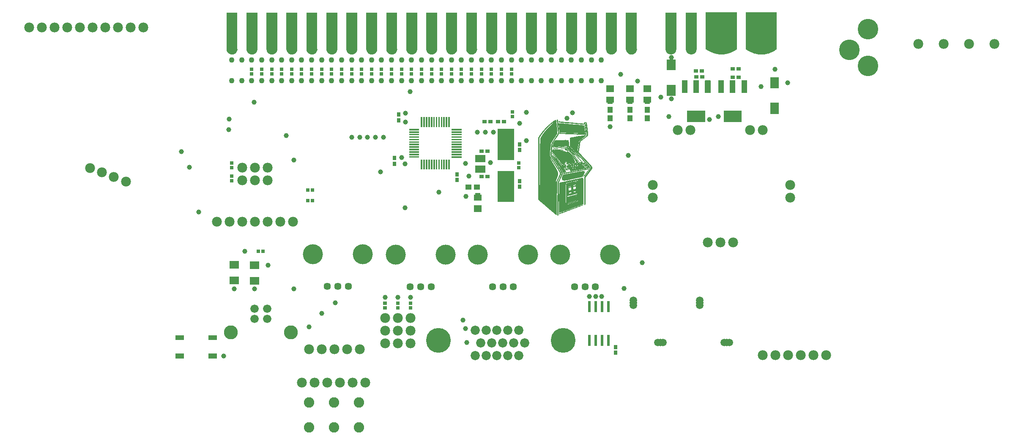
<source format=gts>
G04 MADE WITH FRITZING*
G04 WWW.FRITZING.ORG*
G04 DOUBLE SIDED*
G04 HOLES PLATED*
G04 CONTOUR ON CENTER OF CONTOUR VECTOR*
%ASAXBY*%
%FSLAX23Y23*%
%MOIN*%
%OFA0B0*%
%SFA1.0B1.0*%
%ADD10C,0.039370*%
%ADD11C,0.078000*%
%ADD12C,0.157480*%
%ADD13C,0.057087*%
%ADD14C,0.066000*%
%ADD15C,0.110000*%
%ADD16C,0.043307*%
%ADD17C,0.086614*%
%ADD18C,0.059065*%
%ADD19C,0.162000*%
%ADD20C,0.082000*%
%ADD21C,0.195385*%
%ADD22C,0.072113*%
%ADD23R,0.028740X0.030719*%
%ADD24R,0.028740X0.030709*%
%ADD25R,0.062992X0.049114*%
%ADD26R,0.042689X0.038728*%
%ADD27R,0.062992X0.053154*%
%ADD28R,0.047244X0.043307*%
%ADD29R,0.037205X0.029488*%
%ADD30R,0.074803X0.062992*%
%ADD31R,0.029488X0.037205*%
%ADD32R,0.043307X0.047244*%
%ADD33R,0.030719X0.028740*%
%ADD34R,0.030709X0.028740*%
%ADD35R,0.024000X0.086900*%
%ADD36C,0.000394*%
%ADD37R,0.001000X0.001000*%
%LNMASK1*%
G90*
G70*
G54D10*
X4014Y2448D03*
X6074Y2905D03*
X5157Y2779D03*
X3960Y2586D03*
X4334Y2626D03*
X4818Y2331D03*
X3562Y2169D03*
X3538Y2008D03*
X4893Y2917D03*
X5074Y2791D03*
X2181Y1279D03*
X1873Y1279D03*
X1712Y1279D03*
X1629Y748D03*
G54D11*
X2303Y803D03*
X2403Y803D03*
X2503Y803D03*
X2603Y803D03*
X2703Y803D03*
G54D10*
X2302Y980D03*
X2401Y1086D03*
X2507Y1169D03*
X5459Y2614D03*
X1979Y1464D03*
X1794Y1575D03*
G54D11*
X576Y2232D03*
X669Y2197D03*
X763Y2162D03*
X857Y2126D03*
G54D10*
X1432Y1886D03*
X1357Y2240D03*
X1294Y2362D03*
G54D12*
X2331Y1552D03*
X2725Y1552D03*
G54D13*
X2445Y1299D03*
X2528Y1299D03*
X2611Y1299D03*
G54D12*
X2985Y1549D03*
X3378Y1549D03*
G54D13*
X3099Y1296D03*
X3182Y1296D03*
X3264Y1296D03*
G54D12*
X3633Y1548D03*
X4027Y1548D03*
G54D13*
X3747Y1295D03*
X3830Y1295D03*
X3912Y1295D03*
G54D12*
X4280Y1548D03*
X4674Y1548D03*
G54D13*
X4394Y1295D03*
X4477Y1295D03*
X4559Y1295D03*
G54D11*
X2901Y949D03*
X3001Y949D03*
X3101Y949D03*
X2901Y949D03*
X3001Y949D03*
X3101Y949D03*
X3101Y1049D03*
X3001Y1049D03*
X2901Y1049D03*
G54D10*
X3515Y1031D03*
X2901Y1212D03*
X3003Y1212D03*
X3101Y1212D03*
X4562Y1220D03*
X4511Y1220D03*
X4609Y1220D03*
G54D11*
X2901Y850D03*
X3001Y850D03*
X3101Y850D03*
G54D10*
X4928Y1484D03*
X4786Y1283D03*
X3546Y854D03*
X3534Y964D03*
X2180Y2295D03*
X2121Y2488D03*
X4015Y2673D03*
X4377Y2669D03*
X4676Y2559D03*
G54D11*
X5879Y756D03*
X5979Y756D03*
X6079Y756D03*
X6179Y756D03*
X6279Y756D03*
X6379Y756D03*
X2246Y539D03*
X2346Y539D03*
X2446Y539D03*
X2546Y539D03*
X2646Y539D03*
X2746Y539D03*
G54D14*
X1972Y1121D03*
X1873Y1121D03*
X1873Y1043D03*
X1972Y1043D03*
G54D15*
X2159Y936D03*
X1685Y936D03*
G54D14*
X1972Y1121D03*
X1873Y1121D03*
X1873Y1043D03*
X1972Y1043D03*
G54D15*
X2159Y936D03*
X1685Y936D03*
G54D10*
X4759Y2972D03*
X5865Y2874D03*
G54D11*
X5208Y2531D03*
X5308Y2531D03*
X5779Y2531D03*
X5879Y2531D03*
X6094Y2100D03*
X6094Y2000D03*
X5644Y1645D03*
X5444Y1645D03*
X5544Y1645D03*
X5011Y2000D03*
X5011Y2100D03*
G54D10*
X3534Y2268D03*
X3629Y2516D03*
X3692Y2516D03*
X3755Y2516D03*
X3731Y2275D03*
X3062Y2594D03*
X3097Y2834D03*
X3062Y2665D03*
X3058Y2264D03*
X3031Y2315D03*
X2865Y2201D03*
X3326Y2043D03*
X2889Y2476D03*
X2826Y2476D03*
X2763Y2476D03*
X2700Y2476D03*
X2637Y2476D03*
X5527Y2638D03*
X5137Y2638D03*
X5157Y3106D03*
G54D16*
X1692Y2921D03*
X1771Y2921D03*
X1849Y2921D03*
X1928Y2921D03*
X2007Y2921D03*
X2086Y2921D03*
X2164Y2921D03*
X2243Y2921D03*
X2322Y2921D03*
X2401Y2921D03*
X2479Y2921D03*
X2558Y2921D03*
X2637Y2921D03*
X2716Y2921D03*
X2794Y2921D03*
X2873Y2921D03*
X2952Y2921D03*
X3031Y2921D03*
X3109Y2921D03*
X3188Y2921D03*
X3267Y2921D03*
X3346Y2921D03*
X3424Y2921D03*
X3503Y2921D03*
X3582Y2921D03*
X3660Y2921D03*
X3739Y2921D03*
X3818Y2921D03*
X3897Y2921D03*
X3975Y2921D03*
X4054Y2921D03*
X4133Y2921D03*
X4212Y2921D03*
X4290Y2921D03*
X4369Y2921D03*
X4448Y2921D03*
X4527Y2921D03*
X4605Y2921D03*
G54D17*
X5866Y3171D03*
X5551Y3171D03*
X5315Y3171D03*
X5156Y3171D03*
G54D16*
X1692Y3086D03*
X1771Y3086D03*
X1849Y3086D03*
X1928Y3086D03*
X2007Y3086D03*
X2086Y3086D03*
X2164Y3086D03*
X2243Y3086D03*
X2322Y3086D03*
X2401Y3086D03*
X2479Y3086D03*
X2558Y3086D03*
X2637Y3086D03*
X2716Y3086D03*
X2794Y3086D03*
X2873Y3086D03*
X2952Y3086D03*
X3031Y3086D03*
X3109Y3086D03*
X3188Y3086D03*
X3267Y3086D03*
X3346Y3086D03*
X3424Y3086D03*
X3503Y3086D03*
X3582Y3086D03*
X3660Y3086D03*
X3739Y3086D03*
X3818Y3086D03*
X3897Y3086D03*
X3975Y3086D03*
X4054Y3086D03*
X4133Y3086D03*
X4212Y3086D03*
X4290Y3086D03*
X4369Y3086D03*
X4448Y3086D03*
X4527Y3086D03*
X4605Y3086D03*
G54D10*
X5975Y3012D03*
G54D18*
X4857Y1189D03*
X4857Y1149D03*
X4857Y1169D03*
X5091Y854D03*
X5051Y854D03*
X5071Y854D03*
X5381Y1189D03*
X5381Y1149D03*
X5381Y1169D03*
X5614Y854D03*
X5575Y854D03*
X5595Y854D03*
G54D19*
X6708Y3039D03*
X6707Y3327D03*
X6560Y3164D03*
X6708Y3039D03*
X6707Y3327D03*
X6560Y3164D03*
G54D20*
X2694Y382D03*
X2498Y382D03*
X2301Y382D03*
X2694Y186D03*
X2498Y186D03*
X2301Y186D03*
G54D11*
X7706Y3212D03*
X7506Y3212D03*
X7306Y3212D03*
X7106Y3212D03*
X996Y3342D03*
X896Y3342D03*
X796Y3342D03*
X696Y3342D03*
X596Y3342D03*
X496Y3342D03*
X396Y3342D03*
X296Y3342D03*
X196Y3342D03*
X96Y3342D03*
G54D10*
X1869Y2752D03*
X1672Y2618D03*
X1668Y2535D03*
G54D11*
X1576Y1807D03*
X1676Y1807D03*
X1776Y1807D03*
X1876Y1807D03*
X1976Y1807D03*
X2076Y1807D03*
X2176Y1807D03*
X1775Y2134D03*
X1875Y2134D03*
X1975Y2134D03*
X1775Y2234D03*
X1875Y2234D03*
X1975Y2234D03*
G54D10*
X3058Y1917D03*
G54D21*
X3321Y873D03*
G54D22*
X3611Y753D03*
X3697Y753D03*
X3783Y753D03*
X3869Y753D03*
X3955Y753D03*
X3655Y853D03*
X3741Y853D03*
X3827Y853D03*
X3914Y853D03*
X4000Y853D03*
X3611Y953D03*
X3697Y953D03*
X3783Y953D03*
X3869Y953D03*
X3955Y953D03*
G54D21*
X4305Y873D03*
G54D23*
X1901Y1575D03*
G54D24*
X1937Y1575D03*
G54D25*
X3633Y2000D03*
G54D26*
X3633Y2016D03*
G54D27*
X3633Y1913D03*
G54D28*
X3558Y2082D03*
X3625Y2082D03*
G54D29*
X3838Y2598D03*
X3793Y2598D03*
G54D30*
X1873Y1342D03*
X1873Y1464D03*
X1712Y1346D03*
X1712Y1468D03*
G54D31*
X3960Y2374D03*
X3960Y2419D03*
G54D25*
X4830Y2773D03*
G54D26*
X4830Y2757D03*
G54D27*
X4830Y2860D03*
G54D25*
X4968Y2773D03*
G54D26*
X4968Y2757D03*
G54D27*
X4968Y2860D03*
G54D32*
X4676Y2693D03*
X4676Y2626D03*
X4830Y2693D03*
X4830Y2626D03*
X4968Y2693D03*
X4968Y2626D03*
G54D25*
X4676Y2773D03*
G54D26*
X4676Y2757D03*
G54D27*
X4676Y2860D03*
G54D29*
X3731Y2598D03*
X3686Y2598D03*
G54D31*
X3007Y2655D03*
X3007Y2610D03*
X2975Y2266D03*
X2975Y2311D03*
X3468Y2138D03*
X3468Y2183D03*
G54D33*
X2401Y3012D03*
G54D34*
X2401Y2975D03*
G54D33*
X2558Y3012D03*
G54D34*
X2558Y2975D03*
G54D33*
X2716Y3012D03*
G54D34*
X2716Y2975D03*
G54D33*
X2637Y3012D03*
G54D34*
X2637Y2975D03*
G54D33*
X2322Y3012D03*
G54D34*
X2322Y2975D03*
G54D33*
X2479Y3012D03*
G54D34*
X2479Y2975D03*
G54D33*
X2007Y3012D03*
G54D34*
X2007Y2975D03*
G54D33*
X1849Y3012D03*
G54D34*
X1849Y2975D03*
G54D33*
X2164Y3012D03*
G54D34*
X2164Y2975D03*
G54D33*
X1928Y3012D03*
G54D34*
X1928Y2975D03*
G54D33*
X2873Y3012D03*
G54D34*
X2873Y2975D03*
G54D33*
X2243Y3012D03*
G54D34*
X2243Y2975D03*
G54D33*
X2086Y3012D03*
G54D34*
X2086Y2975D03*
G54D33*
X3739Y3012D03*
G54D34*
X3739Y2975D03*
G54D33*
X3345Y3012D03*
G54D34*
X3346Y2975D03*
G54D33*
X3503Y3012D03*
G54D34*
X3503Y2975D03*
G54D33*
X3424Y3012D03*
G54D34*
X3424Y2975D03*
G54D33*
X3818Y3012D03*
G54D34*
X3818Y2975D03*
G54D33*
X3897Y3012D03*
G54D34*
X3897Y2975D03*
G54D33*
X3660Y3012D03*
G54D34*
X3660Y2975D03*
G54D33*
X2794Y3012D03*
G54D34*
X2794Y2975D03*
G54D33*
X3031Y3012D03*
G54D34*
X3031Y2975D03*
G54D33*
X2952Y3012D03*
G54D34*
X2952Y2975D03*
G54D33*
X3188Y3012D03*
G54D34*
X3188Y2975D03*
G54D33*
X3582Y3012D03*
G54D34*
X3582Y2975D03*
G54D33*
X3109Y3012D03*
G54D34*
X3109Y2975D03*
G54D33*
X3267Y3012D03*
G54D34*
X3267Y2975D03*
G54D29*
X5401Y2953D03*
X5356Y2953D03*
X5688Y2949D03*
X5643Y2949D03*
X5398Y3000D03*
X5353Y3000D03*
X5688Y3016D03*
X5643Y3016D03*
G54D33*
X3956Y2236D03*
G54D34*
X3956Y2273D03*
G54D29*
X3708Y2165D03*
X3663Y2165D03*
X3708Y2366D03*
X3663Y2366D03*
G54D31*
X3960Y2130D03*
X3960Y2085D03*
G54D33*
X3905Y2674D03*
G54D34*
X3905Y2638D03*
G54D35*
X4511Y873D03*
X4561Y873D03*
X4611Y873D03*
X4661Y873D03*
X4661Y1138D03*
X4611Y1138D03*
X4561Y1138D03*
X4511Y1138D03*
G54D31*
X4718Y820D03*
X4718Y775D03*
G54D33*
X3003Y1129D03*
G54D34*
X3003Y1165D03*
G54D33*
X3101Y1129D03*
G54D34*
X3101Y1165D03*
G54D23*
X2290Y2059D03*
G54D24*
X2327Y2059D03*
G54D23*
X2290Y1976D03*
G54D24*
X2327Y1976D03*
G54D33*
X1692Y2271D03*
G54D34*
X1692Y2235D03*
G54D33*
X1692Y2169D03*
G54D34*
X1692Y2132D03*
G36*
X5123Y2802D02*
X5123Y2888D01*
X5190Y2888D01*
X5190Y2802D01*
X5123Y2802D01*
G37*
D02*
G36*
X5123Y3004D02*
X5123Y3090D01*
X5190Y3090D01*
X5190Y3004D01*
X5123Y3004D01*
G37*
D02*
G36*
X5938Y2660D02*
X5938Y2747D01*
X6005Y2747D01*
X6005Y2660D01*
X5938Y2660D01*
G37*
D02*
G36*
X5938Y2862D02*
X5938Y2949D01*
X6005Y2949D01*
X6005Y2862D01*
X5938Y2862D01*
G37*
D02*
G36*
X1316Y874D02*
X1249Y874D01*
X1249Y913D01*
X1316Y913D01*
X1316Y874D01*
G37*
D02*
G36*
X1576Y874D02*
X1509Y874D01*
X1509Y913D01*
X1576Y913D01*
X1576Y874D01*
G37*
D02*
G36*
X1316Y728D02*
X1249Y728D01*
X1249Y768D01*
X1316Y768D01*
X1316Y728D01*
G37*
D02*
G36*
X1576Y728D02*
X1509Y728D01*
X1509Y768D01*
X1576Y768D01*
X1576Y728D01*
G37*
D02*
G36*
X2885Y1143D02*
X2916Y1143D01*
X2916Y1114D01*
X2885Y1114D01*
X2885Y1143D01*
G37*
D02*
G36*
X2885Y1180D02*
X2916Y1180D01*
X2916Y1151D01*
X2885Y1151D01*
X2885Y1180D01*
G37*
D02*
G36*
X1650Y3169D02*
X1650Y3460D01*
X1736Y3460D01*
X1736Y3169D01*
G37*
D02*
G36*
X1807Y3169D02*
X1807Y3460D01*
X1894Y3460D01*
X1894Y3169D01*
G37*
D02*
G36*
X1965Y3169D02*
X1965Y3460D01*
X2051Y3460D01*
X2051Y3169D01*
G37*
D02*
G36*
X2122Y3169D02*
X2122Y3460D01*
X2209Y3460D01*
X2209Y3169D01*
G37*
D02*
G36*
X2280Y3169D02*
X2280Y3460D01*
X2366Y3460D01*
X2366Y3169D01*
G37*
D02*
G36*
X2437Y3169D02*
X2437Y3460D01*
X2524Y3460D01*
X2524Y3169D01*
G37*
D02*
G36*
X2595Y3169D02*
X2595Y3460D01*
X2681Y3460D01*
X2681Y3169D01*
G37*
D02*
G36*
X2752Y3169D02*
X2752Y3460D01*
X2839Y3460D01*
X2839Y3169D01*
G37*
D02*
G36*
X2910Y3169D02*
X2910Y3460D01*
X2996Y3460D01*
X2996Y3169D01*
G37*
D02*
G36*
X3067Y3169D02*
X3067Y3460D01*
X3154Y3460D01*
X3154Y3169D01*
G37*
D02*
G36*
X3225Y3169D02*
X3225Y3460D01*
X3311Y3460D01*
X3311Y3169D01*
G37*
D02*
G36*
X3382Y3169D02*
X3382Y3460D01*
X3469Y3460D01*
X3469Y3169D01*
G37*
D02*
G36*
X3540Y3169D02*
X3540Y3460D01*
X3626Y3460D01*
X3626Y3169D01*
G37*
D02*
G36*
X3697Y3169D02*
X3697Y3460D01*
X3784Y3460D01*
X3784Y3169D01*
G37*
D02*
G36*
X3855Y3169D02*
X3855Y3460D01*
X3941Y3460D01*
X3941Y3169D01*
G37*
D02*
G36*
X4012Y3169D02*
X4012Y3460D01*
X4099Y3460D01*
X4099Y3169D01*
G37*
D02*
G36*
X4170Y3169D02*
X4170Y3460D01*
X4256Y3460D01*
X4256Y3169D01*
G37*
D02*
G36*
X4327Y3169D02*
X4327Y3460D01*
X4414Y3460D01*
X4414Y3169D01*
G37*
D02*
G36*
X4484Y3169D02*
X4484Y3460D01*
X4571Y3460D01*
X4571Y3169D01*
G37*
D02*
G36*
X4642Y3169D02*
X4642Y3460D01*
X4729Y3460D01*
X4729Y3169D01*
G37*
D02*
G36*
X4799Y3169D02*
X4799Y3460D01*
X4886Y3460D01*
X4886Y3169D01*
G37*
D02*
G36*
X5113Y3460D02*
X5199Y3460D01*
X5199Y3169D01*
X5113Y3169D01*
G37*
D02*
G36*
X5272Y3169D02*
X5272Y3460D01*
X5358Y3460D01*
X5358Y3169D01*
G37*
D02*
G36*
X5429Y3169D02*
X5429Y3460D01*
X5673Y3460D01*
X5673Y3169D01*
G37*
D02*
G36*
X5744Y3169D02*
X5744Y3460D01*
X5988Y3460D01*
X5988Y3169D01*
G37*
D02*
G54D36*
G36*
X1650Y3164D02*
X1650Y3240D01*
X1736Y3240D01*
X1736Y3164D01*
G37*
D02*
G36*
X1807Y3164D02*
X1807Y3240D01*
X1894Y3240D01*
X1894Y3164D01*
G37*
D02*
G36*
X1965Y3164D02*
X1965Y3240D01*
X2051Y3240D01*
X2051Y3164D01*
G37*
D02*
G36*
X2122Y3164D02*
X2122Y3240D01*
X2209Y3240D01*
X2209Y3164D01*
G37*
D02*
G36*
X2280Y3164D02*
X2280Y3240D01*
X2366Y3240D01*
X2366Y3164D01*
G37*
D02*
G36*
X2437Y3164D02*
X2437Y3240D01*
X2524Y3240D01*
X2524Y3164D01*
G37*
D02*
G36*
X2595Y3164D02*
X2595Y3240D01*
X2681Y3240D01*
X2681Y3164D01*
G37*
D02*
G36*
X2752Y3164D02*
X2752Y3240D01*
X2839Y3240D01*
X2839Y3164D01*
G37*
D02*
G36*
X2910Y3164D02*
X2910Y3240D01*
X2996Y3240D01*
X2996Y3164D01*
G37*
D02*
G36*
X3067Y3164D02*
X3067Y3240D01*
X3154Y3240D01*
X3154Y3164D01*
G37*
D02*
G36*
X3225Y3164D02*
X3225Y3240D01*
X3311Y3240D01*
X3311Y3164D01*
G37*
D02*
G36*
X3382Y3164D02*
X3382Y3240D01*
X3469Y3240D01*
X3469Y3164D01*
G37*
D02*
G36*
X3540Y3164D02*
X3540Y3240D01*
X3626Y3240D01*
X3626Y3164D01*
G37*
D02*
G36*
X3697Y3164D02*
X3697Y3240D01*
X3784Y3240D01*
X3784Y3164D01*
G37*
D02*
G36*
X3855Y3164D02*
X3855Y3240D01*
X3941Y3240D01*
X3941Y3164D01*
G37*
D02*
G36*
X4012Y3164D02*
X4012Y3240D01*
X4099Y3240D01*
X4099Y3164D01*
G37*
D02*
G36*
X4170Y3164D02*
X4170Y3240D01*
X4256Y3240D01*
X4256Y3164D01*
G37*
D02*
G36*
X4327Y3164D02*
X4327Y3240D01*
X4414Y3240D01*
X4414Y3164D01*
G37*
D02*
G36*
X4484Y3164D02*
X4484Y3240D01*
X4571Y3240D01*
X4571Y3164D01*
G37*
D02*
G36*
X4642Y3164D02*
X4642Y3240D01*
X4729Y3240D01*
X4729Y3164D01*
G37*
D02*
G36*
X4799Y3164D02*
X4799Y3240D01*
X4886Y3240D01*
X4886Y3164D01*
G37*
D02*
G54D37*
X5430Y3460D02*
X5673Y3460D01*
X5745Y3460D02*
X5988Y3460D01*
X5430Y3459D02*
X5673Y3459D01*
X5745Y3459D02*
X5988Y3459D01*
X5430Y3458D02*
X5673Y3458D01*
X5745Y3458D02*
X5988Y3458D01*
X5430Y3457D02*
X5673Y3457D01*
X5745Y3457D02*
X5988Y3457D01*
X5430Y3456D02*
X5673Y3456D01*
X5745Y3456D02*
X5988Y3456D01*
X5430Y3455D02*
X5673Y3455D01*
X5745Y3455D02*
X5988Y3455D01*
X5430Y3454D02*
X5673Y3454D01*
X5745Y3454D02*
X5988Y3454D01*
X5430Y3453D02*
X5673Y3453D01*
X5745Y3453D02*
X5988Y3453D01*
X5430Y3452D02*
X5673Y3452D01*
X5745Y3452D02*
X5988Y3452D01*
X5430Y3451D02*
X5673Y3451D01*
X5745Y3451D02*
X5988Y3451D01*
X5430Y3450D02*
X5673Y3450D01*
X5745Y3450D02*
X5988Y3450D01*
X5430Y3449D02*
X5673Y3449D01*
X5745Y3449D02*
X5988Y3449D01*
X5430Y3448D02*
X5673Y3448D01*
X5745Y3448D02*
X5988Y3448D01*
X5430Y3447D02*
X5673Y3447D01*
X5745Y3447D02*
X5988Y3447D01*
X5430Y3446D02*
X5673Y3446D01*
X5745Y3446D02*
X5988Y3446D01*
X5430Y3445D02*
X5673Y3445D01*
X5745Y3445D02*
X5988Y3445D01*
X5430Y3444D02*
X5673Y3444D01*
X5745Y3444D02*
X5988Y3444D01*
X5430Y3443D02*
X5673Y3443D01*
X5745Y3443D02*
X5988Y3443D01*
X5430Y3442D02*
X5673Y3442D01*
X5745Y3442D02*
X5988Y3442D01*
X5430Y3441D02*
X5673Y3441D01*
X5745Y3441D02*
X5988Y3441D01*
X5430Y3440D02*
X5673Y3440D01*
X5745Y3440D02*
X5988Y3440D01*
X5430Y3439D02*
X5673Y3439D01*
X5745Y3439D02*
X5988Y3439D01*
X5430Y3438D02*
X5673Y3438D01*
X5745Y3438D02*
X5988Y3438D01*
X5430Y3437D02*
X5673Y3437D01*
X5745Y3437D02*
X5988Y3437D01*
X5430Y3436D02*
X5673Y3436D01*
X5745Y3436D02*
X5988Y3436D01*
X5430Y3435D02*
X5673Y3435D01*
X5745Y3435D02*
X5988Y3435D01*
X5430Y3434D02*
X5673Y3434D01*
X5745Y3434D02*
X5988Y3434D01*
X5430Y3433D02*
X5673Y3433D01*
X5745Y3433D02*
X5988Y3433D01*
X5430Y3432D02*
X5673Y3432D01*
X5745Y3432D02*
X5988Y3432D01*
X5430Y3431D02*
X5673Y3431D01*
X5745Y3431D02*
X5988Y3431D01*
X5430Y3430D02*
X5673Y3430D01*
X5745Y3430D02*
X5988Y3430D01*
X5430Y3429D02*
X5673Y3429D01*
X5745Y3429D02*
X5988Y3429D01*
X5430Y3428D02*
X5673Y3428D01*
X5745Y3428D02*
X5988Y3428D01*
X5430Y3427D02*
X5673Y3427D01*
X5745Y3427D02*
X5988Y3427D01*
X5430Y3426D02*
X5673Y3426D01*
X5745Y3426D02*
X5988Y3426D01*
X5430Y3425D02*
X5673Y3425D01*
X5745Y3425D02*
X5988Y3425D01*
X5430Y3424D02*
X5673Y3424D01*
X5745Y3424D02*
X5988Y3424D01*
X5430Y3423D02*
X5673Y3423D01*
X5745Y3423D02*
X5988Y3423D01*
X5430Y3422D02*
X5673Y3422D01*
X5745Y3422D02*
X5988Y3422D01*
X5430Y3421D02*
X5673Y3421D01*
X5745Y3421D02*
X5988Y3421D01*
X5430Y3420D02*
X5673Y3420D01*
X5745Y3420D02*
X5988Y3420D01*
X5430Y3419D02*
X5673Y3419D01*
X5745Y3419D02*
X5988Y3419D01*
X5430Y3418D02*
X5673Y3418D01*
X5745Y3418D02*
X5988Y3418D01*
X5430Y3417D02*
X5673Y3417D01*
X5745Y3417D02*
X5988Y3417D01*
X5430Y3416D02*
X5673Y3416D01*
X5745Y3416D02*
X5988Y3416D01*
X5430Y3415D02*
X5673Y3415D01*
X5745Y3415D02*
X5988Y3415D01*
X5430Y3414D02*
X5673Y3414D01*
X5745Y3414D02*
X5988Y3414D01*
X5430Y3413D02*
X5673Y3413D01*
X5745Y3413D02*
X5988Y3413D01*
X5430Y3412D02*
X5673Y3412D01*
X5745Y3412D02*
X5988Y3412D01*
X5430Y3411D02*
X5673Y3411D01*
X5745Y3411D02*
X5988Y3411D01*
X5430Y3410D02*
X5673Y3410D01*
X5745Y3410D02*
X5988Y3410D01*
X5430Y3409D02*
X5673Y3409D01*
X5745Y3409D02*
X5988Y3409D01*
X5430Y3408D02*
X5673Y3408D01*
X5745Y3408D02*
X5988Y3408D01*
X5430Y3407D02*
X5673Y3407D01*
X5745Y3407D02*
X5988Y3407D01*
X5430Y3406D02*
X5673Y3406D01*
X5745Y3406D02*
X5988Y3406D01*
X5430Y3405D02*
X5673Y3405D01*
X5745Y3405D02*
X5988Y3405D01*
X5430Y3404D02*
X5673Y3404D01*
X5745Y3404D02*
X5988Y3404D01*
X5430Y3403D02*
X5673Y3403D01*
X5745Y3403D02*
X5988Y3403D01*
X5430Y3402D02*
X5673Y3402D01*
X5745Y3402D02*
X5988Y3402D01*
X5430Y3401D02*
X5673Y3401D01*
X5745Y3401D02*
X5988Y3401D01*
X5430Y3400D02*
X5673Y3400D01*
X5745Y3400D02*
X5988Y3400D01*
X5430Y3399D02*
X5673Y3399D01*
X5745Y3399D02*
X5988Y3399D01*
X5430Y3398D02*
X5673Y3398D01*
X5745Y3398D02*
X5988Y3398D01*
X5430Y3397D02*
X5673Y3397D01*
X5745Y3397D02*
X5988Y3397D01*
X5430Y3396D02*
X5673Y3396D01*
X5745Y3396D02*
X5988Y3396D01*
X5430Y3395D02*
X5673Y3395D01*
X5745Y3395D02*
X5988Y3395D01*
X5430Y3394D02*
X5673Y3394D01*
X5745Y3394D02*
X5988Y3394D01*
X5430Y3393D02*
X5673Y3393D01*
X5745Y3393D02*
X5988Y3393D01*
X5430Y3392D02*
X5673Y3392D01*
X5745Y3392D02*
X5988Y3392D01*
X5430Y3391D02*
X5673Y3391D01*
X5745Y3391D02*
X5988Y3391D01*
X5430Y3390D02*
X5673Y3390D01*
X5745Y3390D02*
X5988Y3390D01*
X5430Y3389D02*
X5673Y3389D01*
X5745Y3389D02*
X5988Y3389D01*
X5430Y3388D02*
X5673Y3388D01*
X5745Y3388D02*
X5988Y3388D01*
X5430Y3387D02*
X5673Y3387D01*
X5745Y3387D02*
X5988Y3387D01*
X5430Y3386D02*
X5673Y3386D01*
X5745Y3386D02*
X5988Y3386D01*
X5430Y3385D02*
X5673Y3385D01*
X5745Y3385D02*
X5988Y3385D01*
X5430Y3384D02*
X5673Y3384D01*
X5745Y3384D02*
X5988Y3384D01*
X5430Y3383D02*
X5673Y3383D01*
X5745Y3383D02*
X5988Y3383D01*
X5430Y3382D02*
X5673Y3382D01*
X5745Y3382D02*
X5988Y3382D01*
X5430Y3381D02*
X5673Y3381D01*
X5745Y3381D02*
X5988Y3381D01*
X5430Y3380D02*
X5673Y3380D01*
X5745Y3380D02*
X5988Y3380D01*
X5430Y3379D02*
X5673Y3379D01*
X5745Y3379D02*
X5988Y3379D01*
X5430Y3378D02*
X5673Y3378D01*
X5745Y3378D02*
X5988Y3378D01*
X5430Y3377D02*
X5673Y3377D01*
X5745Y3377D02*
X5988Y3377D01*
X5430Y3376D02*
X5673Y3376D01*
X5745Y3376D02*
X5988Y3376D01*
X5430Y3375D02*
X5673Y3375D01*
X5745Y3375D02*
X5988Y3375D01*
X5430Y3374D02*
X5673Y3374D01*
X5745Y3374D02*
X5988Y3374D01*
X5430Y3373D02*
X5673Y3373D01*
X5745Y3373D02*
X5988Y3373D01*
X5430Y3372D02*
X5673Y3372D01*
X5745Y3372D02*
X5988Y3372D01*
X5430Y3371D02*
X5673Y3371D01*
X5745Y3371D02*
X5988Y3371D01*
X5430Y3370D02*
X5673Y3370D01*
X5745Y3370D02*
X5988Y3370D01*
X5430Y3369D02*
X5673Y3369D01*
X5745Y3369D02*
X5988Y3369D01*
X5430Y3368D02*
X5673Y3368D01*
X5745Y3368D02*
X5988Y3368D01*
X5430Y3367D02*
X5673Y3367D01*
X5745Y3367D02*
X5988Y3367D01*
X5430Y3366D02*
X5673Y3366D01*
X5745Y3366D02*
X5988Y3366D01*
X5430Y3365D02*
X5673Y3365D01*
X5745Y3365D02*
X5988Y3365D01*
X5430Y3364D02*
X5673Y3364D01*
X5745Y3364D02*
X5988Y3364D01*
X5430Y3363D02*
X5673Y3363D01*
X5745Y3363D02*
X5988Y3363D01*
X5430Y3362D02*
X5673Y3362D01*
X5745Y3362D02*
X5988Y3362D01*
X5430Y3361D02*
X5673Y3361D01*
X5745Y3361D02*
X5988Y3361D01*
X5430Y3360D02*
X5673Y3360D01*
X5745Y3360D02*
X5988Y3360D01*
X5430Y3359D02*
X5673Y3359D01*
X5745Y3359D02*
X5988Y3359D01*
X5430Y3358D02*
X5673Y3358D01*
X5745Y3358D02*
X5988Y3358D01*
X5430Y3357D02*
X5673Y3357D01*
X5745Y3357D02*
X5988Y3357D01*
X5430Y3356D02*
X5673Y3356D01*
X5745Y3356D02*
X5988Y3356D01*
X5430Y3355D02*
X5673Y3355D01*
X5745Y3355D02*
X5988Y3355D01*
X5430Y3354D02*
X5673Y3354D01*
X5745Y3354D02*
X5988Y3354D01*
X5430Y3353D02*
X5673Y3353D01*
X5745Y3353D02*
X5988Y3353D01*
X5430Y3352D02*
X5673Y3352D01*
X5745Y3352D02*
X5988Y3352D01*
X5430Y3351D02*
X5673Y3351D01*
X5745Y3351D02*
X5988Y3351D01*
X5430Y3350D02*
X5673Y3350D01*
X5745Y3350D02*
X5988Y3350D01*
X5430Y3349D02*
X5673Y3349D01*
X5745Y3349D02*
X5988Y3349D01*
X5430Y3348D02*
X5673Y3348D01*
X5745Y3348D02*
X5988Y3348D01*
X5430Y3347D02*
X5673Y3347D01*
X5745Y3347D02*
X5988Y3347D01*
X5430Y3346D02*
X5673Y3346D01*
X5745Y3346D02*
X5988Y3346D01*
X5430Y3345D02*
X5673Y3345D01*
X5745Y3345D02*
X5988Y3345D01*
X5430Y3344D02*
X5673Y3344D01*
X5745Y3344D02*
X5988Y3344D01*
X5430Y3343D02*
X5673Y3343D01*
X5745Y3343D02*
X5988Y3343D01*
X5430Y3342D02*
X5673Y3342D01*
X5745Y3342D02*
X5988Y3342D01*
X5430Y3341D02*
X5673Y3341D01*
X5745Y3341D02*
X5988Y3341D01*
X5430Y3340D02*
X5673Y3340D01*
X5745Y3340D02*
X5988Y3340D01*
X5430Y3339D02*
X5673Y3339D01*
X5745Y3339D02*
X5988Y3339D01*
X5430Y3338D02*
X5673Y3338D01*
X5745Y3338D02*
X5988Y3338D01*
X5430Y3337D02*
X5673Y3337D01*
X5745Y3337D02*
X5988Y3337D01*
X5430Y3336D02*
X5673Y3336D01*
X5745Y3336D02*
X5988Y3336D01*
X5430Y3335D02*
X5673Y3335D01*
X5745Y3335D02*
X5988Y3335D01*
X5430Y3334D02*
X5673Y3334D01*
X5745Y3334D02*
X5988Y3334D01*
X5430Y3333D02*
X5673Y3333D01*
X5745Y3333D02*
X5988Y3333D01*
X5430Y3332D02*
X5673Y3332D01*
X5745Y3332D02*
X5988Y3332D01*
X5430Y3331D02*
X5673Y3331D01*
X5745Y3331D02*
X5988Y3331D01*
X5430Y3330D02*
X5673Y3330D01*
X5745Y3330D02*
X5988Y3330D01*
X5430Y3329D02*
X5673Y3329D01*
X5745Y3329D02*
X5988Y3329D01*
X5430Y3328D02*
X5673Y3328D01*
X5745Y3328D02*
X5988Y3328D01*
X5430Y3327D02*
X5673Y3327D01*
X5745Y3327D02*
X5988Y3327D01*
X5430Y3326D02*
X5673Y3326D01*
X5745Y3326D02*
X5988Y3326D01*
X5430Y3325D02*
X5673Y3325D01*
X5745Y3325D02*
X5988Y3325D01*
X5430Y3324D02*
X5673Y3324D01*
X5745Y3324D02*
X5988Y3324D01*
X5430Y3323D02*
X5673Y3323D01*
X5745Y3323D02*
X5988Y3323D01*
X5430Y3322D02*
X5673Y3322D01*
X5745Y3322D02*
X5988Y3322D01*
X5430Y3321D02*
X5673Y3321D01*
X5745Y3321D02*
X5988Y3321D01*
X5430Y3320D02*
X5673Y3320D01*
X5745Y3320D02*
X5988Y3320D01*
X5430Y3319D02*
X5673Y3319D01*
X5745Y3319D02*
X5988Y3319D01*
X5430Y3318D02*
X5673Y3318D01*
X5745Y3318D02*
X5988Y3318D01*
X5430Y3317D02*
X5673Y3317D01*
X5745Y3317D02*
X5988Y3317D01*
X5430Y3316D02*
X5673Y3316D01*
X5745Y3316D02*
X5988Y3316D01*
X5430Y3315D02*
X5673Y3315D01*
X5745Y3315D02*
X5988Y3315D01*
X5430Y3314D02*
X5673Y3314D01*
X5745Y3314D02*
X5988Y3314D01*
X5430Y3313D02*
X5673Y3313D01*
X5745Y3313D02*
X5988Y3313D01*
X5430Y3312D02*
X5673Y3312D01*
X5745Y3312D02*
X5988Y3312D01*
X5430Y3311D02*
X5673Y3311D01*
X5745Y3311D02*
X5988Y3311D01*
X5430Y3310D02*
X5673Y3310D01*
X5745Y3310D02*
X5988Y3310D01*
X5430Y3309D02*
X5673Y3309D01*
X5745Y3309D02*
X5988Y3309D01*
X5430Y3308D02*
X5673Y3308D01*
X5745Y3308D02*
X5988Y3308D01*
X5430Y3307D02*
X5673Y3307D01*
X5745Y3307D02*
X5988Y3307D01*
X5430Y3306D02*
X5673Y3306D01*
X5745Y3306D02*
X5988Y3306D01*
X5430Y3305D02*
X5673Y3305D01*
X5745Y3305D02*
X5988Y3305D01*
X5430Y3304D02*
X5673Y3304D01*
X5745Y3304D02*
X5988Y3304D01*
X5430Y3303D02*
X5673Y3303D01*
X5745Y3303D02*
X5988Y3303D01*
X5430Y3302D02*
X5673Y3302D01*
X5745Y3302D02*
X5988Y3302D01*
X5430Y3301D02*
X5673Y3301D01*
X5745Y3301D02*
X5988Y3301D01*
X5430Y3300D02*
X5673Y3300D01*
X5745Y3300D02*
X5988Y3300D01*
X5430Y3299D02*
X5673Y3299D01*
X5745Y3299D02*
X5988Y3299D01*
X5430Y3298D02*
X5673Y3298D01*
X5745Y3298D02*
X5988Y3298D01*
X5430Y3297D02*
X5673Y3297D01*
X5745Y3297D02*
X5988Y3297D01*
X5430Y3296D02*
X5673Y3296D01*
X5745Y3296D02*
X5988Y3296D01*
X5430Y3295D02*
X5673Y3295D01*
X5745Y3295D02*
X5988Y3295D01*
X5430Y3294D02*
X5673Y3294D01*
X5745Y3294D02*
X5988Y3294D01*
X5430Y3293D02*
X5673Y3293D01*
X5745Y3293D02*
X5988Y3293D01*
X5430Y3292D02*
X5673Y3292D01*
X5745Y3292D02*
X5988Y3292D01*
X5430Y3291D02*
X5673Y3291D01*
X5745Y3291D02*
X5988Y3291D01*
X5430Y3290D02*
X5673Y3290D01*
X5745Y3290D02*
X5988Y3290D01*
X5430Y3289D02*
X5673Y3289D01*
X5745Y3289D02*
X5988Y3289D01*
X5430Y3288D02*
X5673Y3288D01*
X5745Y3288D02*
X5988Y3288D01*
X5430Y3287D02*
X5673Y3287D01*
X5745Y3287D02*
X5988Y3287D01*
X5430Y3286D02*
X5673Y3286D01*
X5745Y3286D02*
X5988Y3286D01*
X5430Y3285D02*
X5673Y3285D01*
X5745Y3285D02*
X5988Y3285D01*
X5430Y3284D02*
X5673Y3284D01*
X5745Y3284D02*
X5988Y3284D01*
X5430Y3283D02*
X5673Y3283D01*
X5745Y3283D02*
X5988Y3283D01*
X5430Y3282D02*
X5673Y3282D01*
X5745Y3282D02*
X5988Y3282D01*
X5430Y3281D02*
X5673Y3281D01*
X5745Y3281D02*
X5988Y3281D01*
X5430Y3280D02*
X5673Y3280D01*
X5745Y3280D02*
X5988Y3280D01*
X5430Y3279D02*
X5673Y3279D01*
X5745Y3279D02*
X5988Y3279D01*
X5430Y3278D02*
X5673Y3278D01*
X5745Y3278D02*
X5988Y3278D01*
X5430Y3277D02*
X5673Y3277D01*
X5745Y3277D02*
X5988Y3277D01*
X5430Y3276D02*
X5673Y3276D01*
X5745Y3276D02*
X5988Y3276D01*
X5430Y3275D02*
X5673Y3275D01*
X5745Y3275D02*
X5988Y3275D01*
X5430Y3274D02*
X5673Y3274D01*
X5745Y3274D02*
X5988Y3274D01*
X5430Y3273D02*
X5673Y3273D01*
X5745Y3273D02*
X5988Y3273D01*
X5430Y3272D02*
X5673Y3272D01*
X5745Y3272D02*
X5988Y3272D01*
X5430Y3271D02*
X5673Y3271D01*
X5745Y3271D02*
X5988Y3271D01*
X5430Y3270D02*
X5673Y3270D01*
X5745Y3270D02*
X5988Y3270D01*
X5430Y3269D02*
X5673Y3269D01*
X5745Y3269D02*
X5988Y3269D01*
X5430Y3268D02*
X5673Y3268D01*
X5745Y3268D02*
X5988Y3268D01*
X5430Y3267D02*
X5673Y3267D01*
X5745Y3267D02*
X5988Y3267D01*
X5430Y3266D02*
X5673Y3266D01*
X5745Y3266D02*
X5988Y3266D01*
X5430Y3265D02*
X5673Y3265D01*
X5745Y3265D02*
X5988Y3265D01*
X5430Y3264D02*
X5673Y3264D01*
X5745Y3264D02*
X5988Y3264D01*
X5430Y3263D02*
X5673Y3263D01*
X5745Y3263D02*
X5988Y3263D01*
X5430Y3262D02*
X5673Y3262D01*
X5745Y3262D02*
X5988Y3262D01*
X5430Y3261D02*
X5673Y3261D01*
X5745Y3261D02*
X5988Y3261D01*
X5430Y3260D02*
X5673Y3260D01*
X5745Y3260D02*
X5988Y3260D01*
X5430Y3259D02*
X5673Y3259D01*
X5745Y3259D02*
X5988Y3259D01*
X5430Y3258D02*
X5673Y3258D01*
X5745Y3258D02*
X5988Y3258D01*
X5430Y3257D02*
X5673Y3257D01*
X5745Y3257D02*
X5988Y3257D01*
X5430Y3256D02*
X5673Y3256D01*
X5745Y3256D02*
X5988Y3256D01*
X5430Y3255D02*
X5673Y3255D01*
X5745Y3255D02*
X5988Y3255D01*
X5430Y3254D02*
X5673Y3254D01*
X5745Y3254D02*
X5988Y3254D01*
X5430Y3253D02*
X5673Y3253D01*
X5745Y3253D02*
X5988Y3253D01*
X5430Y3252D02*
X5673Y3252D01*
X5745Y3252D02*
X5988Y3252D01*
X5430Y3251D02*
X5673Y3251D01*
X5745Y3251D02*
X5988Y3251D01*
X5430Y3250D02*
X5673Y3250D01*
X5745Y3250D02*
X5988Y3250D01*
X5430Y3249D02*
X5673Y3249D01*
X5745Y3249D02*
X5988Y3249D01*
X5430Y3248D02*
X5673Y3248D01*
X5745Y3248D02*
X5988Y3248D01*
X5430Y3247D02*
X5673Y3247D01*
X5745Y3247D02*
X5988Y3247D01*
X5430Y3246D02*
X5673Y3246D01*
X5745Y3246D02*
X5988Y3246D01*
X5430Y3245D02*
X5673Y3245D01*
X5745Y3245D02*
X5988Y3245D01*
X5430Y3244D02*
X5673Y3244D01*
X5745Y3244D02*
X5988Y3244D01*
X5430Y3243D02*
X5673Y3243D01*
X5745Y3243D02*
X5988Y3243D01*
X5430Y3242D02*
X5673Y3242D01*
X5745Y3242D02*
X5988Y3242D01*
X5430Y3241D02*
X5673Y3241D01*
X5745Y3241D02*
X5988Y3241D01*
X5430Y3240D02*
X5673Y3240D01*
X5745Y3240D02*
X5988Y3240D01*
X5430Y3239D02*
X5673Y3239D01*
X5745Y3239D02*
X5988Y3239D01*
X5430Y3238D02*
X5673Y3238D01*
X5745Y3238D02*
X5988Y3238D01*
X5430Y3237D02*
X5673Y3237D01*
X5745Y3237D02*
X5988Y3237D01*
X5430Y3236D02*
X5673Y3236D01*
X5745Y3236D02*
X5988Y3236D01*
X5430Y3235D02*
X5673Y3235D01*
X5745Y3235D02*
X5988Y3235D01*
X5430Y3234D02*
X5673Y3234D01*
X5745Y3234D02*
X5988Y3234D01*
X5430Y3233D02*
X5673Y3233D01*
X5745Y3233D02*
X5988Y3233D01*
X5430Y3232D02*
X5673Y3232D01*
X5745Y3232D02*
X5988Y3232D01*
X5430Y3231D02*
X5673Y3231D01*
X5745Y3231D02*
X5988Y3231D01*
X5430Y3230D02*
X5673Y3230D01*
X5745Y3230D02*
X5988Y3230D01*
X5430Y3229D02*
X5673Y3229D01*
X5745Y3229D02*
X5988Y3229D01*
X5430Y3228D02*
X5673Y3228D01*
X5745Y3228D02*
X5988Y3228D01*
X5430Y3227D02*
X5673Y3227D01*
X5745Y3227D02*
X5988Y3227D01*
X5430Y3226D02*
X5673Y3226D01*
X5745Y3226D02*
X5988Y3226D01*
X5430Y3225D02*
X5673Y3225D01*
X5745Y3225D02*
X5988Y3225D01*
X5430Y3224D02*
X5673Y3224D01*
X5745Y3224D02*
X5988Y3224D01*
X5430Y3223D02*
X5673Y3223D01*
X5745Y3223D02*
X5988Y3223D01*
X5430Y3222D02*
X5673Y3222D01*
X5745Y3222D02*
X5988Y3222D01*
X5430Y3221D02*
X5673Y3221D01*
X5745Y3221D02*
X5988Y3221D01*
X5430Y3220D02*
X5673Y3220D01*
X5745Y3220D02*
X5988Y3220D01*
X5430Y3219D02*
X5673Y3219D01*
X5745Y3219D02*
X5988Y3219D01*
X5430Y3218D02*
X5673Y3218D01*
X5745Y3218D02*
X5988Y3218D01*
X5430Y3217D02*
X5673Y3217D01*
X5745Y3217D02*
X5988Y3217D01*
X5430Y3216D02*
X5673Y3216D01*
X5745Y3216D02*
X5988Y3216D01*
X5430Y3215D02*
X5673Y3215D01*
X5745Y3215D02*
X5988Y3215D01*
X5430Y3214D02*
X5673Y3214D01*
X5745Y3214D02*
X5988Y3214D01*
X5430Y3213D02*
X5673Y3213D01*
X5745Y3213D02*
X5988Y3213D01*
X5430Y3212D02*
X5673Y3212D01*
X5745Y3212D02*
X5988Y3212D01*
X5430Y3211D02*
X5673Y3211D01*
X5745Y3211D02*
X5988Y3211D01*
X5430Y3210D02*
X5673Y3210D01*
X5745Y3210D02*
X5988Y3210D01*
X5430Y3209D02*
X5673Y3209D01*
X5745Y3209D02*
X5988Y3209D01*
X5430Y3208D02*
X5673Y3208D01*
X5745Y3208D02*
X5988Y3208D01*
X5430Y3207D02*
X5673Y3207D01*
X5745Y3207D02*
X5988Y3207D01*
X5430Y3206D02*
X5673Y3206D01*
X5745Y3206D02*
X5988Y3206D01*
X5430Y3205D02*
X5673Y3205D01*
X5745Y3205D02*
X5988Y3205D01*
X5430Y3204D02*
X5673Y3204D01*
X5745Y3204D02*
X5988Y3204D01*
X5430Y3203D02*
X5673Y3203D01*
X5745Y3203D02*
X5988Y3203D01*
X5430Y3202D02*
X5673Y3202D01*
X5745Y3202D02*
X5988Y3202D01*
X5430Y3201D02*
X5673Y3201D01*
X5745Y3201D02*
X5988Y3201D01*
X5430Y3200D02*
X5673Y3200D01*
X5745Y3200D02*
X5988Y3200D01*
X5430Y3199D02*
X5673Y3199D01*
X5745Y3199D02*
X5988Y3199D01*
X5430Y3198D02*
X5673Y3198D01*
X5745Y3198D02*
X5988Y3198D01*
X5430Y3197D02*
X5673Y3197D01*
X5745Y3197D02*
X5988Y3197D01*
X5430Y3196D02*
X5673Y3196D01*
X5745Y3196D02*
X5988Y3196D01*
X5430Y3195D02*
X5673Y3195D01*
X5745Y3195D02*
X5988Y3195D01*
X5430Y3194D02*
X5673Y3194D01*
X5745Y3194D02*
X5988Y3194D01*
X5430Y3193D02*
X5673Y3193D01*
X5745Y3193D02*
X5988Y3193D01*
X5430Y3192D02*
X5673Y3192D01*
X5745Y3192D02*
X5988Y3192D01*
X5430Y3191D02*
X5673Y3191D01*
X5745Y3191D02*
X5988Y3191D01*
X5430Y3190D02*
X5673Y3190D01*
X5745Y3190D02*
X5988Y3190D01*
X5430Y3189D02*
X5673Y3189D01*
X5745Y3189D02*
X5988Y3189D01*
X5430Y3188D02*
X5673Y3188D01*
X5745Y3188D02*
X5988Y3188D01*
X5430Y3187D02*
X5673Y3187D01*
X5745Y3187D02*
X5988Y3187D01*
X5430Y3186D02*
X5673Y3186D01*
X5745Y3186D02*
X5988Y3186D01*
X5430Y3185D02*
X5673Y3185D01*
X5745Y3185D02*
X5988Y3185D01*
X5430Y3184D02*
X5673Y3184D01*
X5745Y3184D02*
X5988Y3184D01*
X5430Y3183D02*
X5673Y3183D01*
X5745Y3183D02*
X5988Y3183D01*
X5430Y3182D02*
X5673Y3182D01*
X5745Y3182D02*
X5988Y3182D01*
X5430Y3181D02*
X5673Y3181D01*
X5745Y3181D02*
X5988Y3181D01*
X5430Y3180D02*
X5673Y3180D01*
X5745Y3180D02*
X5988Y3180D01*
X5430Y3179D02*
X5673Y3179D01*
X5745Y3179D02*
X5988Y3179D01*
X5430Y3178D02*
X5673Y3178D01*
X5745Y3178D02*
X5988Y3178D01*
X5430Y3177D02*
X5673Y3177D01*
X5745Y3177D02*
X5988Y3177D01*
X5430Y3176D02*
X5673Y3176D01*
X5745Y3176D02*
X5988Y3176D01*
X5430Y3175D02*
X5673Y3175D01*
X5745Y3175D02*
X5988Y3175D01*
X5430Y3174D02*
X5673Y3174D01*
X5745Y3174D02*
X5988Y3174D01*
X5430Y3173D02*
X5673Y3173D01*
X5745Y3173D02*
X5988Y3173D01*
X5430Y3172D02*
X5673Y3172D01*
X5745Y3172D02*
X5988Y3172D01*
X1651Y3171D02*
X1736Y3171D01*
X1809Y3171D02*
X1894Y3171D01*
X1966Y3171D02*
X2051Y3171D01*
X2124Y3171D02*
X2209Y3171D01*
X2281Y3171D02*
X2366Y3171D01*
X2439Y3171D02*
X2524Y3171D01*
X2596Y3171D02*
X2681Y3171D01*
X2753Y3171D02*
X2839Y3171D01*
X2911Y3171D02*
X2996Y3171D01*
X3068Y3171D02*
X3153Y3171D01*
X3226Y3171D02*
X3311Y3171D01*
X3383Y3171D02*
X3468Y3171D01*
X3541Y3171D02*
X3626Y3171D01*
X3698Y3171D02*
X3783Y3171D01*
X3856Y3171D02*
X3941Y3171D01*
X4013Y3171D02*
X4098Y3171D01*
X4171Y3171D02*
X4256Y3171D01*
X4328Y3171D02*
X4413Y3171D01*
X4486Y3171D02*
X4571Y3171D01*
X4643Y3171D02*
X4728Y3171D01*
X4801Y3171D02*
X4886Y3171D01*
X5430Y3171D02*
X5673Y3171D01*
X5745Y3171D02*
X5988Y3171D01*
X1651Y3170D02*
X1736Y3170D01*
X1808Y3170D02*
X1894Y3170D01*
X1966Y3170D02*
X2051Y3170D01*
X2123Y3170D02*
X2209Y3170D01*
X2281Y3170D02*
X2366Y3170D01*
X2438Y3170D02*
X2524Y3170D01*
X2596Y3170D02*
X2681Y3170D01*
X2753Y3170D02*
X2839Y3170D01*
X2911Y3170D02*
X2996Y3170D01*
X3068Y3170D02*
X3154Y3170D01*
X3226Y3170D02*
X3311Y3170D01*
X3383Y3170D02*
X3469Y3170D01*
X3541Y3170D02*
X3626Y3170D01*
X3698Y3170D02*
X3784Y3170D01*
X3856Y3170D02*
X3941Y3170D01*
X4013Y3170D02*
X4099Y3170D01*
X4171Y3170D02*
X4256Y3170D01*
X4328Y3170D02*
X4414Y3170D01*
X4486Y3170D02*
X4571Y3170D01*
X4643Y3170D02*
X4728Y3170D01*
X4800Y3170D02*
X4886Y3170D01*
X5430Y3170D02*
X5673Y3170D01*
X5745Y3170D02*
X5988Y3170D01*
X1651Y3169D02*
X1736Y3169D01*
X1808Y3169D02*
X1894Y3169D01*
X1966Y3169D02*
X2051Y3169D01*
X2123Y3169D02*
X2209Y3169D01*
X2281Y3169D02*
X2366Y3169D01*
X2438Y3169D02*
X2524Y3169D01*
X2596Y3169D02*
X2681Y3169D01*
X2753Y3169D02*
X2839Y3169D01*
X2911Y3169D02*
X2996Y3169D01*
X3068Y3169D02*
X3154Y3169D01*
X3226Y3169D02*
X3311Y3169D01*
X3383Y3169D02*
X3469Y3169D01*
X3541Y3169D02*
X3626Y3169D01*
X3698Y3169D02*
X3784Y3169D01*
X3856Y3169D02*
X3941Y3169D01*
X4013Y3169D02*
X4099Y3169D01*
X4171Y3169D02*
X4256Y3169D01*
X4328Y3169D02*
X4413Y3169D01*
X4486Y3169D02*
X4571Y3169D01*
X4643Y3169D02*
X4728Y3169D01*
X4801Y3169D02*
X4886Y3169D01*
X5431Y3169D02*
X5673Y3169D01*
X5745Y3169D02*
X5988Y3169D01*
X1651Y3168D02*
X1736Y3168D01*
X1808Y3168D02*
X1894Y3168D01*
X1966Y3168D02*
X2051Y3168D01*
X2123Y3168D02*
X2209Y3168D01*
X2281Y3168D02*
X2366Y3168D01*
X2438Y3168D02*
X2524Y3168D01*
X2596Y3168D02*
X2681Y3168D01*
X2753Y3168D02*
X2839Y3168D01*
X2911Y3168D02*
X2996Y3168D01*
X3068Y3168D02*
X3154Y3168D01*
X3226Y3168D02*
X3311Y3168D01*
X3383Y3168D02*
X3469Y3168D01*
X3541Y3168D02*
X3626Y3168D01*
X3698Y3168D02*
X3784Y3168D01*
X3856Y3168D02*
X3941Y3168D01*
X4013Y3168D02*
X4098Y3168D01*
X4171Y3168D02*
X4256Y3168D01*
X4328Y3168D02*
X4413Y3168D01*
X4486Y3168D02*
X4571Y3168D01*
X4643Y3168D02*
X4728Y3168D01*
X4801Y3168D02*
X4886Y3168D01*
X5432Y3168D02*
X5672Y3168D01*
X5747Y3168D02*
X5987Y3168D01*
X1651Y3167D02*
X1736Y3167D01*
X1809Y3167D02*
X1894Y3167D01*
X1966Y3167D02*
X2051Y3167D01*
X2123Y3167D02*
X2209Y3167D01*
X2281Y3167D02*
X2366Y3167D01*
X2438Y3167D02*
X2524Y3167D01*
X2596Y3167D02*
X2681Y3167D01*
X2753Y3167D02*
X2839Y3167D01*
X2911Y3167D02*
X2996Y3167D01*
X3068Y3167D02*
X3154Y3167D01*
X3226Y3167D02*
X3311Y3167D01*
X3383Y3167D02*
X3469Y3167D01*
X3541Y3167D02*
X3626Y3167D01*
X3698Y3167D02*
X3783Y3167D01*
X3856Y3167D02*
X3941Y3167D01*
X4013Y3167D02*
X4098Y3167D01*
X4171Y3167D02*
X4256Y3167D01*
X4328Y3167D02*
X4413Y3167D01*
X4486Y3167D02*
X4571Y3167D01*
X4643Y3167D02*
X4728Y3167D01*
X4801Y3167D02*
X4886Y3167D01*
X5434Y3167D02*
X5670Y3167D01*
X5748Y3167D02*
X5985Y3167D01*
X1651Y3166D02*
X1736Y3166D01*
X1809Y3166D02*
X1894Y3166D01*
X1966Y3166D02*
X2051Y3166D01*
X2124Y3166D02*
X2209Y3166D01*
X2281Y3166D02*
X2366Y3166D01*
X2439Y3166D02*
X2524Y3166D01*
X2596Y3166D02*
X2681Y3166D01*
X2754Y3166D02*
X2838Y3166D01*
X2911Y3166D02*
X2996Y3166D01*
X3068Y3166D02*
X3153Y3166D01*
X3226Y3166D02*
X3311Y3166D01*
X3383Y3166D02*
X3468Y3166D01*
X3541Y3166D02*
X3626Y3166D01*
X3698Y3166D02*
X3783Y3166D01*
X3856Y3166D02*
X3941Y3166D01*
X4013Y3166D02*
X4098Y3166D01*
X4171Y3166D02*
X4256Y3166D01*
X4328Y3166D02*
X4413Y3166D01*
X4486Y3166D02*
X4571Y3166D01*
X4643Y3166D02*
X4728Y3166D01*
X4801Y3166D02*
X4886Y3166D01*
X5435Y3166D02*
X5669Y3166D01*
X5750Y3166D02*
X5984Y3166D01*
X1651Y3165D02*
X1736Y3165D01*
X1809Y3165D02*
X1893Y3165D01*
X1966Y3165D02*
X2051Y3165D01*
X2124Y3165D02*
X2208Y3165D01*
X2281Y3165D02*
X2366Y3165D01*
X2439Y3165D02*
X2523Y3165D01*
X2596Y3165D02*
X2681Y3165D01*
X2754Y3165D02*
X2838Y3165D01*
X2911Y3165D02*
X2996Y3165D01*
X3069Y3165D02*
X3153Y3165D01*
X3226Y3165D02*
X3311Y3165D01*
X3384Y3165D02*
X3468Y3165D01*
X3541Y3165D02*
X3626Y3165D01*
X3699Y3165D02*
X3783Y3165D01*
X3856Y3165D02*
X3941Y3165D01*
X4014Y3165D02*
X4098Y3165D01*
X4171Y3165D02*
X4256Y3165D01*
X4328Y3165D02*
X4413Y3165D01*
X4486Y3165D02*
X4571Y3165D01*
X4643Y3165D02*
X4728Y3165D01*
X4801Y3165D02*
X4886Y3165D01*
X5437Y3165D02*
X5667Y3165D01*
X5752Y3165D02*
X5983Y3165D01*
X1651Y3164D02*
X1736Y3164D01*
X1809Y3164D02*
X1893Y3164D01*
X1966Y3164D02*
X2051Y3164D01*
X2124Y3164D02*
X2208Y3164D01*
X2281Y3164D02*
X2366Y3164D01*
X2439Y3164D02*
X2523Y3164D01*
X2596Y3164D02*
X2681Y3164D01*
X2754Y3164D02*
X2838Y3164D01*
X2911Y3164D02*
X2996Y3164D01*
X3069Y3164D02*
X3153Y3164D01*
X3226Y3164D02*
X3311Y3164D01*
X3384Y3164D02*
X3468Y3164D01*
X3541Y3164D02*
X3626Y3164D01*
X3699Y3164D02*
X3783Y3164D01*
X3856Y3164D02*
X3941Y3164D01*
X4014Y3164D02*
X4098Y3164D01*
X4171Y3164D02*
X4255Y3164D01*
X4329Y3164D02*
X4413Y3164D01*
X4486Y3164D02*
X4570Y3164D01*
X4644Y3164D02*
X4728Y3164D01*
X4801Y3164D02*
X4885Y3164D01*
X5439Y3164D02*
X5666Y3164D01*
X5753Y3164D02*
X5981Y3164D01*
X1652Y3163D02*
X1736Y3163D01*
X1809Y3163D02*
X1893Y3163D01*
X1967Y3163D02*
X2051Y3163D01*
X2124Y3163D02*
X2208Y3163D01*
X2282Y3163D02*
X2366Y3163D01*
X2439Y3163D02*
X2523Y3163D01*
X2596Y3163D02*
X2681Y3163D01*
X2754Y3163D02*
X2838Y3163D01*
X2911Y3163D02*
X2995Y3163D01*
X3069Y3163D02*
X3153Y3163D01*
X3226Y3163D02*
X3310Y3163D01*
X3384Y3163D02*
X3468Y3163D01*
X3541Y3163D02*
X3625Y3163D01*
X3699Y3163D02*
X3783Y3163D01*
X3856Y3163D02*
X3940Y3163D01*
X4014Y3163D02*
X4098Y3163D01*
X4171Y3163D02*
X4255Y3163D01*
X4329Y3163D02*
X4413Y3163D01*
X4486Y3163D02*
X4570Y3163D01*
X4644Y3163D02*
X4728Y3163D01*
X4801Y3163D02*
X4885Y3163D01*
X5440Y3163D02*
X5664Y3163D01*
X5755Y3163D02*
X5979Y3163D01*
X1652Y3162D02*
X1735Y3162D01*
X1809Y3162D02*
X1893Y3162D01*
X1967Y3162D02*
X2050Y3162D01*
X2124Y3162D02*
X2208Y3162D01*
X2282Y3162D02*
X2365Y3162D01*
X2439Y3162D02*
X2523Y3162D01*
X2597Y3162D02*
X2680Y3162D01*
X2754Y3162D02*
X2838Y3162D01*
X2912Y3162D02*
X2995Y3162D01*
X3069Y3162D02*
X3153Y3162D01*
X3227Y3162D02*
X3310Y3162D01*
X3384Y3162D02*
X3468Y3162D01*
X3542Y3162D02*
X3625Y3162D01*
X3699Y3162D02*
X3783Y3162D01*
X3857Y3162D02*
X3940Y3162D01*
X4014Y3162D02*
X4098Y3162D01*
X4171Y3162D02*
X4255Y3162D01*
X4329Y3162D02*
X4413Y3162D01*
X4486Y3162D02*
X4570Y3162D01*
X4644Y3162D02*
X4728Y3162D01*
X4801Y3162D02*
X4885Y3162D01*
X5442Y3162D02*
X5663Y3162D01*
X5757Y3162D02*
X5978Y3162D01*
X1652Y3161D02*
X1735Y3161D01*
X1810Y3161D02*
X1893Y3161D01*
X1967Y3161D02*
X2050Y3161D01*
X2125Y3161D02*
X2208Y3161D01*
X2282Y3161D02*
X2365Y3161D01*
X2439Y3161D02*
X2523Y3161D01*
X2597Y3161D02*
X2680Y3161D01*
X2754Y3161D02*
X2838Y3161D01*
X2912Y3161D02*
X2995Y3161D01*
X3069Y3161D02*
X3153Y3161D01*
X3227Y3161D02*
X3310Y3161D01*
X3384Y3161D02*
X3467Y3161D01*
X3542Y3161D02*
X3625Y3161D01*
X3699Y3161D02*
X3782Y3161D01*
X3857Y3161D02*
X3940Y3161D01*
X4014Y3161D02*
X4097Y3161D01*
X4172Y3161D02*
X4255Y3161D01*
X4329Y3161D02*
X4412Y3161D01*
X4487Y3161D02*
X4570Y3161D01*
X4644Y3161D02*
X4727Y3161D01*
X4802Y3161D02*
X4885Y3161D01*
X5444Y3161D02*
X5661Y3161D01*
X5758Y3161D02*
X5976Y3161D01*
X1652Y3160D02*
X1735Y3160D01*
X1810Y3160D02*
X1892Y3160D01*
X1967Y3160D02*
X2050Y3160D01*
X2125Y3160D02*
X2207Y3160D01*
X2282Y3160D02*
X2365Y3160D01*
X2440Y3160D02*
X2522Y3160D01*
X2597Y3160D02*
X2680Y3160D01*
X2755Y3160D02*
X2837Y3160D01*
X2912Y3160D02*
X2995Y3160D01*
X3070Y3160D02*
X3152Y3160D01*
X3227Y3160D02*
X3310Y3160D01*
X3385Y3160D02*
X3467Y3160D01*
X3542Y3160D02*
X3625Y3160D01*
X3700Y3160D02*
X3782Y3160D01*
X3857Y3160D02*
X3940Y3160D01*
X4015Y3160D02*
X4097Y3160D01*
X4172Y3160D02*
X4255Y3160D01*
X4329Y3160D02*
X4412Y3160D01*
X4487Y3160D02*
X4570Y3160D01*
X4644Y3160D02*
X4727Y3160D01*
X4802Y3160D02*
X4885Y3160D01*
X5445Y3160D02*
X5660Y3160D01*
X5760Y3160D02*
X5975Y3160D01*
X1653Y3159D02*
X1735Y3159D01*
X1810Y3159D02*
X1892Y3159D01*
X1968Y3159D02*
X2050Y3159D01*
X2125Y3159D02*
X2207Y3159D01*
X2282Y3159D02*
X2365Y3159D01*
X2440Y3159D02*
X2522Y3159D01*
X2597Y3159D02*
X2680Y3159D01*
X2755Y3159D02*
X2837Y3159D01*
X2912Y3159D02*
X2995Y3159D01*
X3070Y3159D02*
X3152Y3159D01*
X3227Y3159D02*
X3309Y3159D01*
X3385Y3159D02*
X3467Y3159D01*
X3542Y3159D02*
X3624Y3159D01*
X3700Y3159D02*
X3782Y3159D01*
X3857Y3159D02*
X3939Y3159D01*
X4015Y3159D02*
X4097Y3159D01*
X4172Y3159D02*
X4254Y3159D01*
X4330Y3159D02*
X4412Y3159D01*
X4487Y3159D02*
X4569Y3159D01*
X4645Y3159D02*
X4727Y3159D01*
X4802Y3159D02*
X4884Y3159D01*
X5447Y3159D02*
X5658Y3159D01*
X5761Y3159D02*
X5973Y3159D01*
X1653Y3158D02*
X1734Y3158D01*
X1810Y3158D02*
X1892Y3158D01*
X1968Y3158D02*
X2049Y3158D01*
X2125Y3158D02*
X2207Y3158D01*
X2283Y3158D02*
X2364Y3158D01*
X2440Y3158D02*
X2522Y3158D01*
X2598Y3158D02*
X2679Y3158D01*
X2755Y3158D02*
X2837Y3158D01*
X2913Y3158D02*
X2994Y3158D01*
X3070Y3158D02*
X3152Y3158D01*
X3228Y3158D02*
X3309Y3158D01*
X3385Y3158D02*
X3467Y3158D01*
X3543Y3158D02*
X3624Y3158D01*
X3700Y3158D02*
X3782Y3158D01*
X3858Y3158D02*
X3939Y3158D01*
X4015Y3158D02*
X4097Y3158D01*
X4173Y3158D02*
X4254Y3158D01*
X4330Y3158D02*
X4412Y3158D01*
X4488Y3158D02*
X4569Y3158D01*
X4645Y3158D02*
X4726Y3158D01*
X4802Y3158D02*
X4884Y3158D01*
X5449Y3158D02*
X5656Y3158D01*
X5763Y3158D02*
X5971Y3158D01*
X1653Y3157D02*
X1734Y3157D01*
X1811Y3157D02*
X1892Y3157D01*
X1968Y3157D02*
X2049Y3157D01*
X2126Y3157D02*
X2206Y3157D01*
X2283Y3157D02*
X2364Y3157D01*
X2441Y3157D02*
X2521Y3157D01*
X2598Y3157D02*
X2679Y3157D01*
X2756Y3157D02*
X2836Y3157D01*
X2913Y3157D02*
X2994Y3157D01*
X3071Y3157D02*
X3151Y3157D01*
X3228Y3157D02*
X3309Y3157D01*
X3386Y3157D02*
X3466Y3157D01*
X3543Y3157D02*
X3624Y3157D01*
X3700Y3157D02*
X3781Y3157D01*
X3858Y3157D02*
X3939Y3157D01*
X4015Y3157D02*
X4096Y3157D01*
X4173Y3157D02*
X4254Y3157D01*
X4330Y3157D02*
X4411Y3157D01*
X4488Y3157D02*
X4569Y3157D01*
X4645Y3157D02*
X4726Y3157D01*
X4803Y3157D02*
X4884Y3157D01*
X5451Y3157D02*
X5654Y3157D01*
X5765Y3157D02*
X5970Y3157D01*
X1654Y3156D02*
X1734Y3156D01*
X1811Y3156D02*
X1891Y3156D01*
X1969Y3156D02*
X2049Y3156D01*
X2126Y3156D02*
X2206Y3156D01*
X2284Y3156D02*
X2364Y3156D01*
X2441Y3156D02*
X2521Y3156D01*
X2598Y3156D02*
X2679Y3156D01*
X2756Y3156D02*
X2836Y3156D01*
X2913Y3156D02*
X2993Y3156D01*
X3071Y3156D02*
X3151Y3156D01*
X3228Y3156D02*
X3308Y3156D01*
X3386Y3156D02*
X3466Y3156D01*
X3543Y3156D02*
X3623Y3156D01*
X3701Y3156D02*
X3781Y3156D01*
X3858Y3156D02*
X3938Y3156D01*
X4016Y3156D02*
X4096Y3156D01*
X4173Y3156D02*
X4253Y3156D01*
X4331Y3156D02*
X4411Y3156D01*
X4488Y3156D02*
X4568Y3156D01*
X4646Y3156D02*
X4726Y3156D01*
X4803Y3156D02*
X4883Y3156D01*
X5452Y3156D02*
X5653Y3156D01*
X5767Y3156D02*
X5968Y3156D01*
X1654Y3155D02*
X1733Y3155D01*
X1811Y3155D02*
X1891Y3155D01*
X1969Y3155D02*
X2048Y3155D01*
X2126Y3155D02*
X2206Y3155D01*
X2284Y3155D02*
X2363Y3155D01*
X2441Y3155D02*
X2521Y3155D01*
X2599Y3155D02*
X2678Y3155D01*
X2756Y3155D02*
X2836Y3155D01*
X2914Y3155D02*
X2993Y3155D01*
X3071Y3155D02*
X3151Y3155D01*
X3229Y3155D02*
X3308Y3155D01*
X3386Y3155D02*
X3466Y3155D01*
X3544Y3155D02*
X3623Y3155D01*
X3701Y3155D02*
X3781Y3155D01*
X3859Y3155D02*
X3938Y3155D01*
X4016Y3155D02*
X4095Y3155D01*
X4174Y3155D02*
X4253Y3155D01*
X4331Y3155D02*
X4410Y3155D01*
X4489Y3155D02*
X4568Y3155D01*
X4646Y3155D02*
X4725Y3155D01*
X4804Y3155D02*
X4883Y3155D01*
X5454Y3155D02*
X5651Y3155D01*
X5769Y3155D02*
X5966Y3155D01*
X1654Y3154D02*
X1733Y3154D01*
X1812Y3154D02*
X1890Y3154D01*
X1969Y3154D02*
X2048Y3154D01*
X2127Y3154D02*
X2205Y3154D01*
X2284Y3154D02*
X2363Y3154D01*
X2442Y3154D02*
X2520Y3154D01*
X2599Y3154D02*
X2678Y3154D01*
X2757Y3154D02*
X2835Y3154D01*
X2914Y3154D02*
X2993Y3154D01*
X3072Y3154D02*
X3150Y3154D01*
X3229Y3154D02*
X3308Y3154D01*
X3387Y3154D02*
X3465Y3154D01*
X3544Y3154D02*
X3623Y3154D01*
X3702Y3154D02*
X3780Y3154D01*
X3859Y3154D02*
X3938Y3154D01*
X4017Y3154D02*
X4095Y3154D01*
X4174Y3154D02*
X4253Y3154D01*
X4332Y3154D02*
X4410Y3154D01*
X4489Y3154D02*
X4568Y3154D01*
X4646Y3154D02*
X4725Y3154D01*
X4804Y3154D02*
X4882Y3154D01*
X5456Y3154D02*
X5649Y3154D01*
X5771Y3154D02*
X5964Y3154D01*
X1655Y3153D02*
X1732Y3153D01*
X1812Y3153D02*
X1890Y3153D01*
X1970Y3153D02*
X2047Y3153D01*
X2127Y3153D02*
X2205Y3153D01*
X2285Y3153D02*
X2362Y3153D01*
X2442Y3153D02*
X2520Y3153D01*
X2600Y3153D02*
X2677Y3153D01*
X2757Y3153D02*
X2835Y3153D01*
X2915Y3153D02*
X2992Y3153D01*
X3072Y3153D02*
X3150Y3153D01*
X3230Y3153D02*
X3307Y3153D01*
X3387Y3153D02*
X3465Y3153D01*
X3545Y3153D02*
X3622Y3153D01*
X3702Y3153D02*
X3780Y3153D01*
X3860Y3153D02*
X3937Y3153D01*
X4017Y3153D02*
X4095Y3153D01*
X4175Y3153D02*
X4252Y3153D01*
X4332Y3153D02*
X4410Y3153D01*
X4489Y3153D02*
X4567Y3153D01*
X4647Y3153D02*
X4725Y3153D01*
X4804Y3153D02*
X4882Y3153D01*
X5458Y3153D02*
X5647Y3153D01*
X5772Y3153D02*
X5963Y3153D01*
X1655Y3152D02*
X1732Y3152D01*
X1813Y3152D02*
X1889Y3152D01*
X1970Y3152D02*
X2047Y3152D01*
X2128Y3152D02*
X2204Y3152D01*
X2285Y3152D02*
X2362Y3152D01*
X2443Y3152D02*
X2519Y3152D01*
X2600Y3152D02*
X2677Y3152D01*
X2758Y3152D02*
X2834Y3152D01*
X2915Y3152D02*
X2992Y3152D01*
X3073Y3152D02*
X3149Y3152D01*
X3230Y3152D02*
X3307Y3152D01*
X3388Y3152D02*
X3464Y3152D01*
X3545Y3152D02*
X3622Y3152D01*
X3703Y3152D02*
X3779Y3152D01*
X3860Y3152D02*
X3937Y3152D01*
X4018Y3152D02*
X4094Y3152D01*
X4175Y3152D02*
X4252Y3152D01*
X4332Y3152D02*
X4409Y3152D01*
X4490Y3152D02*
X4567Y3152D01*
X4647Y3152D02*
X4724Y3152D01*
X4805Y3152D02*
X4882Y3152D01*
X5460Y3152D02*
X5645Y3152D01*
X5774Y3152D02*
X5961Y3152D01*
X1656Y3151D02*
X1731Y3151D01*
X1813Y3151D02*
X1889Y3151D01*
X1971Y3151D02*
X2046Y3151D01*
X2128Y3151D02*
X2204Y3151D01*
X2286Y3151D02*
X2361Y3151D01*
X2443Y3151D02*
X2519Y3151D01*
X2601Y3151D02*
X2676Y3151D01*
X2758Y3151D02*
X2834Y3151D01*
X2916Y3151D02*
X2991Y3151D01*
X3073Y3151D02*
X3149Y3151D01*
X3231Y3151D02*
X3306Y3151D01*
X3388Y3151D02*
X3464Y3151D01*
X3546Y3151D02*
X3621Y3151D01*
X3703Y3151D02*
X3779Y3151D01*
X3861Y3151D02*
X3936Y3151D01*
X4018Y3151D02*
X4094Y3151D01*
X4175Y3151D02*
X4251Y3151D01*
X4333Y3151D02*
X4409Y3151D01*
X4490Y3151D02*
X4566Y3151D01*
X4648Y3151D02*
X4724Y3151D01*
X4805Y3151D02*
X4881Y3151D01*
X5462Y3151D02*
X5643Y3151D01*
X5776Y3151D02*
X5959Y3151D01*
X1656Y3150D02*
X1731Y3150D01*
X1814Y3150D02*
X1888Y3150D01*
X1971Y3150D02*
X2046Y3150D01*
X2129Y3150D02*
X2203Y3150D01*
X2286Y3150D02*
X2361Y3150D01*
X2444Y3150D02*
X2518Y3150D01*
X2601Y3150D02*
X2676Y3150D01*
X2759Y3150D02*
X2833Y3150D01*
X2916Y3150D02*
X2991Y3150D01*
X3074Y3150D02*
X3148Y3150D01*
X3231Y3150D02*
X3306Y3150D01*
X3389Y3150D02*
X3463Y3150D01*
X3546Y3150D02*
X3621Y3150D01*
X3704Y3150D02*
X3778Y3150D01*
X3861Y3150D02*
X3936Y3150D01*
X4019Y3150D02*
X4093Y3150D01*
X4176Y3150D02*
X4251Y3150D01*
X4334Y3150D02*
X4408Y3150D01*
X4491Y3150D02*
X4566Y3150D01*
X4648Y3150D02*
X4723Y3150D01*
X4806Y3150D02*
X4880Y3150D01*
X5464Y3150D02*
X5641Y3150D01*
X5778Y3150D02*
X5957Y3150D01*
X1657Y3149D02*
X1730Y3149D01*
X1814Y3149D02*
X1888Y3149D01*
X1972Y3149D02*
X2045Y3149D01*
X2129Y3149D02*
X2203Y3149D01*
X2287Y3149D02*
X2360Y3149D01*
X2444Y3149D02*
X2518Y3149D01*
X2602Y3149D02*
X2675Y3149D01*
X2759Y3149D02*
X2833Y3149D01*
X2917Y3149D02*
X2990Y3149D01*
X3074Y3149D02*
X3148Y3149D01*
X3232Y3149D02*
X3305Y3149D01*
X3389Y3149D02*
X3463Y3149D01*
X3547Y3149D02*
X3620Y3149D01*
X3704Y3149D02*
X3778Y3149D01*
X3862Y3149D02*
X3935Y3149D01*
X4019Y3149D02*
X4093Y3149D01*
X4177Y3149D02*
X4250Y3149D01*
X4334Y3149D02*
X4407Y3149D01*
X4492Y3149D02*
X4565Y3149D01*
X4649Y3149D02*
X4722Y3149D01*
X4807Y3149D02*
X4880Y3149D01*
X5467Y3149D02*
X5639Y3149D01*
X5780Y3149D02*
X5955Y3149D01*
X1658Y3148D02*
X1730Y3148D01*
X1815Y3148D02*
X1887Y3148D01*
X1973Y3148D02*
X2045Y3148D01*
X2130Y3148D02*
X2202Y3148D01*
X2287Y3148D02*
X2360Y3148D01*
X2445Y3148D02*
X2517Y3148D01*
X2602Y3148D02*
X2675Y3148D01*
X2760Y3148D02*
X2832Y3148D01*
X2917Y3148D02*
X2990Y3148D01*
X3075Y3148D02*
X3147Y3148D01*
X3232Y3148D02*
X3304Y3148D01*
X3390Y3148D02*
X3462Y3148D01*
X3547Y3148D02*
X3619Y3148D01*
X3705Y3148D02*
X3777Y3148D01*
X3862Y3148D02*
X3934Y3148D01*
X4020Y3148D02*
X4092Y3148D01*
X4177Y3148D02*
X4249Y3148D01*
X4335Y3148D02*
X4407Y3148D01*
X4492Y3148D02*
X4564Y3148D01*
X4650Y3148D02*
X4722Y3148D01*
X4807Y3148D02*
X4879Y3148D01*
X5469Y3148D02*
X5637Y3148D01*
X5783Y3148D02*
X5953Y3148D01*
X1658Y3147D02*
X1729Y3147D01*
X1816Y3147D02*
X1887Y3147D01*
X1973Y3147D02*
X2044Y3147D01*
X2131Y3147D02*
X2202Y3147D01*
X2288Y3147D02*
X2359Y3147D01*
X2446Y3147D02*
X2516Y3147D01*
X2603Y3147D02*
X2674Y3147D01*
X2761Y3147D02*
X2831Y3147D01*
X2918Y3147D02*
X2989Y3147D01*
X3076Y3147D02*
X3146Y3147D01*
X3233Y3147D02*
X3304Y3147D01*
X3390Y3147D02*
X3461Y3147D01*
X3548Y3147D02*
X3619Y3147D01*
X3705Y3147D02*
X3776Y3147D01*
X3863Y3147D02*
X3934Y3147D01*
X4020Y3147D02*
X4091Y3147D01*
X4178Y3147D02*
X4249Y3147D01*
X4335Y3147D02*
X4406Y3147D01*
X4493Y3147D02*
X4564Y3147D01*
X4650Y3147D02*
X4721Y3147D01*
X4808Y3147D02*
X4879Y3147D01*
X5471Y3147D02*
X5635Y3147D01*
X5785Y3147D02*
X5951Y3147D01*
X1659Y3146D02*
X1728Y3146D01*
X1816Y3146D02*
X1886Y3146D01*
X1974Y3146D02*
X2043Y3146D01*
X2131Y3146D02*
X2201Y3146D01*
X2289Y3146D02*
X2358Y3146D01*
X2446Y3146D02*
X2516Y3146D01*
X2604Y3146D02*
X2673Y3146D01*
X2761Y3146D02*
X2831Y3146D01*
X2919Y3146D02*
X2988Y3146D01*
X3076Y3146D02*
X3146Y3146D01*
X3234Y3146D02*
X3303Y3146D01*
X3391Y3146D02*
X3461Y3146D01*
X3549Y3146D02*
X3618Y3146D01*
X3706Y3146D02*
X3776Y3146D01*
X3864Y3146D02*
X3933Y3146D01*
X4021Y3146D02*
X4091Y3146D01*
X4179Y3146D02*
X4248Y3146D01*
X4336Y3146D02*
X4405Y3146D01*
X4494Y3146D02*
X4563Y3146D01*
X4651Y3146D02*
X4720Y3146D01*
X4809Y3146D02*
X4878Y3146D01*
X5473Y3146D02*
X5633Y3146D01*
X5787Y3146D02*
X5949Y3146D01*
X1660Y3145D02*
X1728Y3145D01*
X1817Y3145D02*
X1885Y3145D01*
X1975Y3145D02*
X2043Y3145D01*
X2132Y3145D02*
X2200Y3145D01*
X2290Y3145D02*
X2358Y3145D01*
X2447Y3145D02*
X2515Y3145D01*
X2605Y3145D02*
X2672Y3145D01*
X2762Y3145D02*
X2830Y3145D01*
X2920Y3145D02*
X2987Y3145D01*
X3077Y3145D02*
X3145Y3145D01*
X3234Y3145D02*
X3302Y3145D01*
X3392Y3145D02*
X3460Y3145D01*
X3549Y3145D02*
X3617Y3145D01*
X3707Y3145D02*
X3775Y3145D01*
X3864Y3145D02*
X3932Y3145D01*
X4022Y3145D02*
X4090Y3145D01*
X4179Y3145D02*
X4247Y3145D01*
X4337Y3145D02*
X4405Y3145D01*
X4494Y3145D02*
X4562Y3145D01*
X4652Y3145D02*
X4720Y3145D01*
X4809Y3145D02*
X4877Y3145D01*
X5476Y3145D02*
X5631Y3145D01*
X5789Y3145D02*
X5947Y3145D01*
X1660Y3144D02*
X1727Y3144D01*
X1818Y3144D02*
X1884Y3144D01*
X1975Y3144D02*
X2042Y3144D01*
X2133Y3144D02*
X2199Y3144D01*
X2290Y3144D02*
X2357Y3144D01*
X2448Y3144D02*
X2514Y3144D01*
X2605Y3144D02*
X2672Y3144D01*
X2763Y3144D02*
X2829Y3144D01*
X2920Y3144D02*
X2987Y3144D01*
X3078Y3144D02*
X3144Y3144D01*
X3235Y3144D02*
X3302Y3144D01*
X3393Y3144D02*
X3459Y3144D01*
X3550Y3144D02*
X3617Y3144D01*
X3708Y3144D02*
X3774Y3144D01*
X3865Y3144D02*
X3932Y3144D01*
X4023Y3144D02*
X4089Y3144D01*
X4180Y3144D02*
X4247Y3144D01*
X4338Y3144D02*
X4404Y3144D01*
X4495Y3144D02*
X4561Y3144D01*
X4653Y3144D02*
X4719Y3144D01*
X4810Y3144D02*
X4876Y3144D01*
X5478Y3144D02*
X5628Y3144D01*
X5792Y3144D02*
X5944Y3144D01*
X1661Y3143D02*
X1726Y3143D01*
X1819Y3143D02*
X1883Y3143D01*
X1976Y3143D02*
X2041Y3143D01*
X2134Y3143D02*
X2198Y3143D01*
X2291Y3143D02*
X2356Y3143D01*
X2449Y3143D02*
X2513Y3143D01*
X2606Y3143D02*
X2671Y3143D01*
X2764Y3143D02*
X2828Y3143D01*
X2921Y3143D02*
X2986Y3143D01*
X3079Y3143D02*
X3143Y3143D01*
X3236Y3143D02*
X3301Y3143D01*
X3394Y3143D02*
X3458Y3143D01*
X3551Y3143D02*
X3616Y3143D01*
X3708Y3143D02*
X3773Y3143D01*
X3866Y3143D02*
X3931Y3143D01*
X4023Y3143D02*
X4088Y3143D01*
X4181Y3143D02*
X4246Y3143D01*
X4338Y3143D02*
X4403Y3143D01*
X4496Y3143D02*
X4561Y3143D01*
X4653Y3143D02*
X4718Y3143D01*
X4811Y3143D02*
X4876Y3143D01*
X5481Y3143D02*
X5626Y3143D01*
X5794Y3143D02*
X5942Y3143D01*
X1662Y3142D02*
X1725Y3142D01*
X1820Y3142D02*
X1883Y3142D01*
X1977Y3142D02*
X2040Y3142D01*
X2135Y3142D02*
X2198Y3142D01*
X2292Y3142D02*
X2355Y3142D01*
X2450Y3142D02*
X2512Y3142D01*
X2607Y3142D02*
X2670Y3142D01*
X2765Y3142D02*
X2827Y3142D01*
X2922Y3142D02*
X2985Y3142D01*
X3079Y3142D02*
X3142Y3142D01*
X3237Y3142D02*
X3300Y3142D01*
X3394Y3142D02*
X3457Y3142D01*
X3552Y3142D02*
X3615Y3142D01*
X3709Y3142D02*
X3772Y3142D01*
X3867Y3142D02*
X3930Y3142D01*
X4024Y3142D02*
X4087Y3142D01*
X4182Y3142D02*
X4245Y3142D01*
X4339Y3142D02*
X4402Y3142D01*
X4497Y3142D02*
X4560Y3142D01*
X4654Y3142D02*
X4717Y3142D01*
X4812Y3142D02*
X4875Y3142D01*
X5483Y3142D02*
X5623Y3142D01*
X5796Y3142D02*
X5940Y3142D01*
X1663Y3141D02*
X1724Y3141D01*
X1821Y3141D02*
X1882Y3141D01*
X1978Y3141D02*
X2039Y3141D01*
X2136Y3141D02*
X2197Y3141D01*
X2293Y3141D02*
X2354Y3141D01*
X2450Y3141D02*
X2512Y3141D01*
X2608Y3141D02*
X2669Y3141D01*
X2765Y3141D02*
X2827Y3141D01*
X2923Y3141D02*
X2984Y3141D01*
X3080Y3141D02*
X3142Y3141D01*
X3238Y3141D02*
X3299Y3141D01*
X3395Y3141D02*
X3456Y3141D01*
X3553Y3141D02*
X3614Y3141D01*
X3710Y3141D02*
X3771Y3141D01*
X3868Y3141D02*
X3929Y3141D01*
X4025Y3141D02*
X4086Y3141D01*
X4183Y3141D02*
X4244Y3141D01*
X4340Y3141D02*
X4401Y3141D01*
X4498Y3141D02*
X4559Y3141D01*
X4655Y3141D02*
X4716Y3141D01*
X4813Y3141D02*
X4874Y3141D01*
X5486Y3141D02*
X5621Y3141D01*
X5799Y3141D02*
X5937Y3141D01*
X1664Y3140D02*
X1723Y3140D01*
X1822Y3140D02*
X1881Y3140D01*
X1979Y3140D02*
X2038Y3140D01*
X2137Y3140D02*
X2196Y3140D01*
X2294Y3140D02*
X2353Y3140D01*
X2451Y3140D02*
X2511Y3140D01*
X2609Y3140D02*
X2668Y3140D01*
X2766Y3140D02*
X2826Y3140D01*
X2924Y3140D02*
X2983Y3140D01*
X3081Y3140D02*
X3140Y3140D01*
X3239Y3140D02*
X3298Y3140D01*
X3396Y3140D02*
X3455Y3140D01*
X3554Y3140D02*
X3613Y3140D01*
X3711Y3140D02*
X3770Y3140D01*
X3869Y3140D02*
X3928Y3140D01*
X4026Y3140D02*
X4085Y3140D01*
X4184Y3140D02*
X4243Y3140D01*
X4341Y3140D02*
X4400Y3140D01*
X4499Y3140D02*
X4558Y3140D01*
X4656Y3140D02*
X4715Y3140D01*
X4814Y3140D02*
X4873Y3140D01*
X5489Y3140D02*
X5618Y3140D01*
X5802Y3140D02*
X5935Y3140D01*
X1665Y3139D02*
X1722Y3139D01*
X1823Y3139D02*
X1880Y3139D01*
X1980Y3139D02*
X2037Y3139D01*
X2138Y3139D02*
X2195Y3139D01*
X2295Y3139D02*
X2352Y3139D01*
X2453Y3139D02*
X2509Y3139D01*
X2610Y3139D02*
X2667Y3139D01*
X2768Y3139D02*
X2824Y3139D01*
X2925Y3139D02*
X2982Y3139D01*
X3083Y3139D02*
X3139Y3139D01*
X3240Y3139D02*
X3297Y3139D01*
X3397Y3139D02*
X3454Y3139D01*
X3555Y3139D02*
X3612Y3139D01*
X3712Y3139D02*
X3769Y3139D01*
X3870Y3139D02*
X3927Y3139D01*
X4027Y3139D02*
X4084Y3139D01*
X4185Y3139D02*
X4242Y3139D01*
X4342Y3139D02*
X4399Y3139D01*
X4500Y3139D02*
X4557Y3139D01*
X4657Y3139D02*
X4714Y3139D01*
X4815Y3139D02*
X4872Y3139D01*
X5492Y3139D02*
X5615Y3139D01*
X5805Y3139D02*
X5932Y3139D01*
X1666Y3138D02*
X1721Y3138D01*
X1824Y3138D02*
X1878Y3138D01*
X1981Y3138D02*
X2036Y3138D01*
X2139Y3138D02*
X2193Y3138D01*
X2296Y3138D02*
X2351Y3138D01*
X2454Y3138D02*
X2508Y3138D01*
X2611Y3138D02*
X2666Y3138D01*
X2769Y3138D02*
X2823Y3138D01*
X2926Y3138D02*
X2981Y3138D01*
X3084Y3138D02*
X3138Y3138D01*
X3241Y3138D02*
X3296Y3138D01*
X3399Y3138D02*
X3453Y3138D01*
X3556Y3138D02*
X3611Y3138D01*
X3714Y3138D02*
X3768Y3138D01*
X3871Y3138D02*
X3926Y3138D01*
X4028Y3138D02*
X4083Y3138D01*
X4186Y3138D02*
X4241Y3138D01*
X4343Y3138D02*
X4398Y3138D01*
X4501Y3138D02*
X4556Y3138D01*
X4658Y3138D02*
X4713Y3138D01*
X4816Y3138D02*
X4871Y3138D01*
X5495Y3138D02*
X5613Y3138D01*
X5807Y3138D02*
X5929Y3138D01*
X1668Y3137D02*
X1720Y3137D01*
X1825Y3137D02*
X1877Y3137D01*
X1983Y3137D02*
X2035Y3137D01*
X2140Y3137D02*
X2192Y3137D01*
X2297Y3137D02*
X2350Y3137D01*
X2455Y3137D02*
X2507Y3137D01*
X2612Y3137D02*
X2665Y3137D01*
X2770Y3137D02*
X2822Y3137D01*
X2927Y3137D02*
X2980Y3137D01*
X3085Y3137D02*
X3137Y3137D01*
X3242Y3137D02*
X3295Y3137D01*
X3400Y3137D02*
X3452Y3137D01*
X3557Y3137D02*
X3609Y3137D01*
X3715Y3137D02*
X3767Y3137D01*
X3872Y3137D02*
X3924Y3137D01*
X4030Y3137D02*
X4082Y3137D01*
X4187Y3137D02*
X4239Y3137D01*
X4345Y3137D02*
X4397Y3137D01*
X4502Y3137D02*
X4554Y3137D01*
X4660Y3137D02*
X4712Y3137D01*
X4817Y3137D02*
X4869Y3137D01*
X5498Y3137D02*
X5609Y3137D01*
X5810Y3137D02*
X5926Y3137D01*
X1669Y3136D02*
X1718Y3136D01*
X1826Y3136D02*
X1876Y3136D01*
X1984Y3136D02*
X2033Y3136D01*
X2141Y3136D02*
X2191Y3136D01*
X2299Y3136D02*
X2348Y3136D01*
X2456Y3136D02*
X2506Y3136D01*
X2614Y3136D02*
X2663Y3136D01*
X2771Y3136D02*
X2821Y3136D01*
X2929Y3136D02*
X2978Y3136D01*
X3086Y3136D02*
X3136Y3136D01*
X3244Y3136D02*
X3293Y3136D01*
X3401Y3136D02*
X3451Y3136D01*
X3559Y3136D02*
X3608Y3136D01*
X3716Y3136D02*
X3766Y3136D01*
X3874Y3136D02*
X3923Y3136D01*
X4031Y3136D02*
X4081Y3136D01*
X4189Y3136D02*
X4238Y3136D01*
X4346Y3136D02*
X4396Y3136D01*
X4504Y3136D02*
X4553Y3136D01*
X4661Y3136D02*
X4710Y3136D01*
X4818Y3136D02*
X4868Y3136D01*
X5501Y3136D02*
X5606Y3136D01*
X5814Y3136D02*
X5923Y3136D01*
X1670Y3135D02*
X1717Y3135D01*
X1828Y3135D02*
X1874Y3135D01*
X1985Y3135D02*
X2032Y3135D01*
X2143Y3135D02*
X2189Y3135D01*
X2300Y3135D02*
X2347Y3135D01*
X2458Y3135D02*
X2504Y3135D01*
X2615Y3135D02*
X2662Y3135D01*
X2773Y3135D02*
X2819Y3135D01*
X2930Y3135D02*
X2977Y3135D01*
X3088Y3135D02*
X3134Y3135D01*
X3245Y3135D02*
X3292Y3135D01*
X3403Y3135D02*
X3449Y3135D01*
X3560Y3135D02*
X3607Y3135D01*
X3718Y3135D02*
X3764Y3135D01*
X3875Y3135D02*
X3922Y3135D01*
X4033Y3135D02*
X4079Y3135D01*
X4190Y3135D02*
X4237Y3135D01*
X4347Y3135D02*
X4394Y3135D01*
X4505Y3135D02*
X4552Y3135D01*
X4662Y3135D02*
X4709Y3135D01*
X4820Y3135D02*
X4867Y3135D01*
X5505Y3135D02*
X5602Y3135D01*
X5817Y3135D02*
X5920Y3135D01*
X1672Y3134D02*
X1715Y3134D01*
X1829Y3134D02*
X1873Y3134D01*
X1987Y3134D02*
X2030Y3134D01*
X2144Y3134D02*
X2188Y3134D01*
X2302Y3134D02*
X2345Y3134D01*
X2459Y3134D02*
X2503Y3134D01*
X2617Y3134D02*
X2660Y3134D01*
X2774Y3134D02*
X2818Y3134D01*
X2932Y3134D02*
X2975Y3134D01*
X3089Y3134D02*
X3133Y3134D01*
X3247Y3134D02*
X3290Y3134D01*
X3404Y3134D02*
X3448Y3134D01*
X3562Y3134D02*
X3605Y3134D01*
X3719Y3134D02*
X3763Y3134D01*
X3877Y3134D02*
X3920Y3134D01*
X4034Y3134D02*
X4078Y3134D01*
X4192Y3134D02*
X4235Y3134D01*
X4349Y3134D02*
X4392Y3134D01*
X4507Y3134D02*
X4550Y3134D01*
X4664Y3134D02*
X4707Y3134D01*
X4822Y3134D02*
X4865Y3134D01*
X5509Y3134D02*
X5599Y3134D01*
X5821Y3134D02*
X5916Y3134D01*
X1674Y3133D02*
X1714Y3133D01*
X1831Y3133D02*
X1871Y3133D01*
X1989Y3133D02*
X2029Y3133D01*
X2146Y3133D02*
X2186Y3133D01*
X2304Y3133D02*
X2344Y3133D01*
X2461Y3133D02*
X2501Y3133D01*
X2619Y3133D02*
X2659Y3133D01*
X2776Y3133D02*
X2816Y3133D01*
X2933Y3133D02*
X2973Y3133D01*
X3091Y3133D02*
X3131Y3133D01*
X3248Y3133D02*
X3288Y3133D01*
X3406Y3133D02*
X3446Y3133D01*
X3563Y3133D02*
X3603Y3133D01*
X3721Y3133D02*
X3761Y3133D01*
X3878Y3133D02*
X3918Y3133D01*
X4036Y3133D02*
X4076Y3133D01*
X4193Y3133D02*
X4233Y3133D01*
X4351Y3133D02*
X4391Y3133D01*
X4508Y3133D02*
X4548Y3133D01*
X4666Y3133D02*
X4706Y3133D01*
X4823Y3133D02*
X4863Y3133D01*
X5513Y3133D02*
X5595Y3133D01*
X5825Y3133D02*
X5912Y3133D01*
X1676Y3132D02*
X1712Y3132D01*
X1833Y3132D02*
X1869Y3132D01*
X1991Y3132D02*
X2027Y3132D01*
X2148Y3132D02*
X2184Y3132D01*
X2306Y3132D02*
X2341Y3132D01*
X2463Y3132D02*
X2499Y3132D01*
X2621Y3132D02*
X2656Y3132D01*
X2778Y3132D02*
X2814Y3132D01*
X2936Y3132D02*
X2971Y3132D01*
X3093Y3132D02*
X3129Y3132D01*
X3251Y3132D02*
X3286Y3132D01*
X3408Y3132D02*
X3444Y3132D01*
X3565Y3132D02*
X3601Y3132D01*
X3723Y3132D02*
X3759Y3132D01*
X3880Y3132D02*
X3916Y3132D01*
X4038Y3132D02*
X4074Y3132D01*
X4195Y3132D02*
X4231Y3132D01*
X4353Y3132D02*
X4389Y3132D01*
X4510Y3132D02*
X4546Y3132D01*
X4668Y3132D02*
X4704Y3132D01*
X4825Y3132D02*
X4861Y3132D01*
X5518Y3132D02*
X5590Y3132D01*
X5829Y3132D02*
X5908Y3132D01*
X1678Y3131D02*
X1709Y3131D01*
X1835Y3131D02*
X1867Y3131D01*
X1993Y3131D02*
X2024Y3131D01*
X2150Y3131D02*
X2182Y3131D01*
X2308Y3131D02*
X2339Y3131D01*
X2465Y3131D02*
X2497Y3131D01*
X2623Y3131D02*
X2654Y3131D01*
X2780Y3131D02*
X2812Y3131D01*
X2938Y3131D02*
X2969Y3131D01*
X3095Y3131D02*
X3127Y3131D01*
X3253Y3131D02*
X3284Y3131D01*
X3410Y3131D02*
X3442Y3131D01*
X3568Y3131D02*
X3599Y3131D01*
X3725Y3131D02*
X3757Y3131D01*
X3883Y3131D02*
X3914Y3131D01*
X4040Y3131D02*
X4072Y3131D01*
X4198Y3131D02*
X4229Y3131D01*
X4355Y3131D02*
X4386Y3131D01*
X4513Y3131D02*
X4544Y3131D01*
X4670Y3131D02*
X4701Y3131D01*
X4828Y3131D02*
X4859Y3131D01*
X5523Y3131D02*
X5584Y3131D01*
X5834Y3131D02*
X5903Y3131D01*
X1681Y3130D02*
X1707Y3130D01*
X1838Y3130D02*
X1864Y3130D01*
X1996Y3130D02*
X2022Y3130D01*
X2153Y3130D02*
X2179Y3130D01*
X2311Y3130D02*
X2336Y3130D01*
X2468Y3130D02*
X2494Y3130D01*
X2626Y3130D02*
X2651Y3130D01*
X2783Y3130D02*
X2809Y3130D01*
X2941Y3130D02*
X2966Y3130D01*
X3098Y3130D02*
X3124Y3130D01*
X3256Y3130D02*
X3281Y3130D01*
X3413Y3130D02*
X3439Y3130D01*
X3570Y3130D02*
X3596Y3130D01*
X3728Y3130D02*
X3754Y3130D01*
X3885Y3130D02*
X3911Y3130D01*
X4043Y3130D02*
X4069Y3130D01*
X4200Y3130D02*
X4226Y3130D01*
X4358Y3130D02*
X4384Y3130D01*
X4515Y3130D02*
X4541Y3130D01*
X4673Y3130D02*
X4699Y3130D01*
X4830Y3130D02*
X4856Y3130D01*
X5530Y3130D02*
X5578Y3130D01*
X5839Y3130D02*
X5898Y3130D01*
X1684Y3129D02*
X1703Y3129D01*
X1842Y3129D02*
X1860Y3129D01*
X1999Y3129D02*
X2018Y3129D01*
X2157Y3129D02*
X2175Y3129D01*
X2314Y3129D02*
X2333Y3129D01*
X2472Y3129D02*
X2490Y3129D01*
X2629Y3129D02*
X2648Y3129D01*
X2787Y3129D02*
X2805Y3129D01*
X2944Y3129D02*
X2963Y3129D01*
X3102Y3129D02*
X3120Y3129D01*
X3259Y3129D02*
X3278Y3129D01*
X3417Y3129D02*
X3435Y3129D01*
X3574Y3129D02*
X3593Y3129D01*
X3732Y3129D02*
X3750Y3129D01*
X3889Y3129D02*
X3908Y3129D01*
X4047Y3129D02*
X4065Y3129D01*
X4204Y3129D02*
X4223Y3129D01*
X4361Y3129D02*
X4380Y3129D01*
X4519Y3129D02*
X4538Y3129D01*
X4676Y3129D02*
X4695Y3129D01*
X4834Y3129D02*
X4853Y3129D01*
X5539Y3129D02*
X5569Y3129D01*
X5846Y3129D02*
X5891Y3129D01*
X1691Y3128D02*
X1696Y3128D01*
X1848Y3128D02*
X1854Y3128D01*
X2006Y3128D02*
X2011Y3128D01*
X2163Y3128D02*
X2169Y3128D01*
X2321Y3128D02*
X2326Y3128D01*
X2478Y3128D02*
X2484Y3128D01*
X2636Y3128D02*
X2641Y3128D01*
X2793Y3128D02*
X2799Y3128D01*
X2951Y3128D02*
X2956Y3128D01*
X3108Y3128D02*
X3114Y3128D01*
X3266Y3128D02*
X3271Y3128D01*
X3423Y3128D02*
X3429Y3128D01*
X3581Y3128D02*
X3586Y3128D01*
X3738Y3128D02*
X3744Y3128D01*
X3896Y3128D02*
X3901Y3128D01*
X4053Y3128D02*
X4059Y3128D01*
X4211Y3128D02*
X4216Y3128D01*
X4368Y3128D02*
X4373Y3128D01*
X4526Y3128D02*
X4531Y3128D01*
X4683Y3128D02*
X4688Y3128D01*
X4841Y3128D02*
X4846Y3128D01*
X5856Y3128D02*
X5881Y3128D01*
X5242Y2923D02*
X5284Y2923D01*
X5333Y2923D02*
X5375Y2923D01*
X5424Y2923D02*
X5465Y2923D01*
X5530Y2923D02*
X5572Y2923D01*
X5620Y2923D02*
X5662Y2923D01*
X5711Y2923D02*
X5753Y2923D01*
X5242Y2922D02*
X5284Y2922D01*
X5333Y2922D02*
X5375Y2922D01*
X5423Y2922D02*
X5466Y2922D01*
X5530Y2922D02*
X5572Y2922D01*
X5620Y2922D02*
X5662Y2922D01*
X5711Y2922D02*
X5753Y2922D01*
X5242Y2921D02*
X5284Y2921D01*
X5333Y2921D02*
X5375Y2921D01*
X5423Y2921D02*
X5466Y2921D01*
X5530Y2921D02*
X5572Y2921D01*
X5620Y2921D02*
X5662Y2921D01*
X5711Y2921D02*
X5753Y2921D01*
X5242Y2920D02*
X5284Y2920D01*
X5333Y2920D02*
X5375Y2920D01*
X5423Y2920D02*
X5466Y2920D01*
X5530Y2920D02*
X5572Y2920D01*
X5620Y2920D02*
X5662Y2920D01*
X5711Y2920D02*
X5753Y2920D01*
X5242Y2919D02*
X5284Y2919D01*
X5333Y2919D02*
X5375Y2919D01*
X5423Y2919D02*
X5466Y2919D01*
X5530Y2919D02*
X5572Y2919D01*
X5620Y2919D02*
X5662Y2919D01*
X5711Y2919D02*
X5753Y2919D01*
X5242Y2918D02*
X5284Y2918D01*
X5333Y2918D02*
X5375Y2918D01*
X5423Y2918D02*
X5466Y2918D01*
X5530Y2918D02*
X5572Y2918D01*
X5620Y2918D02*
X5662Y2918D01*
X5711Y2918D02*
X5753Y2918D01*
X5242Y2917D02*
X5284Y2917D01*
X5333Y2917D02*
X5375Y2917D01*
X5423Y2917D02*
X5466Y2917D01*
X5530Y2917D02*
X5572Y2917D01*
X5620Y2917D02*
X5662Y2917D01*
X5711Y2917D02*
X5753Y2917D01*
X5242Y2916D02*
X5284Y2916D01*
X5333Y2916D02*
X5375Y2916D01*
X5423Y2916D02*
X5466Y2916D01*
X5530Y2916D02*
X5572Y2916D01*
X5620Y2916D02*
X5662Y2916D01*
X5711Y2916D02*
X5753Y2916D01*
X5242Y2915D02*
X5284Y2915D01*
X5333Y2915D02*
X5375Y2915D01*
X5423Y2915D02*
X5466Y2915D01*
X5530Y2915D02*
X5572Y2915D01*
X5620Y2915D02*
X5662Y2915D01*
X5711Y2915D02*
X5753Y2915D01*
X5242Y2914D02*
X5284Y2914D01*
X5333Y2914D02*
X5375Y2914D01*
X5423Y2914D02*
X5466Y2914D01*
X5530Y2914D02*
X5572Y2914D01*
X5620Y2914D02*
X5662Y2914D01*
X5711Y2914D02*
X5753Y2914D01*
X5242Y2913D02*
X5284Y2913D01*
X5333Y2913D02*
X5375Y2913D01*
X5423Y2913D02*
X5466Y2913D01*
X5530Y2913D02*
X5572Y2913D01*
X5620Y2913D02*
X5662Y2913D01*
X5711Y2913D02*
X5753Y2913D01*
X5242Y2912D02*
X5284Y2912D01*
X5333Y2912D02*
X5375Y2912D01*
X5423Y2912D02*
X5466Y2912D01*
X5530Y2912D02*
X5572Y2912D01*
X5620Y2912D02*
X5662Y2912D01*
X5711Y2912D02*
X5753Y2912D01*
X5242Y2911D02*
X5284Y2911D01*
X5333Y2911D02*
X5375Y2911D01*
X5423Y2911D02*
X5466Y2911D01*
X5530Y2911D02*
X5572Y2911D01*
X5620Y2911D02*
X5662Y2911D01*
X5711Y2911D02*
X5753Y2911D01*
X5242Y2910D02*
X5284Y2910D01*
X5333Y2910D02*
X5375Y2910D01*
X5423Y2910D02*
X5466Y2910D01*
X5530Y2910D02*
X5572Y2910D01*
X5620Y2910D02*
X5662Y2910D01*
X5711Y2910D02*
X5753Y2910D01*
X5242Y2909D02*
X5284Y2909D01*
X5333Y2909D02*
X5375Y2909D01*
X5423Y2909D02*
X5466Y2909D01*
X5530Y2909D02*
X5572Y2909D01*
X5620Y2909D02*
X5662Y2909D01*
X5711Y2909D02*
X5753Y2909D01*
X5242Y2908D02*
X5284Y2908D01*
X5333Y2908D02*
X5375Y2908D01*
X5423Y2908D02*
X5466Y2908D01*
X5530Y2908D02*
X5572Y2908D01*
X5620Y2908D02*
X5662Y2908D01*
X5711Y2908D02*
X5753Y2908D01*
X5242Y2907D02*
X5284Y2907D01*
X5333Y2907D02*
X5375Y2907D01*
X5423Y2907D02*
X5466Y2907D01*
X5530Y2907D02*
X5572Y2907D01*
X5620Y2907D02*
X5662Y2907D01*
X5711Y2907D02*
X5753Y2907D01*
X5242Y2906D02*
X5284Y2906D01*
X5333Y2906D02*
X5375Y2906D01*
X5423Y2906D02*
X5466Y2906D01*
X5530Y2906D02*
X5572Y2906D01*
X5620Y2906D02*
X5662Y2906D01*
X5711Y2906D02*
X5753Y2906D01*
X5242Y2905D02*
X5284Y2905D01*
X5333Y2905D02*
X5375Y2905D01*
X5423Y2905D02*
X5466Y2905D01*
X5530Y2905D02*
X5572Y2905D01*
X5620Y2905D02*
X5662Y2905D01*
X5711Y2905D02*
X5753Y2905D01*
X5242Y2904D02*
X5284Y2904D01*
X5333Y2904D02*
X5375Y2904D01*
X5423Y2904D02*
X5466Y2904D01*
X5530Y2904D02*
X5572Y2904D01*
X5620Y2904D02*
X5662Y2904D01*
X5711Y2904D02*
X5753Y2904D01*
X5242Y2903D02*
X5284Y2903D01*
X5333Y2903D02*
X5375Y2903D01*
X5423Y2903D02*
X5466Y2903D01*
X5530Y2903D02*
X5572Y2903D01*
X5620Y2903D02*
X5662Y2903D01*
X5711Y2903D02*
X5753Y2903D01*
X5242Y2902D02*
X5284Y2902D01*
X5333Y2902D02*
X5375Y2902D01*
X5423Y2902D02*
X5466Y2902D01*
X5530Y2902D02*
X5572Y2902D01*
X5620Y2902D02*
X5662Y2902D01*
X5711Y2902D02*
X5753Y2902D01*
X5242Y2901D02*
X5284Y2901D01*
X5333Y2901D02*
X5375Y2901D01*
X5423Y2901D02*
X5466Y2901D01*
X5530Y2901D02*
X5572Y2901D01*
X5620Y2901D02*
X5662Y2901D01*
X5711Y2901D02*
X5753Y2901D01*
X5242Y2900D02*
X5284Y2900D01*
X5333Y2900D02*
X5375Y2900D01*
X5423Y2900D02*
X5466Y2900D01*
X5530Y2900D02*
X5572Y2900D01*
X5620Y2900D02*
X5662Y2900D01*
X5711Y2900D02*
X5753Y2900D01*
X5242Y2899D02*
X5284Y2899D01*
X5333Y2899D02*
X5375Y2899D01*
X5423Y2899D02*
X5466Y2899D01*
X5530Y2899D02*
X5572Y2899D01*
X5620Y2899D02*
X5662Y2899D01*
X5711Y2899D02*
X5753Y2899D01*
X5242Y2898D02*
X5284Y2898D01*
X5333Y2898D02*
X5375Y2898D01*
X5423Y2898D02*
X5466Y2898D01*
X5530Y2898D02*
X5572Y2898D01*
X5620Y2898D02*
X5662Y2898D01*
X5711Y2898D02*
X5753Y2898D01*
X5242Y2897D02*
X5284Y2897D01*
X5333Y2897D02*
X5375Y2897D01*
X5423Y2897D02*
X5466Y2897D01*
X5530Y2897D02*
X5572Y2897D01*
X5620Y2897D02*
X5662Y2897D01*
X5711Y2897D02*
X5753Y2897D01*
X5242Y2896D02*
X5284Y2896D01*
X5333Y2896D02*
X5375Y2896D01*
X5423Y2896D02*
X5466Y2896D01*
X5530Y2896D02*
X5572Y2896D01*
X5620Y2896D02*
X5662Y2896D01*
X5711Y2896D02*
X5753Y2896D01*
X5242Y2895D02*
X5284Y2895D01*
X5333Y2895D02*
X5375Y2895D01*
X5423Y2895D02*
X5466Y2895D01*
X5530Y2895D02*
X5572Y2895D01*
X5620Y2895D02*
X5662Y2895D01*
X5711Y2895D02*
X5753Y2895D01*
X5242Y2894D02*
X5284Y2894D01*
X5333Y2894D02*
X5375Y2894D01*
X5423Y2894D02*
X5466Y2894D01*
X5530Y2894D02*
X5572Y2894D01*
X5620Y2894D02*
X5662Y2894D01*
X5711Y2894D02*
X5753Y2894D01*
X5242Y2893D02*
X5284Y2893D01*
X5333Y2893D02*
X5375Y2893D01*
X5423Y2893D02*
X5466Y2893D01*
X5530Y2893D02*
X5572Y2893D01*
X5620Y2893D02*
X5662Y2893D01*
X5711Y2893D02*
X5753Y2893D01*
X5242Y2892D02*
X5284Y2892D01*
X5333Y2892D02*
X5375Y2892D01*
X5423Y2892D02*
X5466Y2892D01*
X5530Y2892D02*
X5572Y2892D01*
X5620Y2892D02*
X5662Y2892D01*
X5711Y2892D02*
X5753Y2892D01*
X5242Y2891D02*
X5284Y2891D01*
X5333Y2891D02*
X5375Y2891D01*
X5423Y2891D02*
X5466Y2891D01*
X5530Y2891D02*
X5572Y2891D01*
X5620Y2891D02*
X5662Y2891D01*
X5711Y2891D02*
X5753Y2891D01*
X5242Y2890D02*
X5284Y2890D01*
X5333Y2890D02*
X5375Y2890D01*
X5423Y2890D02*
X5466Y2890D01*
X5530Y2890D02*
X5572Y2890D01*
X5620Y2890D02*
X5662Y2890D01*
X5711Y2890D02*
X5753Y2890D01*
X5242Y2889D02*
X5284Y2889D01*
X5333Y2889D02*
X5375Y2889D01*
X5423Y2889D02*
X5466Y2889D01*
X5530Y2889D02*
X5572Y2889D01*
X5620Y2889D02*
X5662Y2889D01*
X5711Y2889D02*
X5753Y2889D01*
X5242Y2888D02*
X5284Y2888D01*
X5333Y2888D02*
X5375Y2888D01*
X5423Y2888D02*
X5466Y2888D01*
X5530Y2888D02*
X5572Y2888D01*
X5620Y2888D02*
X5662Y2888D01*
X5711Y2888D02*
X5753Y2888D01*
X5242Y2887D02*
X5284Y2887D01*
X5333Y2887D02*
X5375Y2887D01*
X5423Y2887D02*
X5466Y2887D01*
X5530Y2887D02*
X5572Y2887D01*
X5620Y2887D02*
X5662Y2887D01*
X5711Y2887D02*
X5753Y2887D01*
X5242Y2886D02*
X5284Y2886D01*
X5333Y2886D02*
X5375Y2886D01*
X5423Y2886D02*
X5466Y2886D01*
X5530Y2886D02*
X5572Y2886D01*
X5620Y2886D02*
X5662Y2886D01*
X5711Y2886D02*
X5753Y2886D01*
X5242Y2885D02*
X5284Y2885D01*
X5333Y2885D02*
X5375Y2885D01*
X5423Y2885D02*
X5466Y2885D01*
X5530Y2885D02*
X5572Y2885D01*
X5620Y2885D02*
X5662Y2885D01*
X5711Y2885D02*
X5753Y2885D01*
X5242Y2884D02*
X5284Y2884D01*
X5333Y2884D02*
X5375Y2884D01*
X5423Y2884D02*
X5466Y2884D01*
X5530Y2884D02*
X5572Y2884D01*
X5620Y2884D02*
X5662Y2884D01*
X5711Y2884D02*
X5753Y2884D01*
X5242Y2883D02*
X5284Y2883D01*
X5333Y2883D02*
X5375Y2883D01*
X5423Y2883D02*
X5466Y2883D01*
X5530Y2883D02*
X5572Y2883D01*
X5620Y2883D02*
X5662Y2883D01*
X5711Y2883D02*
X5753Y2883D01*
X5242Y2882D02*
X5284Y2882D01*
X5333Y2882D02*
X5375Y2882D01*
X5423Y2882D02*
X5466Y2882D01*
X5530Y2882D02*
X5572Y2882D01*
X5620Y2882D02*
X5662Y2882D01*
X5711Y2882D02*
X5753Y2882D01*
X5242Y2881D02*
X5284Y2881D01*
X5333Y2881D02*
X5375Y2881D01*
X5423Y2881D02*
X5466Y2881D01*
X5530Y2881D02*
X5572Y2881D01*
X5620Y2881D02*
X5662Y2881D01*
X5711Y2881D02*
X5753Y2881D01*
X5242Y2880D02*
X5284Y2880D01*
X5333Y2880D02*
X5375Y2880D01*
X5423Y2880D02*
X5466Y2880D01*
X5530Y2880D02*
X5572Y2880D01*
X5620Y2880D02*
X5662Y2880D01*
X5711Y2880D02*
X5753Y2880D01*
X5242Y2879D02*
X5284Y2879D01*
X5333Y2879D02*
X5375Y2879D01*
X5423Y2879D02*
X5466Y2879D01*
X5530Y2879D02*
X5572Y2879D01*
X5620Y2879D02*
X5662Y2879D01*
X5711Y2879D02*
X5753Y2879D01*
X5242Y2878D02*
X5284Y2878D01*
X5333Y2878D02*
X5375Y2878D01*
X5423Y2878D02*
X5466Y2878D01*
X5530Y2878D02*
X5572Y2878D01*
X5620Y2878D02*
X5662Y2878D01*
X5711Y2878D02*
X5753Y2878D01*
X5242Y2877D02*
X5284Y2877D01*
X5333Y2877D02*
X5375Y2877D01*
X5423Y2877D02*
X5466Y2877D01*
X5530Y2877D02*
X5572Y2877D01*
X5620Y2877D02*
X5662Y2877D01*
X5711Y2877D02*
X5753Y2877D01*
X5242Y2876D02*
X5284Y2876D01*
X5333Y2876D02*
X5375Y2876D01*
X5423Y2876D02*
X5466Y2876D01*
X5530Y2876D02*
X5572Y2876D01*
X5620Y2876D02*
X5662Y2876D01*
X5711Y2876D02*
X5753Y2876D01*
X5242Y2875D02*
X5284Y2875D01*
X5333Y2875D02*
X5375Y2875D01*
X5423Y2875D02*
X5466Y2875D01*
X5530Y2875D02*
X5572Y2875D01*
X5620Y2875D02*
X5662Y2875D01*
X5711Y2875D02*
X5753Y2875D01*
X5242Y2874D02*
X5284Y2874D01*
X5333Y2874D02*
X5375Y2874D01*
X5423Y2874D02*
X5466Y2874D01*
X5530Y2874D02*
X5572Y2874D01*
X5620Y2874D02*
X5662Y2874D01*
X5711Y2874D02*
X5753Y2874D01*
X5242Y2873D02*
X5284Y2873D01*
X5333Y2873D02*
X5375Y2873D01*
X5423Y2873D02*
X5466Y2873D01*
X5530Y2873D02*
X5572Y2873D01*
X5620Y2873D02*
X5662Y2873D01*
X5711Y2873D02*
X5753Y2873D01*
X5242Y2872D02*
X5284Y2872D01*
X5333Y2872D02*
X5375Y2872D01*
X5423Y2872D02*
X5466Y2872D01*
X5530Y2872D02*
X5572Y2872D01*
X5620Y2872D02*
X5662Y2872D01*
X5711Y2872D02*
X5753Y2872D01*
X5242Y2871D02*
X5284Y2871D01*
X5333Y2871D02*
X5375Y2871D01*
X5423Y2871D02*
X5466Y2871D01*
X5530Y2871D02*
X5572Y2871D01*
X5620Y2871D02*
X5662Y2871D01*
X5711Y2871D02*
X5753Y2871D01*
X5242Y2870D02*
X5284Y2870D01*
X5333Y2870D02*
X5375Y2870D01*
X5423Y2870D02*
X5466Y2870D01*
X5530Y2870D02*
X5572Y2870D01*
X5620Y2870D02*
X5662Y2870D01*
X5711Y2870D02*
X5753Y2870D01*
X5242Y2869D02*
X5284Y2869D01*
X5333Y2869D02*
X5375Y2869D01*
X5423Y2869D02*
X5466Y2869D01*
X5530Y2869D02*
X5572Y2869D01*
X5620Y2869D02*
X5662Y2869D01*
X5711Y2869D02*
X5753Y2869D01*
X5242Y2868D02*
X5284Y2868D01*
X5333Y2868D02*
X5375Y2868D01*
X5423Y2868D02*
X5466Y2868D01*
X5530Y2868D02*
X5572Y2868D01*
X5620Y2868D02*
X5662Y2868D01*
X5711Y2868D02*
X5753Y2868D01*
X5242Y2867D02*
X5284Y2867D01*
X5333Y2867D02*
X5375Y2867D01*
X5423Y2867D02*
X5466Y2867D01*
X5530Y2867D02*
X5572Y2867D01*
X5620Y2867D02*
X5662Y2867D01*
X5711Y2867D02*
X5753Y2867D01*
X5242Y2866D02*
X5284Y2866D01*
X5333Y2866D02*
X5375Y2866D01*
X5423Y2866D02*
X5466Y2866D01*
X5530Y2866D02*
X5572Y2866D01*
X5620Y2866D02*
X5662Y2866D01*
X5711Y2866D02*
X5753Y2866D01*
X5242Y2865D02*
X5284Y2865D01*
X5333Y2865D02*
X5375Y2865D01*
X5423Y2865D02*
X5466Y2865D01*
X5530Y2865D02*
X5572Y2865D01*
X5620Y2865D02*
X5662Y2865D01*
X5711Y2865D02*
X5753Y2865D01*
X5242Y2864D02*
X5284Y2864D01*
X5333Y2864D02*
X5375Y2864D01*
X5423Y2864D02*
X5466Y2864D01*
X5530Y2864D02*
X5572Y2864D01*
X5620Y2864D02*
X5662Y2864D01*
X5711Y2864D02*
X5753Y2864D01*
X5242Y2863D02*
X5284Y2863D01*
X5333Y2863D02*
X5375Y2863D01*
X5423Y2863D02*
X5466Y2863D01*
X5530Y2863D02*
X5572Y2863D01*
X5620Y2863D02*
X5662Y2863D01*
X5711Y2863D02*
X5753Y2863D01*
X5242Y2862D02*
X5284Y2862D01*
X5333Y2862D02*
X5375Y2862D01*
X5423Y2862D02*
X5466Y2862D01*
X5530Y2862D02*
X5572Y2862D01*
X5620Y2862D02*
X5662Y2862D01*
X5711Y2862D02*
X5753Y2862D01*
X5242Y2861D02*
X5284Y2861D01*
X5333Y2861D02*
X5375Y2861D01*
X5423Y2861D02*
X5466Y2861D01*
X5530Y2861D02*
X5572Y2861D01*
X5620Y2861D02*
X5662Y2861D01*
X5711Y2861D02*
X5753Y2861D01*
X5242Y2860D02*
X5284Y2860D01*
X5333Y2860D02*
X5375Y2860D01*
X5423Y2860D02*
X5466Y2860D01*
X5530Y2860D02*
X5572Y2860D01*
X5620Y2860D02*
X5662Y2860D01*
X5711Y2860D02*
X5753Y2860D01*
X5242Y2859D02*
X5284Y2859D01*
X5333Y2859D02*
X5375Y2859D01*
X5423Y2859D02*
X5466Y2859D01*
X5530Y2859D02*
X5572Y2859D01*
X5620Y2859D02*
X5662Y2859D01*
X5711Y2859D02*
X5753Y2859D01*
X5242Y2858D02*
X5284Y2858D01*
X5333Y2858D02*
X5375Y2858D01*
X5423Y2858D02*
X5466Y2858D01*
X5530Y2858D02*
X5572Y2858D01*
X5620Y2858D02*
X5662Y2858D01*
X5711Y2858D02*
X5753Y2858D01*
X5242Y2857D02*
X5284Y2857D01*
X5333Y2857D02*
X5375Y2857D01*
X5423Y2857D02*
X5466Y2857D01*
X5530Y2857D02*
X5572Y2857D01*
X5620Y2857D02*
X5662Y2857D01*
X5711Y2857D02*
X5753Y2857D01*
X5242Y2856D02*
X5284Y2856D01*
X5333Y2856D02*
X5375Y2856D01*
X5423Y2856D02*
X5466Y2856D01*
X5530Y2856D02*
X5572Y2856D01*
X5620Y2856D02*
X5662Y2856D01*
X5711Y2856D02*
X5753Y2856D01*
X5242Y2855D02*
X5284Y2855D01*
X5333Y2855D02*
X5375Y2855D01*
X5423Y2855D02*
X5466Y2855D01*
X5530Y2855D02*
X5572Y2855D01*
X5620Y2855D02*
X5662Y2855D01*
X5711Y2855D02*
X5753Y2855D01*
X5242Y2854D02*
X5284Y2854D01*
X5333Y2854D02*
X5375Y2854D01*
X5423Y2854D02*
X5466Y2854D01*
X5530Y2854D02*
X5572Y2854D01*
X5620Y2854D02*
X5662Y2854D01*
X5711Y2854D02*
X5753Y2854D01*
X5242Y2853D02*
X5284Y2853D01*
X5333Y2853D02*
X5375Y2853D01*
X5423Y2853D02*
X5466Y2853D01*
X5530Y2853D02*
X5572Y2853D01*
X5620Y2853D02*
X5662Y2853D01*
X5711Y2853D02*
X5753Y2853D01*
X5242Y2852D02*
X5284Y2852D01*
X5333Y2852D02*
X5375Y2852D01*
X5423Y2852D02*
X5466Y2852D01*
X5530Y2852D02*
X5572Y2852D01*
X5620Y2852D02*
X5662Y2852D01*
X5711Y2852D02*
X5753Y2852D01*
X5242Y2851D02*
X5284Y2851D01*
X5333Y2851D02*
X5375Y2851D01*
X5423Y2851D02*
X5466Y2851D01*
X5530Y2851D02*
X5572Y2851D01*
X5620Y2851D02*
X5662Y2851D01*
X5711Y2851D02*
X5753Y2851D01*
X5242Y2850D02*
X5284Y2850D01*
X5333Y2850D02*
X5375Y2850D01*
X5423Y2850D02*
X5466Y2850D01*
X5530Y2850D02*
X5572Y2850D01*
X5620Y2850D02*
X5662Y2850D01*
X5711Y2850D02*
X5753Y2850D01*
X5242Y2849D02*
X5284Y2849D01*
X5333Y2849D02*
X5375Y2849D01*
X5423Y2849D02*
X5466Y2849D01*
X5530Y2849D02*
X5572Y2849D01*
X5620Y2849D02*
X5662Y2849D01*
X5711Y2849D02*
X5753Y2849D01*
X5242Y2848D02*
X5284Y2848D01*
X5333Y2848D02*
X5375Y2848D01*
X5423Y2848D02*
X5466Y2848D01*
X5530Y2848D02*
X5572Y2848D01*
X5620Y2848D02*
X5662Y2848D01*
X5711Y2848D02*
X5753Y2848D01*
X5242Y2847D02*
X5284Y2847D01*
X5333Y2847D02*
X5375Y2847D01*
X5423Y2847D02*
X5466Y2847D01*
X5530Y2847D02*
X5572Y2847D01*
X5620Y2847D02*
X5662Y2847D01*
X5711Y2847D02*
X5753Y2847D01*
X5242Y2846D02*
X5284Y2846D01*
X5333Y2846D02*
X5375Y2846D01*
X5423Y2846D02*
X5466Y2846D01*
X5530Y2846D02*
X5572Y2846D01*
X5620Y2846D02*
X5662Y2846D01*
X5711Y2846D02*
X5753Y2846D01*
X5242Y2845D02*
X5284Y2845D01*
X5333Y2845D02*
X5375Y2845D01*
X5423Y2845D02*
X5466Y2845D01*
X5530Y2845D02*
X5572Y2845D01*
X5620Y2845D02*
X5662Y2845D01*
X5711Y2845D02*
X5753Y2845D01*
X5242Y2844D02*
X5284Y2844D01*
X5333Y2844D02*
X5375Y2844D01*
X5423Y2844D02*
X5466Y2844D01*
X5530Y2844D02*
X5572Y2844D01*
X5620Y2844D02*
X5662Y2844D01*
X5711Y2844D02*
X5753Y2844D01*
X5242Y2843D02*
X5284Y2843D01*
X5333Y2843D02*
X5375Y2843D01*
X5423Y2843D02*
X5466Y2843D01*
X5530Y2843D02*
X5572Y2843D01*
X5620Y2843D02*
X5662Y2843D01*
X5711Y2843D02*
X5753Y2843D01*
X5242Y2842D02*
X5284Y2842D01*
X5333Y2842D02*
X5375Y2842D01*
X5423Y2842D02*
X5466Y2842D01*
X5530Y2842D02*
X5572Y2842D01*
X5620Y2842D02*
X5662Y2842D01*
X5711Y2842D02*
X5753Y2842D01*
X5242Y2841D02*
X5284Y2841D01*
X5333Y2841D02*
X5375Y2841D01*
X5423Y2841D02*
X5466Y2841D01*
X5530Y2841D02*
X5572Y2841D01*
X5620Y2841D02*
X5662Y2841D01*
X5711Y2841D02*
X5753Y2841D01*
X5242Y2840D02*
X5284Y2840D01*
X5333Y2840D02*
X5375Y2840D01*
X5423Y2840D02*
X5466Y2840D01*
X5530Y2840D02*
X5572Y2840D01*
X5620Y2840D02*
X5662Y2840D01*
X5711Y2840D02*
X5753Y2840D01*
X5242Y2839D02*
X5284Y2839D01*
X5333Y2839D02*
X5375Y2839D01*
X5423Y2839D02*
X5466Y2839D01*
X5530Y2839D02*
X5572Y2839D01*
X5620Y2839D02*
X5662Y2839D01*
X5711Y2839D02*
X5753Y2839D01*
X5242Y2838D02*
X5284Y2838D01*
X5333Y2838D02*
X5375Y2838D01*
X5423Y2838D02*
X5466Y2838D01*
X5530Y2838D02*
X5572Y2838D01*
X5620Y2838D02*
X5662Y2838D01*
X5711Y2838D02*
X5753Y2838D01*
X5242Y2837D02*
X5284Y2837D01*
X5333Y2837D02*
X5375Y2837D01*
X5423Y2837D02*
X5466Y2837D01*
X5530Y2837D02*
X5572Y2837D01*
X5620Y2837D02*
X5662Y2837D01*
X5711Y2837D02*
X5753Y2837D01*
X5242Y2836D02*
X5284Y2836D01*
X5333Y2836D02*
X5375Y2836D01*
X5423Y2836D02*
X5466Y2836D01*
X5530Y2836D02*
X5572Y2836D01*
X5620Y2836D02*
X5662Y2836D01*
X5711Y2836D02*
X5753Y2836D01*
X5242Y2835D02*
X5284Y2835D01*
X5333Y2835D02*
X5375Y2835D01*
X5423Y2835D02*
X5466Y2835D01*
X5530Y2835D02*
X5572Y2835D01*
X5620Y2835D02*
X5662Y2835D01*
X5711Y2835D02*
X5753Y2835D01*
X5242Y2834D02*
X5284Y2834D01*
X5333Y2834D02*
X5375Y2834D01*
X5423Y2834D02*
X5466Y2834D01*
X5530Y2834D02*
X5572Y2834D01*
X5620Y2834D02*
X5662Y2834D01*
X5711Y2834D02*
X5753Y2834D01*
X5242Y2833D02*
X5284Y2833D01*
X5333Y2833D02*
X5375Y2833D01*
X5423Y2833D02*
X5466Y2833D01*
X5530Y2833D02*
X5572Y2833D01*
X5620Y2833D02*
X5662Y2833D01*
X5711Y2833D02*
X5753Y2833D01*
X5242Y2832D02*
X5284Y2832D01*
X5333Y2832D02*
X5375Y2832D01*
X5423Y2832D02*
X5466Y2832D01*
X5530Y2832D02*
X5572Y2832D01*
X5620Y2832D02*
X5662Y2832D01*
X5711Y2832D02*
X5753Y2832D01*
X5242Y2831D02*
X5284Y2831D01*
X5333Y2831D02*
X5375Y2831D01*
X5423Y2831D02*
X5466Y2831D01*
X5530Y2831D02*
X5572Y2831D01*
X5620Y2831D02*
X5662Y2831D01*
X5711Y2831D02*
X5753Y2831D01*
X5242Y2830D02*
X5284Y2830D01*
X5333Y2830D02*
X5375Y2830D01*
X5423Y2830D02*
X5466Y2830D01*
X5530Y2830D02*
X5572Y2830D01*
X5620Y2830D02*
X5662Y2830D01*
X5711Y2830D02*
X5753Y2830D01*
X5242Y2829D02*
X5284Y2829D01*
X5333Y2829D02*
X5375Y2829D01*
X5423Y2829D02*
X5466Y2829D01*
X5530Y2829D02*
X5572Y2829D01*
X5620Y2829D02*
X5662Y2829D01*
X5711Y2829D02*
X5753Y2829D01*
X5242Y2828D02*
X5284Y2828D01*
X5333Y2828D02*
X5375Y2828D01*
X5423Y2828D02*
X5466Y2828D01*
X5530Y2828D02*
X5572Y2828D01*
X5620Y2828D02*
X5662Y2828D01*
X5711Y2828D02*
X5753Y2828D01*
X5242Y2827D02*
X5284Y2827D01*
X5333Y2827D02*
X5375Y2827D01*
X5423Y2827D02*
X5466Y2827D01*
X5530Y2827D02*
X5572Y2827D01*
X5620Y2827D02*
X5662Y2827D01*
X5711Y2827D02*
X5753Y2827D01*
X5242Y2826D02*
X5284Y2826D01*
X5333Y2826D02*
X5375Y2826D01*
X5423Y2826D02*
X5466Y2826D01*
X5530Y2826D02*
X5572Y2826D01*
X5620Y2826D02*
X5662Y2826D01*
X5711Y2826D02*
X5753Y2826D01*
X5242Y2825D02*
X5284Y2825D01*
X5333Y2825D02*
X5375Y2825D01*
X5423Y2825D02*
X5465Y2825D01*
X5530Y2825D02*
X5572Y2825D01*
X5620Y2825D02*
X5662Y2825D01*
X5711Y2825D02*
X5753Y2825D01*
X5284Y2686D02*
X5424Y2686D01*
X5571Y2686D02*
X5711Y2686D01*
X5283Y2685D02*
X5424Y2685D01*
X5571Y2685D02*
X5712Y2685D01*
X5283Y2684D02*
X5424Y2684D01*
X5571Y2684D02*
X5712Y2684D01*
X5283Y2683D02*
X5424Y2683D01*
X5571Y2683D02*
X5712Y2683D01*
X5283Y2682D02*
X5424Y2682D01*
X5571Y2682D02*
X5712Y2682D01*
X5283Y2681D02*
X5424Y2681D01*
X5571Y2681D02*
X5712Y2681D01*
X5283Y2680D02*
X5424Y2680D01*
X5571Y2680D02*
X5712Y2680D01*
X5283Y2679D02*
X5424Y2679D01*
X5571Y2679D02*
X5712Y2679D01*
X5283Y2678D02*
X5424Y2678D01*
X5571Y2678D02*
X5712Y2678D01*
X5283Y2677D02*
X5424Y2677D01*
X5571Y2677D02*
X5712Y2677D01*
X5283Y2676D02*
X5424Y2676D01*
X5571Y2676D02*
X5712Y2676D01*
X5283Y2675D02*
X5424Y2675D01*
X5571Y2675D02*
X5712Y2675D01*
X5283Y2674D02*
X5424Y2674D01*
X5571Y2674D02*
X5712Y2674D01*
X5283Y2673D02*
X5424Y2673D01*
X5571Y2673D02*
X5712Y2673D01*
X5283Y2672D02*
X5424Y2672D01*
X5571Y2672D02*
X5712Y2672D01*
X5283Y2671D02*
X5424Y2671D01*
X5571Y2671D02*
X5712Y2671D01*
X5283Y2670D02*
X5424Y2670D01*
X5571Y2670D02*
X5712Y2670D01*
X5283Y2669D02*
X5424Y2669D01*
X5571Y2669D02*
X5712Y2669D01*
X5283Y2668D02*
X5424Y2668D01*
X5571Y2668D02*
X5712Y2668D01*
X5283Y2667D02*
X5424Y2667D01*
X5571Y2667D02*
X5712Y2667D01*
X5283Y2666D02*
X5424Y2666D01*
X5571Y2666D02*
X5712Y2666D01*
X5283Y2665D02*
X5424Y2665D01*
X5571Y2665D02*
X5712Y2665D01*
X5283Y2664D02*
X5424Y2664D01*
X5571Y2664D02*
X5712Y2664D01*
X5283Y2663D02*
X5424Y2663D01*
X5571Y2663D02*
X5712Y2663D01*
X5283Y2662D02*
X5424Y2662D01*
X5571Y2662D02*
X5712Y2662D01*
X5283Y2661D02*
X5424Y2661D01*
X5571Y2661D02*
X5712Y2661D01*
X5283Y2660D02*
X5424Y2660D01*
X5571Y2660D02*
X5712Y2660D01*
X5283Y2659D02*
X5424Y2659D01*
X5571Y2659D02*
X5712Y2659D01*
X5283Y2658D02*
X5424Y2658D01*
X5571Y2658D02*
X5712Y2658D01*
X5283Y2657D02*
X5424Y2657D01*
X5571Y2657D02*
X5712Y2657D01*
X5283Y2656D02*
X5424Y2656D01*
X5571Y2656D02*
X5712Y2656D01*
X5283Y2655D02*
X5424Y2655D01*
X5571Y2655D02*
X5712Y2655D01*
X5283Y2654D02*
X5424Y2654D01*
X5571Y2654D02*
X5712Y2654D01*
X5283Y2653D02*
X5424Y2653D01*
X5571Y2653D02*
X5712Y2653D01*
X5283Y2652D02*
X5424Y2652D01*
X5571Y2652D02*
X5712Y2652D01*
X5283Y2651D02*
X5424Y2651D01*
X5571Y2651D02*
X5712Y2651D01*
X5283Y2650D02*
X5424Y2650D01*
X5571Y2650D02*
X5712Y2650D01*
X5283Y2649D02*
X5424Y2649D01*
X5571Y2649D02*
X5712Y2649D01*
X5283Y2648D02*
X5424Y2648D01*
X5571Y2648D02*
X5712Y2648D01*
X5283Y2647D02*
X5424Y2647D01*
X5571Y2647D02*
X5712Y2647D01*
X5283Y2646D02*
X5424Y2646D01*
X5571Y2646D02*
X5712Y2646D01*
X5283Y2645D02*
X5424Y2645D01*
X5571Y2645D02*
X5712Y2645D01*
X5283Y2644D02*
X5424Y2644D01*
X5571Y2644D02*
X5712Y2644D01*
X5283Y2643D02*
X5424Y2643D01*
X5571Y2643D02*
X5712Y2643D01*
X5283Y2642D02*
X5424Y2642D01*
X5571Y2642D02*
X5712Y2642D01*
X5283Y2641D02*
X5424Y2641D01*
X5571Y2641D02*
X5712Y2641D01*
X5283Y2640D02*
X5424Y2640D01*
X5571Y2640D02*
X5712Y2640D01*
X5283Y2639D02*
X5424Y2639D01*
X5571Y2639D02*
X5712Y2639D01*
X5283Y2638D02*
X5424Y2638D01*
X5571Y2638D02*
X5712Y2638D01*
X5283Y2637D02*
X5424Y2637D01*
X5571Y2637D02*
X5712Y2637D01*
X5283Y2636D02*
X5424Y2636D01*
X5571Y2636D02*
X5712Y2636D01*
X5283Y2635D02*
X5424Y2635D01*
X5571Y2635D02*
X5712Y2635D01*
X5283Y2634D02*
X5424Y2634D01*
X5571Y2634D02*
X5712Y2634D01*
X3183Y2633D02*
X3194Y2633D01*
X3203Y2633D02*
X3214Y2633D01*
X3222Y2633D02*
X3233Y2633D01*
X3242Y2633D02*
X3253Y2633D01*
X3262Y2633D02*
X3273Y2633D01*
X3282Y2633D02*
X3292Y2633D01*
X3301Y2633D02*
X3312Y2633D01*
X3321Y2633D02*
X3332Y2633D01*
X3341Y2633D02*
X3351Y2633D01*
X3360Y2633D02*
X3371Y2633D01*
X3380Y2633D02*
X3391Y2633D01*
X3400Y2633D02*
X3411Y2633D01*
X5283Y2633D02*
X5424Y2633D01*
X5571Y2633D02*
X5712Y2633D01*
X3183Y2632D02*
X3194Y2632D01*
X3203Y2632D02*
X3214Y2632D01*
X3222Y2632D02*
X3233Y2632D01*
X3242Y2632D02*
X3253Y2632D01*
X3262Y2632D02*
X3273Y2632D01*
X3282Y2632D02*
X3292Y2632D01*
X3301Y2632D02*
X3312Y2632D01*
X3321Y2632D02*
X3332Y2632D01*
X3341Y2632D02*
X3351Y2632D01*
X3360Y2632D02*
X3371Y2632D01*
X3380Y2632D02*
X3391Y2632D01*
X3400Y2632D02*
X3411Y2632D01*
X5283Y2632D02*
X5424Y2632D01*
X5571Y2632D02*
X5712Y2632D01*
X3183Y2631D02*
X3194Y2631D01*
X3203Y2631D02*
X3214Y2631D01*
X3222Y2631D02*
X3233Y2631D01*
X3242Y2631D02*
X3253Y2631D01*
X3262Y2631D02*
X3273Y2631D01*
X3282Y2631D02*
X3292Y2631D01*
X3301Y2631D02*
X3312Y2631D01*
X3321Y2631D02*
X3332Y2631D01*
X3341Y2631D02*
X3351Y2631D01*
X3360Y2631D02*
X3371Y2631D01*
X3380Y2631D02*
X3391Y2631D01*
X3400Y2631D02*
X3411Y2631D01*
X5283Y2631D02*
X5424Y2631D01*
X5571Y2631D02*
X5712Y2631D01*
X3183Y2630D02*
X3194Y2630D01*
X3203Y2630D02*
X3214Y2630D01*
X3222Y2630D02*
X3233Y2630D01*
X3242Y2630D02*
X3253Y2630D01*
X3262Y2630D02*
X3273Y2630D01*
X3282Y2630D02*
X3292Y2630D01*
X3301Y2630D02*
X3312Y2630D01*
X3321Y2630D02*
X3332Y2630D01*
X3341Y2630D02*
X3351Y2630D01*
X3360Y2630D02*
X3371Y2630D01*
X3380Y2630D02*
X3391Y2630D01*
X3400Y2630D02*
X3411Y2630D01*
X5283Y2630D02*
X5424Y2630D01*
X5571Y2630D02*
X5712Y2630D01*
X3183Y2629D02*
X3194Y2629D01*
X3203Y2629D02*
X3214Y2629D01*
X3222Y2629D02*
X3233Y2629D01*
X3242Y2629D02*
X3253Y2629D01*
X3262Y2629D02*
X3273Y2629D01*
X3282Y2629D02*
X3292Y2629D01*
X3301Y2629D02*
X3312Y2629D01*
X3321Y2629D02*
X3332Y2629D01*
X3341Y2629D02*
X3351Y2629D01*
X3360Y2629D02*
X3371Y2629D01*
X3380Y2629D02*
X3391Y2629D01*
X3400Y2629D02*
X3411Y2629D01*
X5283Y2629D02*
X5424Y2629D01*
X5571Y2629D02*
X5712Y2629D01*
X3183Y2628D02*
X3194Y2628D01*
X3203Y2628D02*
X3214Y2628D01*
X3222Y2628D02*
X3233Y2628D01*
X3242Y2628D02*
X3253Y2628D01*
X3262Y2628D02*
X3273Y2628D01*
X3282Y2628D02*
X3292Y2628D01*
X3301Y2628D02*
X3312Y2628D01*
X3321Y2628D02*
X3332Y2628D01*
X3341Y2628D02*
X3351Y2628D01*
X3360Y2628D02*
X3371Y2628D01*
X3380Y2628D02*
X3391Y2628D01*
X3400Y2628D02*
X3411Y2628D01*
X5283Y2628D02*
X5424Y2628D01*
X5571Y2628D02*
X5712Y2628D01*
X3183Y2627D02*
X3194Y2627D01*
X3203Y2627D02*
X3214Y2627D01*
X3222Y2627D02*
X3233Y2627D01*
X3242Y2627D02*
X3253Y2627D01*
X3262Y2627D02*
X3273Y2627D01*
X3282Y2627D02*
X3292Y2627D01*
X3301Y2627D02*
X3312Y2627D01*
X3321Y2627D02*
X3332Y2627D01*
X3341Y2627D02*
X3351Y2627D01*
X3360Y2627D02*
X3371Y2627D01*
X3380Y2627D02*
X3391Y2627D01*
X3400Y2627D02*
X3411Y2627D01*
X5283Y2627D02*
X5424Y2627D01*
X5571Y2627D02*
X5712Y2627D01*
X3183Y2626D02*
X3194Y2626D01*
X3203Y2626D02*
X3214Y2626D01*
X3222Y2626D02*
X3233Y2626D01*
X3242Y2626D02*
X3253Y2626D01*
X3262Y2626D02*
X3273Y2626D01*
X3282Y2626D02*
X3292Y2626D01*
X3301Y2626D02*
X3312Y2626D01*
X3321Y2626D02*
X3332Y2626D01*
X3341Y2626D02*
X3351Y2626D01*
X3360Y2626D02*
X3371Y2626D01*
X3380Y2626D02*
X3391Y2626D01*
X3400Y2626D02*
X3411Y2626D01*
X5283Y2626D02*
X5424Y2626D01*
X5571Y2626D02*
X5712Y2626D01*
X3183Y2625D02*
X3194Y2625D01*
X3203Y2625D02*
X3214Y2625D01*
X3222Y2625D02*
X3233Y2625D01*
X3242Y2625D02*
X3253Y2625D01*
X3262Y2625D02*
X3273Y2625D01*
X3282Y2625D02*
X3292Y2625D01*
X3301Y2625D02*
X3312Y2625D01*
X3321Y2625D02*
X3332Y2625D01*
X3341Y2625D02*
X3351Y2625D01*
X3360Y2625D02*
X3371Y2625D01*
X3380Y2625D02*
X3391Y2625D01*
X3400Y2625D02*
X3411Y2625D01*
X5283Y2625D02*
X5424Y2625D01*
X5571Y2625D02*
X5712Y2625D01*
X3183Y2624D02*
X3194Y2624D01*
X3203Y2624D02*
X3214Y2624D01*
X3222Y2624D02*
X3233Y2624D01*
X3242Y2624D02*
X3253Y2624D01*
X3262Y2624D02*
X3273Y2624D01*
X3282Y2624D02*
X3292Y2624D01*
X3301Y2624D02*
X3312Y2624D01*
X3321Y2624D02*
X3332Y2624D01*
X3341Y2624D02*
X3351Y2624D01*
X3360Y2624D02*
X3371Y2624D01*
X3380Y2624D02*
X3391Y2624D01*
X3400Y2624D02*
X3411Y2624D01*
X5283Y2624D02*
X5424Y2624D01*
X5571Y2624D02*
X5712Y2624D01*
X3183Y2623D02*
X3194Y2623D01*
X3203Y2623D02*
X3214Y2623D01*
X3222Y2623D02*
X3233Y2623D01*
X3242Y2623D02*
X3253Y2623D01*
X3262Y2623D02*
X3273Y2623D01*
X3282Y2623D02*
X3292Y2623D01*
X3301Y2623D02*
X3312Y2623D01*
X3321Y2623D02*
X3332Y2623D01*
X3341Y2623D02*
X3351Y2623D01*
X3360Y2623D02*
X3371Y2623D01*
X3380Y2623D02*
X3391Y2623D01*
X3400Y2623D02*
X3411Y2623D01*
X5283Y2623D02*
X5424Y2623D01*
X5571Y2623D02*
X5712Y2623D01*
X3183Y2622D02*
X3194Y2622D01*
X3203Y2622D02*
X3214Y2622D01*
X3222Y2622D02*
X3233Y2622D01*
X3242Y2622D02*
X3253Y2622D01*
X3262Y2622D02*
X3273Y2622D01*
X3282Y2622D02*
X3292Y2622D01*
X3301Y2622D02*
X3312Y2622D01*
X3321Y2622D02*
X3332Y2622D01*
X3341Y2622D02*
X3351Y2622D01*
X3360Y2622D02*
X3371Y2622D01*
X3380Y2622D02*
X3391Y2622D01*
X3400Y2622D02*
X3411Y2622D01*
X5283Y2622D02*
X5424Y2622D01*
X5571Y2622D02*
X5712Y2622D01*
X3183Y2621D02*
X3194Y2621D01*
X3203Y2621D02*
X3214Y2621D01*
X3222Y2621D02*
X3233Y2621D01*
X3242Y2621D02*
X3253Y2621D01*
X3262Y2621D02*
X3273Y2621D01*
X3282Y2621D02*
X3292Y2621D01*
X3301Y2621D02*
X3312Y2621D01*
X3321Y2621D02*
X3332Y2621D01*
X3341Y2621D02*
X3351Y2621D01*
X3360Y2621D02*
X3371Y2621D01*
X3380Y2621D02*
X3391Y2621D01*
X3400Y2621D02*
X3411Y2621D01*
X5283Y2621D02*
X5424Y2621D01*
X5571Y2621D02*
X5712Y2621D01*
X3183Y2620D02*
X3194Y2620D01*
X3203Y2620D02*
X3214Y2620D01*
X3222Y2620D02*
X3233Y2620D01*
X3242Y2620D02*
X3253Y2620D01*
X3262Y2620D02*
X3273Y2620D01*
X3282Y2620D02*
X3292Y2620D01*
X3301Y2620D02*
X3312Y2620D01*
X3321Y2620D02*
X3332Y2620D01*
X3341Y2620D02*
X3351Y2620D01*
X3360Y2620D02*
X3371Y2620D01*
X3380Y2620D02*
X3391Y2620D01*
X3400Y2620D02*
X3411Y2620D01*
X5283Y2620D02*
X5424Y2620D01*
X5571Y2620D02*
X5712Y2620D01*
X3183Y2619D02*
X3194Y2619D01*
X3203Y2619D02*
X3214Y2619D01*
X3222Y2619D02*
X3233Y2619D01*
X3242Y2619D02*
X3253Y2619D01*
X3262Y2619D02*
X3273Y2619D01*
X3282Y2619D02*
X3292Y2619D01*
X3301Y2619D02*
X3312Y2619D01*
X3321Y2619D02*
X3332Y2619D01*
X3341Y2619D02*
X3351Y2619D01*
X3360Y2619D02*
X3371Y2619D01*
X3380Y2619D02*
X3391Y2619D01*
X3400Y2619D02*
X3411Y2619D01*
X5283Y2619D02*
X5424Y2619D01*
X5571Y2619D02*
X5712Y2619D01*
X3183Y2618D02*
X3194Y2618D01*
X3203Y2618D02*
X3214Y2618D01*
X3222Y2618D02*
X3233Y2618D01*
X3242Y2618D02*
X3253Y2618D01*
X3262Y2618D02*
X3273Y2618D01*
X3282Y2618D02*
X3292Y2618D01*
X3301Y2618D02*
X3312Y2618D01*
X3321Y2618D02*
X3332Y2618D01*
X3341Y2618D02*
X3351Y2618D01*
X3360Y2618D02*
X3371Y2618D01*
X3380Y2618D02*
X3391Y2618D01*
X3400Y2618D02*
X3411Y2618D01*
X5283Y2618D02*
X5424Y2618D01*
X5571Y2618D02*
X5712Y2618D01*
X3183Y2617D02*
X3194Y2617D01*
X3203Y2617D02*
X3214Y2617D01*
X3222Y2617D02*
X3233Y2617D01*
X3242Y2617D02*
X3253Y2617D01*
X3262Y2617D02*
X3273Y2617D01*
X3282Y2617D02*
X3292Y2617D01*
X3301Y2617D02*
X3312Y2617D01*
X3321Y2617D02*
X3332Y2617D01*
X3341Y2617D02*
X3351Y2617D01*
X3360Y2617D02*
X3371Y2617D01*
X3380Y2617D02*
X3391Y2617D01*
X3400Y2617D02*
X3411Y2617D01*
X5283Y2617D02*
X5424Y2617D01*
X5571Y2617D02*
X5712Y2617D01*
X3183Y2616D02*
X3194Y2616D01*
X3203Y2616D02*
X3214Y2616D01*
X3222Y2616D02*
X3233Y2616D01*
X3242Y2616D02*
X3253Y2616D01*
X3262Y2616D02*
X3273Y2616D01*
X3282Y2616D02*
X3292Y2616D01*
X3301Y2616D02*
X3312Y2616D01*
X3321Y2616D02*
X3332Y2616D01*
X3341Y2616D02*
X3351Y2616D01*
X3360Y2616D02*
X3371Y2616D01*
X3380Y2616D02*
X3391Y2616D01*
X3400Y2616D02*
X3411Y2616D01*
X5283Y2616D02*
X5424Y2616D01*
X5571Y2616D02*
X5712Y2616D01*
X3183Y2615D02*
X3194Y2615D01*
X3203Y2615D02*
X3214Y2615D01*
X3222Y2615D02*
X3233Y2615D01*
X3242Y2615D02*
X3253Y2615D01*
X3262Y2615D02*
X3273Y2615D01*
X3282Y2615D02*
X3292Y2615D01*
X3301Y2615D02*
X3312Y2615D01*
X3321Y2615D02*
X3332Y2615D01*
X3341Y2615D02*
X3351Y2615D01*
X3360Y2615D02*
X3371Y2615D01*
X3380Y2615D02*
X3391Y2615D01*
X3400Y2615D02*
X3411Y2615D01*
X5283Y2615D02*
X5424Y2615D01*
X5571Y2615D02*
X5712Y2615D01*
X3183Y2614D02*
X3194Y2614D01*
X3203Y2614D02*
X3214Y2614D01*
X3222Y2614D02*
X3233Y2614D01*
X3242Y2614D02*
X3253Y2614D01*
X3262Y2614D02*
X3273Y2614D01*
X3282Y2614D02*
X3292Y2614D01*
X3301Y2614D02*
X3312Y2614D01*
X3321Y2614D02*
X3332Y2614D01*
X3341Y2614D02*
X3351Y2614D01*
X3360Y2614D02*
X3371Y2614D01*
X3380Y2614D02*
X3391Y2614D01*
X3400Y2614D02*
X3411Y2614D01*
X4255Y2614D02*
X4261Y2614D01*
X5283Y2614D02*
X5424Y2614D01*
X5571Y2614D02*
X5712Y2614D01*
X3183Y2613D02*
X3194Y2613D01*
X3203Y2613D02*
X3214Y2613D01*
X3222Y2613D02*
X3233Y2613D01*
X3242Y2613D02*
X3253Y2613D01*
X3262Y2613D02*
X3273Y2613D01*
X3282Y2613D02*
X3292Y2613D01*
X3301Y2613D02*
X3312Y2613D01*
X3321Y2613D02*
X3332Y2613D01*
X3341Y2613D02*
X3351Y2613D01*
X3360Y2613D02*
X3371Y2613D01*
X3380Y2613D02*
X3391Y2613D01*
X3400Y2613D02*
X3411Y2613D01*
X4247Y2613D02*
X4248Y2613D01*
X4255Y2613D02*
X4262Y2613D01*
X5283Y2613D02*
X5424Y2613D01*
X5571Y2613D02*
X5712Y2613D01*
X3183Y2612D02*
X3194Y2612D01*
X3203Y2612D02*
X3214Y2612D01*
X3222Y2612D02*
X3233Y2612D01*
X3242Y2612D02*
X3253Y2612D01*
X3262Y2612D02*
X3273Y2612D01*
X3282Y2612D02*
X3292Y2612D01*
X3301Y2612D02*
X3312Y2612D01*
X3321Y2612D02*
X3332Y2612D01*
X3341Y2612D02*
X3351Y2612D01*
X3360Y2612D02*
X3371Y2612D01*
X3380Y2612D02*
X3391Y2612D01*
X3400Y2612D02*
X3411Y2612D01*
X4245Y2612D02*
X4249Y2612D01*
X4255Y2612D02*
X4262Y2612D01*
X5283Y2612D02*
X5424Y2612D01*
X5571Y2612D02*
X5712Y2612D01*
X3183Y2611D02*
X3194Y2611D01*
X3203Y2611D02*
X3214Y2611D01*
X3222Y2611D02*
X3233Y2611D01*
X3242Y2611D02*
X3253Y2611D01*
X3262Y2611D02*
X3273Y2611D01*
X3282Y2611D02*
X3292Y2611D01*
X3301Y2611D02*
X3312Y2611D01*
X3321Y2611D02*
X3332Y2611D01*
X3341Y2611D02*
X3351Y2611D01*
X3360Y2611D02*
X3371Y2611D01*
X3380Y2611D02*
X3391Y2611D01*
X3400Y2611D02*
X3411Y2611D01*
X4242Y2611D02*
X4249Y2611D01*
X4255Y2611D02*
X4262Y2611D01*
X5283Y2611D02*
X5424Y2611D01*
X5571Y2611D02*
X5712Y2611D01*
X3183Y2610D02*
X3194Y2610D01*
X3203Y2610D02*
X3214Y2610D01*
X3222Y2610D02*
X3233Y2610D01*
X3242Y2610D02*
X3253Y2610D01*
X3262Y2610D02*
X3273Y2610D01*
X3282Y2610D02*
X3292Y2610D01*
X3301Y2610D02*
X3312Y2610D01*
X3321Y2610D02*
X3332Y2610D01*
X3341Y2610D02*
X3351Y2610D01*
X3360Y2610D02*
X3371Y2610D01*
X3380Y2610D02*
X3391Y2610D01*
X3400Y2610D02*
X3411Y2610D01*
X4241Y2610D02*
X4249Y2610D01*
X4255Y2610D02*
X4263Y2610D01*
X5283Y2610D02*
X5424Y2610D01*
X5571Y2610D02*
X5712Y2610D01*
X3183Y2609D02*
X3194Y2609D01*
X3203Y2609D02*
X3214Y2609D01*
X3222Y2609D02*
X3233Y2609D01*
X3242Y2609D02*
X3253Y2609D01*
X3262Y2609D02*
X3273Y2609D01*
X3282Y2609D02*
X3292Y2609D01*
X3301Y2609D02*
X3312Y2609D01*
X3321Y2609D02*
X3332Y2609D01*
X3341Y2609D02*
X3351Y2609D01*
X3360Y2609D02*
X3371Y2609D01*
X3380Y2609D02*
X3391Y2609D01*
X3400Y2609D02*
X3411Y2609D01*
X4239Y2609D02*
X4250Y2609D01*
X4255Y2609D02*
X4263Y2609D01*
X5283Y2609D02*
X5424Y2609D01*
X5571Y2609D02*
X5712Y2609D01*
X3183Y2608D02*
X3194Y2608D01*
X3203Y2608D02*
X3214Y2608D01*
X3222Y2608D02*
X3233Y2608D01*
X3242Y2608D02*
X3253Y2608D01*
X3262Y2608D02*
X3273Y2608D01*
X3282Y2608D02*
X3292Y2608D01*
X3301Y2608D02*
X3312Y2608D01*
X3321Y2608D02*
X3332Y2608D01*
X3341Y2608D02*
X3351Y2608D01*
X3360Y2608D02*
X3371Y2608D01*
X3380Y2608D02*
X3391Y2608D01*
X3400Y2608D02*
X3411Y2608D01*
X4237Y2608D02*
X4250Y2608D01*
X4255Y2608D02*
X4263Y2608D01*
X5283Y2608D02*
X5424Y2608D01*
X5571Y2608D02*
X5712Y2608D01*
X3183Y2607D02*
X3194Y2607D01*
X3203Y2607D02*
X3214Y2607D01*
X3222Y2607D02*
X3233Y2607D01*
X3242Y2607D02*
X3253Y2607D01*
X3262Y2607D02*
X3273Y2607D01*
X3282Y2607D02*
X3292Y2607D01*
X3301Y2607D02*
X3312Y2607D01*
X3321Y2607D02*
X3332Y2607D01*
X3341Y2607D02*
X3351Y2607D01*
X3360Y2607D02*
X3371Y2607D01*
X3380Y2607D02*
X3391Y2607D01*
X3400Y2607D02*
X3411Y2607D01*
X4236Y2607D02*
X4250Y2607D01*
X4255Y2607D02*
X4263Y2607D01*
X5283Y2607D02*
X5424Y2607D01*
X5571Y2607D02*
X5712Y2607D01*
X3183Y2606D02*
X3194Y2606D01*
X3203Y2606D02*
X3214Y2606D01*
X3222Y2606D02*
X3233Y2606D01*
X3242Y2606D02*
X3253Y2606D01*
X3262Y2606D02*
X3273Y2606D01*
X3282Y2606D02*
X3292Y2606D01*
X3301Y2606D02*
X3312Y2606D01*
X3321Y2606D02*
X3332Y2606D01*
X3341Y2606D02*
X3351Y2606D01*
X3360Y2606D02*
X3371Y2606D01*
X3380Y2606D02*
X3391Y2606D01*
X3400Y2606D02*
X3411Y2606D01*
X4234Y2606D02*
X4250Y2606D01*
X4255Y2606D02*
X4263Y2606D01*
X5283Y2606D02*
X5424Y2606D01*
X5571Y2606D02*
X5712Y2606D01*
X3183Y2605D02*
X3194Y2605D01*
X3203Y2605D02*
X3214Y2605D01*
X3222Y2605D02*
X3233Y2605D01*
X3242Y2605D02*
X3253Y2605D01*
X3262Y2605D02*
X3273Y2605D01*
X3282Y2605D02*
X3292Y2605D01*
X3301Y2605D02*
X3312Y2605D01*
X3321Y2605D02*
X3332Y2605D01*
X3341Y2605D02*
X3351Y2605D01*
X3360Y2605D02*
X3371Y2605D01*
X3380Y2605D02*
X3391Y2605D01*
X3400Y2605D02*
X3411Y2605D01*
X4233Y2605D02*
X4250Y2605D01*
X4255Y2605D02*
X4263Y2605D01*
X5283Y2605D02*
X5424Y2605D01*
X5571Y2605D02*
X5712Y2605D01*
X3183Y2604D02*
X3194Y2604D01*
X3203Y2604D02*
X3214Y2604D01*
X3222Y2604D02*
X3233Y2604D01*
X3242Y2604D02*
X3253Y2604D01*
X3262Y2604D02*
X3273Y2604D01*
X3282Y2604D02*
X3292Y2604D01*
X3301Y2604D02*
X3312Y2604D01*
X3321Y2604D02*
X3332Y2604D01*
X3341Y2604D02*
X3351Y2604D01*
X3360Y2604D02*
X3371Y2604D01*
X3380Y2604D02*
X3391Y2604D01*
X3400Y2604D02*
X3411Y2604D01*
X4232Y2604D02*
X4250Y2604D01*
X4255Y2604D02*
X4264Y2604D01*
X5283Y2604D02*
X5424Y2604D01*
X5571Y2604D02*
X5712Y2604D01*
X3183Y2603D02*
X3194Y2603D01*
X3203Y2603D02*
X3214Y2603D01*
X3222Y2603D02*
X3233Y2603D01*
X3242Y2603D02*
X3253Y2603D01*
X3262Y2603D02*
X3273Y2603D01*
X3282Y2603D02*
X3292Y2603D01*
X3301Y2603D02*
X3312Y2603D01*
X3321Y2603D02*
X3332Y2603D01*
X3341Y2603D02*
X3351Y2603D01*
X3360Y2603D02*
X3371Y2603D01*
X3380Y2603D02*
X3391Y2603D01*
X3400Y2603D02*
X3411Y2603D01*
X4230Y2603D02*
X4251Y2603D01*
X4255Y2603D02*
X4264Y2603D01*
X5283Y2603D02*
X5424Y2603D01*
X5571Y2603D02*
X5712Y2603D01*
X3183Y2602D02*
X3194Y2602D01*
X3203Y2602D02*
X3214Y2602D01*
X3222Y2602D02*
X3233Y2602D01*
X3242Y2602D02*
X3253Y2602D01*
X3262Y2602D02*
X3273Y2602D01*
X3282Y2602D02*
X3292Y2602D01*
X3301Y2602D02*
X3312Y2602D01*
X3321Y2602D02*
X3332Y2602D01*
X3341Y2602D02*
X3351Y2602D01*
X3360Y2602D02*
X3371Y2602D01*
X3380Y2602D02*
X3391Y2602D01*
X3400Y2602D02*
X3411Y2602D01*
X4229Y2602D02*
X4251Y2602D01*
X4256Y2602D02*
X4264Y2602D01*
X5283Y2602D02*
X5424Y2602D01*
X5571Y2602D02*
X5712Y2602D01*
X3183Y2601D02*
X3194Y2601D01*
X3203Y2601D02*
X3214Y2601D01*
X3222Y2601D02*
X3233Y2601D01*
X3242Y2601D02*
X3253Y2601D01*
X3262Y2601D02*
X3273Y2601D01*
X3282Y2601D02*
X3292Y2601D01*
X3301Y2601D02*
X3312Y2601D01*
X3321Y2601D02*
X3332Y2601D01*
X3341Y2601D02*
X3351Y2601D01*
X3360Y2601D02*
X3371Y2601D01*
X3380Y2601D02*
X3391Y2601D01*
X3400Y2601D02*
X3411Y2601D01*
X4227Y2601D02*
X4251Y2601D01*
X4256Y2601D02*
X4264Y2601D01*
X5283Y2601D02*
X5424Y2601D01*
X5571Y2601D02*
X5712Y2601D01*
X3183Y2600D02*
X3194Y2600D01*
X3203Y2600D02*
X3214Y2600D01*
X3222Y2600D02*
X3233Y2600D01*
X3242Y2600D02*
X3253Y2600D01*
X3262Y2600D02*
X3273Y2600D01*
X3282Y2600D02*
X3292Y2600D01*
X3301Y2600D02*
X3312Y2600D01*
X3321Y2600D02*
X3332Y2600D01*
X3341Y2600D02*
X3351Y2600D01*
X3360Y2600D02*
X3371Y2600D01*
X3380Y2600D02*
X3391Y2600D01*
X3400Y2600D02*
X3411Y2600D01*
X4226Y2600D02*
X4251Y2600D01*
X4256Y2600D02*
X4264Y2600D01*
X4268Y2600D02*
X4277Y2600D01*
X5283Y2600D02*
X5424Y2600D01*
X5571Y2600D02*
X5712Y2600D01*
X3183Y2599D02*
X3194Y2599D01*
X3203Y2599D02*
X3214Y2599D01*
X3222Y2599D02*
X3233Y2599D01*
X3242Y2599D02*
X3253Y2599D01*
X3262Y2599D02*
X3273Y2599D01*
X3282Y2599D02*
X3292Y2599D01*
X3301Y2599D02*
X3312Y2599D01*
X3321Y2599D02*
X3332Y2599D01*
X3341Y2599D02*
X3351Y2599D01*
X3360Y2599D02*
X3371Y2599D01*
X3380Y2599D02*
X3391Y2599D01*
X3400Y2599D02*
X3411Y2599D01*
X4225Y2599D02*
X4251Y2599D01*
X4256Y2599D02*
X4264Y2599D01*
X4268Y2599D02*
X4288Y2599D01*
X5283Y2599D02*
X5424Y2599D01*
X5571Y2599D02*
X5712Y2599D01*
X3183Y2598D02*
X3194Y2598D01*
X3203Y2598D02*
X3214Y2598D01*
X3222Y2598D02*
X3233Y2598D01*
X3242Y2598D02*
X3253Y2598D01*
X3262Y2598D02*
X3273Y2598D01*
X3282Y2598D02*
X3292Y2598D01*
X3301Y2598D02*
X3312Y2598D01*
X3321Y2598D02*
X3332Y2598D01*
X3341Y2598D02*
X3351Y2598D01*
X3360Y2598D02*
X3371Y2598D01*
X3380Y2598D02*
X3391Y2598D01*
X3400Y2598D02*
X3411Y2598D01*
X4224Y2598D02*
X4251Y2598D01*
X4256Y2598D02*
X4264Y2598D01*
X4268Y2598D02*
X4298Y2598D01*
X5283Y2598D02*
X5424Y2598D01*
X5571Y2598D02*
X5712Y2598D01*
X3183Y2597D02*
X3194Y2597D01*
X3203Y2597D02*
X3214Y2597D01*
X3222Y2597D02*
X3233Y2597D01*
X3242Y2597D02*
X3253Y2597D01*
X3262Y2597D02*
X3273Y2597D01*
X3282Y2597D02*
X3292Y2597D01*
X3301Y2597D02*
X3312Y2597D01*
X3321Y2597D02*
X3332Y2597D01*
X3341Y2597D02*
X3351Y2597D01*
X3360Y2597D02*
X3371Y2597D01*
X3380Y2597D02*
X3391Y2597D01*
X3400Y2597D02*
X3411Y2597D01*
X4222Y2597D02*
X4251Y2597D01*
X4256Y2597D02*
X4265Y2597D01*
X4268Y2597D02*
X4309Y2597D01*
X5283Y2597D02*
X5424Y2597D01*
X5571Y2597D02*
X5712Y2597D01*
X3183Y2596D02*
X3194Y2596D01*
X3203Y2596D02*
X3214Y2596D01*
X3222Y2596D02*
X3233Y2596D01*
X3242Y2596D02*
X3253Y2596D01*
X3262Y2596D02*
X3273Y2596D01*
X3282Y2596D02*
X3292Y2596D01*
X3301Y2596D02*
X3312Y2596D01*
X3321Y2596D02*
X3332Y2596D01*
X3341Y2596D02*
X3351Y2596D01*
X3360Y2596D02*
X3371Y2596D01*
X3380Y2596D02*
X3391Y2596D01*
X3400Y2596D02*
X3411Y2596D01*
X4221Y2596D02*
X4251Y2596D01*
X4256Y2596D02*
X4265Y2596D01*
X4268Y2596D02*
X4320Y2596D01*
X5283Y2596D02*
X5424Y2596D01*
X5571Y2596D02*
X5712Y2596D01*
X3183Y2595D02*
X3194Y2595D01*
X3203Y2595D02*
X3214Y2595D01*
X3222Y2595D02*
X3233Y2595D01*
X3242Y2595D02*
X3253Y2595D01*
X3262Y2595D02*
X3273Y2595D01*
X3282Y2595D02*
X3292Y2595D01*
X3301Y2595D02*
X3312Y2595D01*
X3321Y2595D02*
X3332Y2595D01*
X3341Y2595D02*
X3351Y2595D01*
X3360Y2595D02*
X3371Y2595D01*
X3380Y2595D02*
X3391Y2595D01*
X3400Y2595D02*
X3411Y2595D01*
X4220Y2595D02*
X4251Y2595D01*
X4256Y2595D02*
X4265Y2595D01*
X4268Y2595D02*
X4331Y2595D01*
X5283Y2595D02*
X5424Y2595D01*
X5571Y2595D02*
X5712Y2595D01*
X3183Y2594D02*
X3194Y2594D01*
X3203Y2594D02*
X3214Y2594D01*
X3222Y2594D02*
X3233Y2594D01*
X3242Y2594D02*
X3253Y2594D01*
X3262Y2594D02*
X3273Y2594D01*
X3282Y2594D02*
X3292Y2594D01*
X3301Y2594D02*
X3312Y2594D01*
X3321Y2594D02*
X3332Y2594D01*
X3341Y2594D02*
X3351Y2594D01*
X3360Y2594D02*
X3371Y2594D01*
X3380Y2594D02*
X3391Y2594D01*
X3400Y2594D02*
X3411Y2594D01*
X4218Y2594D02*
X4252Y2594D01*
X4256Y2594D02*
X4265Y2594D01*
X4268Y2594D02*
X4341Y2594D01*
X3183Y2593D02*
X3194Y2593D01*
X3203Y2593D02*
X3214Y2593D01*
X3222Y2593D02*
X3233Y2593D01*
X3242Y2593D02*
X3253Y2593D01*
X3262Y2593D02*
X3273Y2593D01*
X3282Y2593D02*
X3292Y2593D01*
X3301Y2593D02*
X3312Y2593D01*
X3321Y2593D02*
X3332Y2593D01*
X3341Y2593D02*
X3351Y2593D01*
X3360Y2593D02*
X3371Y2593D01*
X3380Y2593D02*
X3391Y2593D01*
X3400Y2593D02*
X3411Y2593D01*
X4217Y2593D02*
X4252Y2593D01*
X4256Y2593D02*
X4265Y2593D01*
X4268Y2593D02*
X4352Y2593D01*
X4476Y2593D02*
X4476Y2593D01*
X4481Y2593D02*
X4486Y2593D01*
X3183Y2592D02*
X3194Y2592D01*
X3203Y2592D02*
X3214Y2592D01*
X3222Y2592D02*
X3233Y2592D01*
X3242Y2592D02*
X3253Y2592D01*
X3262Y2592D02*
X3273Y2592D01*
X3282Y2592D02*
X3292Y2592D01*
X3301Y2592D02*
X3312Y2592D01*
X3321Y2592D02*
X3332Y2592D01*
X3341Y2592D02*
X3351Y2592D01*
X3360Y2592D02*
X3371Y2592D01*
X3380Y2592D02*
X3391Y2592D01*
X3400Y2592D02*
X3411Y2592D01*
X4216Y2592D02*
X4252Y2592D01*
X4257Y2592D02*
X4265Y2592D01*
X4268Y2592D02*
X4363Y2592D01*
X4473Y2592D02*
X4477Y2592D01*
X4480Y2592D02*
X4488Y2592D01*
X3183Y2591D02*
X3194Y2591D01*
X3203Y2591D02*
X3214Y2591D01*
X3222Y2591D02*
X3233Y2591D01*
X3242Y2591D02*
X3253Y2591D01*
X3262Y2591D02*
X3273Y2591D01*
X3282Y2591D02*
X3292Y2591D01*
X3301Y2591D02*
X3312Y2591D01*
X3321Y2591D02*
X3332Y2591D01*
X3341Y2591D02*
X3351Y2591D01*
X3360Y2591D02*
X3371Y2591D01*
X3380Y2591D02*
X3391Y2591D01*
X3400Y2591D02*
X3411Y2591D01*
X4215Y2591D02*
X4252Y2591D01*
X4257Y2591D02*
X4265Y2591D01*
X4273Y2591D02*
X4373Y2591D01*
X4471Y2591D02*
X4477Y2591D01*
X4480Y2591D02*
X4489Y2591D01*
X3183Y2590D02*
X3194Y2590D01*
X3203Y2590D02*
X3214Y2590D01*
X3222Y2590D02*
X3233Y2590D01*
X3242Y2590D02*
X3253Y2590D01*
X3262Y2590D02*
X3273Y2590D01*
X3282Y2590D02*
X3292Y2590D01*
X3301Y2590D02*
X3312Y2590D01*
X3321Y2590D02*
X3332Y2590D01*
X3341Y2590D02*
X3351Y2590D01*
X3360Y2590D02*
X3371Y2590D01*
X3380Y2590D02*
X3391Y2590D01*
X3400Y2590D02*
X3411Y2590D01*
X4213Y2590D02*
X4252Y2590D01*
X4257Y2590D02*
X4265Y2590D01*
X4285Y2590D02*
X4384Y2590D01*
X4470Y2590D02*
X4477Y2590D01*
X4480Y2590D02*
X4489Y2590D01*
X3183Y2589D02*
X3194Y2589D01*
X3203Y2589D02*
X3214Y2589D01*
X3222Y2589D02*
X3233Y2589D01*
X3242Y2589D02*
X3253Y2589D01*
X3262Y2589D02*
X3273Y2589D01*
X3282Y2589D02*
X3292Y2589D01*
X3301Y2589D02*
X3312Y2589D01*
X3321Y2589D02*
X3332Y2589D01*
X3341Y2589D02*
X3351Y2589D01*
X3360Y2589D02*
X3371Y2589D01*
X3380Y2589D02*
X3391Y2589D01*
X3400Y2589D02*
X3411Y2589D01*
X4212Y2589D02*
X4252Y2589D01*
X4257Y2589D02*
X4266Y2589D01*
X4297Y2589D02*
X4395Y2589D01*
X4469Y2589D02*
X4477Y2589D01*
X4480Y2589D02*
X4490Y2589D01*
X3183Y2588D02*
X3194Y2588D01*
X3203Y2588D02*
X3214Y2588D01*
X3222Y2588D02*
X3233Y2588D01*
X3242Y2588D02*
X3253Y2588D01*
X3262Y2588D02*
X3273Y2588D01*
X3282Y2588D02*
X3292Y2588D01*
X3301Y2588D02*
X3312Y2588D01*
X3321Y2588D02*
X3332Y2588D01*
X3341Y2588D02*
X3351Y2588D01*
X3360Y2588D02*
X3371Y2588D01*
X3380Y2588D02*
X3391Y2588D01*
X3400Y2588D02*
X3411Y2588D01*
X4211Y2588D02*
X4223Y2588D01*
X4225Y2588D02*
X4252Y2588D01*
X4257Y2588D02*
X4266Y2588D01*
X4308Y2588D02*
X4406Y2588D01*
X4468Y2588D02*
X4478Y2588D01*
X4481Y2588D02*
X4490Y2588D01*
X3183Y2587D02*
X3194Y2587D01*
X3203Y2587D02*
X3214Y2587D01*
X3222Y2587D02*
X3233Y2587D01*
X3242Y2587D02*
X3253Y2587D01*
X3262Y2587D02*
X3273Y2587D01*
X3282Y2587D02*
X3292Y2587D01*
X3301Y2587D02*
X3312Y2587D01*
X3321Y2587D02*
X3332Y2587D01*
X3341Y2587D02*
X3351Y2587D01*
X3360Y2587D02*
X3371Y2587D01*
X3380Y2587D02*
X3391Y2587D01*
X3400Y2587D02*
X3411Y2587D01*
X4210Y2587D02*
X4221Y2587D01*
X4225Y2587D02*
X4252Y2587D01*
X4257Y2587D02*
X4266Y2587D01*
X4320Y2587D02*
X4416Y2587D01*
X4467Y2587D02*
X4478Y2587D01*
X4481Y2587D02*
X4491Y2587D01*
X3183Y2586D02*
X3194Y2586D01*
X3203Y2586D02*
X3214Y2586D01*
X3222Y2586D02*
X3233Y2586D01*
X3242Y2586D02*
X3253Y2586D01*
X3262Y2586D02*
X3273Y2586D01*
X3282Y2586D02*
X3292Y2586D01*
X3301Y2586D02*
X3312Y2586D01*
X3321Y2586D02*
X3332Y2586D01*
X3341Y2586D02*
X3351Y2586D01*
X3360Y2586D02*
X3371Y2586D01*
X3380Y2586D02*
X3391Y2586D01*
X3400Y2586D02*
X3411Y2586D01*
X4209Y2586D02*
X4220Y2586D01*
X4224Y2586D02*
X4252Y2586D01*
X4257Y2586D02*
X4266Y2586D01*
X4332Y2586D02*
X4427Y2586D01*
X4466Y2586D02*
X4478Y2586D01*
X4481Y2586D02*
X4491Y2586D01*
X3183Y2585D02*
X3194Y2585D01*
X3203Y2585D02*
X3214Y2585D01*
X3222Y2585D02*
X3233Y2585D01*
X3242Y2585D02*
X3253Y2585D01*
X3262Y2585D02*
X3273Y2585D01*
X3282Y2585D02*
X3292Y2585D01*
X3301Y2585D02*
X3312Y2585D01*
X3321Y2585D02*
X3332Y2585D01*
X3341Y2585D02*
X3351Y2585D01*
X3360Y2585D02*
X3371Y2585D01*
X3380Y2585D02*
X3391Y2585D01*
X3400Y2585D02*
X3411Y2585D01*
X4207Y2585D02*
X4219Y2585D01*
X4223Y2585D02*
X4253Y2585D01*
X4257Y2585D02*
X4266Y2585D01*
X4269Y2585D02*
X4286Y2585D01*
X4344Y2585D02*
X4438Y2585D01*
X4466Y2585D02*
X4478Y2585D01*
X4481Y2585D02*
X4491Y2585D01*
X3183Y2584D02*
X3194Y2584D01*
X3203Y2584D02*
X3214Y2584D01*
X3222Y2584D02*
X3233Y2584D01*
X3242Y2584D02*
X3253Y2584D01*
X3262Y2584D02*
X3273Y2584D01*
X3282Y2584D02*
X3292Y2584D01*
X3301Y2584D02*
X3312Y2584D01*
X3321Y2584D02*
X3332Y2584D01*
X3341Y2584D02*
X3351Y2584D01*
X3360Y2584D02*
X3371Y2584D01*
X3380Y2584D02*
X3391Y2584D01*
X3400Y2584D02*
X3411Y2584D01*
X4206Y2584D02*
X4217Y2584D01*
X4222Y2584D02*
X4253Y2584D01*
X4257Y2584D02*
X4266Y2584D01*
X4269Y2584D02*
X4299Y2584D01*
X4356Y2584D02*
X4449Y2584D01*
X4466Y2584D02*
X4478Y2584D01*
X4481Y2584D02*
X4491Y2584D01*
X3183Y2583D02*
X3194Y2583D01*
X3203Y2583D02*
X3214Y2583D01*
X3222Y2583D02*
X3233Y2583D01*
X3242Y2583D02*
X3253Y2583D01*
X3262Y2583D02*
X3273Y2583D01*
X3282Y2583D02*
X3292Y2583D01*
X3301Y2583D02*
X3312Y2583D01*
X3321Y2583D02*
X3332Y2583D01*
X3341Y2583D02*
X3351Y2583D01*
X3360Y2583D02*
X3371Y2583D01*
X3380Y2583D02*
X3391Y2583D01*
X3400Y2583D02*
X3411Y2583D01*
X4205Y2583D02*
X4216Y2583D01*
X4221Y2583D02*
X4253Y2583D01*
X4258Y2583D02*
X4266Y2583D01*
X4269Y2583D02*
X4311Y2583D01*
X4367Y2583D02*
X4459Y2583D01*
X4470Y2583D02*
X4478Y2583D01*
X4481Y2583D02*
X4491Y2583D01*
X3183Y2582D02*
X3194Y2582D01*
X3203Y2582D02*
X3214Y2582D01*
X3222Y2582D02*
X3233Y2582D01*
X3242Y2582D02*
X3253Y2582D01*
X3262Y2582D02*
X3273Y2582D01*
X3282Y2582D02*
X3292Y2582D01*
X3301Y2582D02*
X3312Y2582D01*
X3321Y2582D02*
X3332Y2582D01*
X3341Y2582D02*
X3351Y2582D01*
X3360Y2582D02*
X3371Y2582D01*
X3380Y2582D02*
X3391Y2582D01*
X3400Y2582D02*
X3411Y2582D01*
X4204Y2582D02*
X4215Y2582D01*
X4220Y2582D02*
X4253Y2582D01*
X4258Y2582D02*
X4266Y2582D01*
X4269Y2582D02*
X4323Y2582D01*
X4379Y2582D02*
X4470Y2582D01*
X4473Y2582D02*
X4479Y2582D01*
X4481Y2582D02*
X4491Y2582D01*
X3183Y2581D02*
X3194Y2581D01*
X3203Y2581D02*
X3214Y2581D01*
X3222Y2581D02*
X3233Y2581D01*
X3242Y2581D02*
X3253Y2581D01*
X3262Y2581D02*
X3273Y2581D01*
X3282Y2581D02*
X3292Y2581D01*
X3301Y2581D02*
X3312Y2581D01*
X3321Y2581D02*
X3332Y2581D01*
X3341Y2581D02*
X3351Y2581D01*
X3360Y2581D02*
X3371Y2581D01*
X3380Y2581D02*
X3391Y2581D01*
X3400Y2581D02*
X3411Y2581D01*
X4203Y2581D02*
X4214Y2581D01*
X4219Y2581D02*
X4253Y2581D01*
X4258Y2581D02*
X4266Y2581D01*
X4270Y2581D02*
X4335Y2581D01*
X4391Y2581D02*
X4471Y2581D01*
X4473Y2581D02*
X4479Y2581D01*
X4481Y2581D02*
X4492Y2581D01*
X3183Y2580D02*
X3194Y2580D01*
X3203Y2580D02*
X3214Y2580D01*
X3222Y2580D02*
X3233Y2580D01*
X3242Y2580D02*
X3253Y2580D01*
X3262Y2580D02*
X3273Y2580D01*
X3282Y2580D02*
X3292Y2580D01*
X3301Y2580D02*
X3312Y2580D01*
X3321Y2580D02*
X3332Y2580D01*
X3341Y2580D02*
X3351Y2580D01*
X3360Y2580D02*
X3371Y2580D01*
X3380Y2580D02*
X3391Y2580D01*
X3400Y2580D02*
X3411Y2580D01*
X4202Y2580D02*
X4213Y2580D01*
X4218Y2580D02*
X4253Y2580D01*
X4258Y2580D02*
X4267Y2580D01*
X4270Y2580D02*
X4346Y2580D01*
X4403Y2580D02*
X4471Y2580D01*
X4473Y2580D02*
X4479Y2580D01*
X4482Y2580D02*
X4492Y2580D01*
X3183Y2579D02*
X3194Y2579D01*
X3203Y2579D02*
X3214Y2579D01*
X3222Y2579D02*
X3233Y2579D01*
X3242Y2579D02*
X3253Y2579D01*
X3262Y2579D02*
X3273Y2579D01*
X3282Y2579D02*
X3292Y2579D01*
X3301Y2579D02*
X3312Y2579D01*
X3321Y2579D02*
X3332Y2579D01*
X3341Y2579D02*
X3351Y2579D01*
X3360Y2579D02*
X3371Y2579D01*
X3380Y2579D02*
X3391Y2579D01*
X3400Y2579D02*
X3411Y2579D01*
X4200Y2579D02*
X4211Y2579D01*
X4217Y2579D02*
X4253Y2579D01*
X4258Y2579D02*
X4267Y2579D01*
X4270Y2579D02*
X4358Y2579D01*
X4415Y2579D02*
X4471Y2579D01*
X4474Y2579D02*
X4479Y2579D01*
X4482Y2579D02*
X4492Y2579D01*
X3183Y2578D02*
X3194Y2578D01*
X3203Y2578D02*
X3214Y2578D01*
X3222Y2578D02*
X3233Y2578D01*
X3242Y2578D02*
X3253Y2578D01*
X3262Y2578D02*
X3273Y2578D01*
X3282Y2578D02*
X3292Y2578D01*
X3301Y2578D02*
X3312Y2578D01*
X3321Y2578D02*
X3332Y2578D01*
X3341Y2578D02*
X3351Y2578D01*
X3360Y2578D02*
X3371Y2578D01*
X3380Y2578D02*
X3391Y2578D01*
X3400Y2578D02*
X3411Y2578D01*
X4199Y2578D02*
X4210Y2578D01*
X4216Y2578D02*
X4253Y2578D01*
X4258Y2578D02*
X4267Y2578D01*
X4270Y2578D02*
X4370Y2578D01*
X4427Y2578D02*
X4472Y2578D01*
X4474Y2578D02*
X4479Y2578D01*
X4482Y2578D02*
X4492Y2578D01*
X3183Y2577D02*
X3194Y2577D01*
X3203Y2577D02*
X3214Y2577D01*
X3222Y2577D02*
X3233Y2577D01*
X3242Y2577D02*
X3253Y2577D01*
X3262Y2577D02*
X3273Y2577D01*
X3282Y2577D02*
X3292Y2577D01*
X3301Y2577D02*
X3312Y2577D01*
X3321Y2577D02*
X3332Y2577D01*
X3341Y2577D02*
X3351Y2577D01*
X3360Y2577D02*
X3371Y2577D01*
X3380Y2577D02*
X3391Y2577D01*
X3400Y2577D02*
X3411Y2577D01*
X4198Y2577D02*
X4209Y2577D01*
X4215Y2577D02*
X4253Y2577D01*
X4258Y2577D02*
X4267Y2577D01*
X4270Y2577D02*
X4381Y2577D01*
X4438Y2577D02*
X4472Y2577D01*
X4474Y2577D02*
X4479Y2577D01*
X4482Y2577D02*
X4492Y2577D01*
X3183Y2576D02*
X3194Y2576D01*
X3203Y2576D02*
X3214Y2576D01*
X3222Y2576D02*
X3233Y2576D01*
X3242Y2576D02*
X3253Y2576D01*
X3262Y2576D02*
X3273Y2576D01*
X3282Y2576D02*
X3292Y2576D01*
X3301Y2576D02*
X3312Y2576D01*
X3321Y2576D02*
X3332Y2576D01*
X3341Y2576D02*
X3351Y2576D01*
X3360Y2576D02*
X3371Y2576D01*
X3380Y2576D02*
X3391Y2576D01*
X3400Y2576D02*
X3411Y2576D01*
X4197Y2576D02*
X4208Y2576D01*
X4214Y2576D02*
X4253Y2576D01*
X4258Y2576D02*
X4267Y2576D01*
X4270Y2576D02*
X4392Y2576D01*
X4450Y2576D02*
X4472Y2576D01*
X4474Y2576D02*
X4480Y2576D01*
X4482Y2576D02*
X4492Y2576D01*
X3183Y2575D02*
X3194Y2575D01*
X3203Y2575D02*
X3214Y2575D01*
X3222Y2575D02*
X3233Y2575D01*
X3242Y2575D02*
X3253Y2575D01*
X3262Y2575D02*
X3273Y2575D01*
X3282Y2575D02*
X3292Y2575D01*
X3301Y2575D02*
X3312Y2575D01*
X3321Y2575D02*
X3332Y2575D01*
X3341Y2575D02*
X3351Y2575D01*
X3360Y2575D02*
X3371Y2575D01*
X3380Y2575D02*
X3391Y2575D01*
X3400Y2575D02*
X3411Y2575D01*
X4196Y2575D02*
X4207Y2575D01*
X4213Y2575D02*
X4254Y2575D01*
X4258Y2575D02*
X4267Y2575D01*
X4270Y2575D02*
X4404Y2575D01*
X4463Y2575D02*
X4471Y2575D01*
X4474Y2575D02*
X4480Y2575D01*
X4482Y2575D02*
X4492Y2575D01*
X3183Y2574D02*
X3194Y2574D01*
X3203Y2574D02*
X3214Y2574D01*
X3222Y2574D02*
X3233Y2574D01*
X3242Y2574D02*
X3253Y2574D01*
X3262Y2574D02*
X3273Y2574D01*
X3282Y2574D02*
X3292Y2574D01*
X3301Y2574D02*
X3312Y2574D01*
X3321Y2574D02*
X3332Y2574D01*
X3341Y2574D02*
X3351Y2574D01*
X3360Y2574D02*
X3371Y2574D01*
X3380Y2574D02*
X3391Y2574D01*
X3400Y2574D02*
X3411Y2574D01*
X4195Y2574D02*
X4206Y2574D01*
X4212Y2574D02*
X4254Y2574D01*
X4259Y2574D02*
X4267Y2574D01*
X4270Y2574D02*
X4415Y2574D01*
X4474Y2574D02*
X4480Y2574D01*
X4482Y2574D02*
X4493Y2574D01*
X3183Y2573D02*
X3194Y2573D01*
X3203Y2573D02*
X3214Y2573D01*
X3222Y2573D02*
X3233Y2573D01*
X3242Y2573D02*
X3253Y2573D01*
X3262Y2573D02*
X3273Y2573D01*
X3282Y2573D02*
X3292Y2573D01*
X3301Y2573D02*
X3312Y2573D01*
X3321Y2573D02*
X3332Y2573D01*
X3341Y2573D02*
X3351Y2573D01*
X3360Y2573D02*
X3371Y2573D01*
X3380Y2573D02*
X3391Y2573D01*
X3400Y2573D02*
X3411Y2573D01*
X4193Y2573D02*
X4204Y2573D01*
X4211Y2573D02*
X4254Y2573D01*
X4259Y2573D02*
X4267Y2573D01*
X4270Y2573D02*
X4426Y2573D01*
X4474Y2573D02*
X4480Y2573D01*
X4483Y2573D02*
X4493Y2573D01*
X3183Y2572D02*
X3194Y2572D01*
X3203Y2572D02*
X3214Y2572D01*
X3222Y2572D02*
X3233Y2572D01*
X3242Y2572D02*
X3253Y2572D01*
X3262Y2572D02*
X3273Y2572D01*
X3282Y2572D02*
X3292Y2572D01*
X3301Y2572D02*
X3312Y2572D01*
X3321Y2572D02*
X3332Y2572D01*
X3341Y2572D02*
X3351Y2572D01*
X3360Y2572D02*
X3371Y2572D01*
X3380Y2572D02*
X3391Y2572D01*
X3400Y2572D02*
X3411Y2572D01*
X4192Y2572D02*
X4203Y2572D01*
X4210Y2572D02*
X4254Y2572D01*
X4259Y2572D02*
X4267Y2572D01*
X4270Y2572D02*
X4438Y2572D01*
X4474Y2572D02*
X4480Y2572D01*
X4483Y2572D02*
X4493Y2572D01*
X3183Y2571D02*
X3194Y2571D01*
X3203Y2571D02*
X3214Y2571D01*
X3222Y2571D02*
X3233Y2571D01*
X3242Y2571D02*
X3253Y2571D01*
X3262Y2571D02*
X3273Y2571D01*
X3282Y2571D02*
X3292Y2571D01*
X3301Y2571D02*
X3312Y2571D01*
X3321Y2571D02*
X3332Y2571D01*
X3341Y2571D02*
X3351Y2571D01*
X3360Y2571D02*
X3371Y2571D01*
X3380Y2571D02*
X3391Y2571D01*
X3400Y2571D02*
X3411Y2571D01*
X4191Y2571D02*
X4202Y2571D01*
X4209Y2571D02*
X4254Y2571D01*
X4259Y2571D02*
X4268Y2571D01*
X4270Y2571D02*
X4448Y2571D01*
X4474Y2571D02*
X4480Y2571D01*
X4483Y2571D02*
X4493Y2571D01*
X3183Y2570D02*
X3194Y2570D01*
X3203Y2570D02*
X3214Y2570D01*
X3222Y2570D02*
X3233Y2570D01*
X3242Y2570D02*
X3253Y2570D01*
X3262Y2570D02*
X3273Y2570D01*
X3282Y2570D02*
X3292Y2570D01*
X3301Y2570D02*
X3312Y2570D01*
X3321Y2570D02*
X3332Y2570D01*
X3341Y2570D02*
X3351Y2570D01*
X3360Y2570D02*
X3371Y2570D01*
X3380Y2570D02*
X3391Y2570D01*
X3400Y2570D02*
X3411Y2570D01*
X4190Y2570D02*
X4201Y2570D01*
X4208Y2570D02*
X4254Y2570D01*
X4259Y2570D02*
X4268Y2570D01*
X4270Y2570D02*
X4459Y2570D01*
X4474Y2570D02*
X4480Y2570D01*
X4483Y2570D02*
X4493Y2570D01*
X3183Y2569D02*
X3194Y2569D01*
X3203Y2569D02*
X3214Y2569D01*
X3222Y2569D02*
X3233Y2569D01*
X3242Y2569D02*
X3253Y2569D01*
X3262Y2569D02*
X3273Y2569D01*
X3282Y2569D02*
X3292Y2569D01*
X3301Y2569D02*
X3312Y2569D01*
X3321Y2569D02*
X3332Y2569D01*
X3341Y2569D02*
X3351Y2569D01*
X3360Y2569D02*
X3371Y2569D01*
X3380Y2569D02*
X3391Y2569D01*
X3400Y2569D02*
X3411Y2569D01*
X4189Y2569D02*
X4200Y2569D01*
X4207Y2569D02*
X4254Y2569D01*
X4259Y2569D02*
X4268Y2569D01*
X4270Y2569D02*
X4469Y2569D01*
X4474Y2569D02*
X4480Y2569D01*
X4483Y2569D02*
X4493Y2569D01*
X3183Y2568D02*
X3194Y2568D01*
X3203Y2568D02*
X3214Y2568D01*
X3222Y2568D02*
X3233Y2568D01*
X3242Y2568D02*
X3253Y2568D01*
X3262Y2568D02*
X3273Y2568D01*
X3282Y2568D02*
X3292Y2568D01*
X3301Y2568D02*
X3312Y2568D01*
X3321Y2568D02*
X3332Y2568D01*
X3341Y2568D02*
X3351Y2568D01*
X3360Y2568D02*
X3371Y2568D01*
X3380Y2568D02*
X3391Y2568D01*
X3400Y2568D02*
X3411Y2568D01*
X4188Y2568D02*
X4199Y2568D01*
X4206Y2568D02*
X4254Y2568D01*
X4259Y2568D02*
X4268Y2568D01*
X4270Y2568D02*
X4470Y2568D01*
X4474Y2568D02*
X4480Y2568D01*
X4483Y2568D02*
X4493Y2568D01*
X3183Y2567D02*
X3194Y2567D01*
X3203Y2567D02*
X3214Y2567D01*
X3222Y2567D02*
X3233Y2567D01*
X3242Y2567D02*
X3253Y2567D01*
X3262Y2567D02*
X3273Y2567D01*
X3282Y2567D02*
X3292Y2567D01*
X3301Y2567D02*
X3312Y2567D01*
X3321Y2567D02*
X3332Y2567D01*
X3341Y2567D02*
X3351Y2567D01*
X3360Y2567D02*
X3371Y2567D01*
X3380Y2567D02*
X3391Y2567D01*
X3400Y2567D02*
X3411Y2567D01*
X4187Y2567D02*
X4198Y2567D01*
X4205Y2567D02*
X4254Y2567D01*
X4259Y2567D02*
X4268Y2567D01*
X4271Y2567D02*
X4470Y2567D01*
X4474Y2567D02*
X4481Y2567D01*
X4483Y2567D02*
X4494Y2567D01*
X3183Y2566D02*
X3194Y2566D01*
X3203Y2566D02*
X3214Y2566D01*
X3222Y2566D02*
X3233Y2566D01*
X3242Y2566D02*
X3253Y2566D01*
X3262Y2566D02*
X3273Y2566D01*
X3282Y2566D02*
X3292Y2566D01*
X3301Y2566D02*
X3312Y2566D01*
X3321Y2566D02*
X3332Y2566D01*
X3341Y2566D02*
X3351Y2566D01*
X3360Y2566D02*
X3371Y2566D01*
X3380Y2566D02*
X3391Y2566D01*
X3400Y2566D02*
X3411Y2566D01*
X4186Y2566D02*
X4197Y2566D01*
X4204Y2566D02*
X4254Y2566D01*
X4259Y2566D02*
X4268Y2566D01*
X4271Y2566D02*
X4470Y2566D01*
X4474Y2566D02*
X4481Y2566D01*
X4483Y2566D02*
X4494Y2566D01*
X3183Y2565D02*
X3194Y2565D01*
X3203Y2565D02*
X3214Y2565D01*
X3222Y2565D02*
X3233Y2565D01*
X3242Y2565D02*
X3253Y2565D01*
X3262Y2565D02*
X3273Y2565D01*
X3282Y2565D02*
X3292Y2565D01*
X3301Y2565D02*
X3312Y2565D01*
X3321Y2565D02*
X3332Y2565D01*
X3341Y2565D02*
X3351Y2565D01*
X3360Y2565D02*
X3371Y2565D01*
X3380Y2565D02*
X3391Y2565D01*
X3400Y2565D02*
X3411Y2565D01*
X4185Y2565D02*
X4196Y2565D01*
X4203Y2565D02*
X4255Y2565D01*
X4259Y2565D02*
X4268Y2565D01*
X4271Y2565D02*
X4470Y2565D01*
X4474Y2565D02*
X4481Y2565D01*
X4484Y2565D02*
X4494Y2565D01*
X3183Y2564D02*
X3194Y2564D01*
X3203Y2564D02*
X3214Y2564D01*
X3222Y2564D02*
X3233Y2564D01*
X3242Y2564D02*
X3253Y2564D01*
X3262Y2564D02*
X3273Y2564D01*
X3282Y2564D02*
X3292Y2564D01*
X3301Y2564D02*
X3312Y2564D01*
X3321Y2564D02*
X3332Y2564D01*
X3341Y2564D02*
X3351Y2564D01*
X3360Y2564D02*
X3371Y2564D01*
X3380Y2564D02*
X3391Y2564D01*
X3400Y2564D02*
X3411Y2564D01*
X4183Y2564D02*
X4195Y2564D01*
X4202Y2564D02*
X4255Y2564D01*
X4260Y2564D02*
X4268Y2564D01*
X4271Y2564D02*
X4470Y2564D01*
X4474Y2564D02*
X4481Y2564D01*
X4484Y2564D02*
X4494Y2564D01*
X3183Y2563D02*
X3194Y2563D01*
X3203Y2563D02*
X3214Y2563D01*
X3222Y2563D02*
X3233Y2563D01*
X3242Y2563D02*
X3253Y2563D01*
X3262Y2563D02*
X3273Y2563D01*
X3282Y2563D02*
X3292Y2563D01*
X3301Y2563D02*
X3312Y2563D01*
X3321Y2563D02*
X3332Y2563D01*
X3341Y2563D02*
X3351Y2563D01*
X3360Y2563D02*
X3371Y2563D01*
X3380Y2563D02*
X3391Y2563D01*
X3400Y2563D02*
X3411Y2563D01*
X4182Y2563D02*
X4194Y2563D01*
X4201Y2563D02*
X4255Y2563D01*
X4260Y2563D02*
X4268Y2563D01*
X4271Y2563D02*
X4470Y2563D01*
X4474Y2563D02*
X4481Y2563D01*
X4484Y2563D02*
X4494Y2563D01*
X3183Y2562D02*
X3194Y2562D01*
X3203Y2562D02*
X3214Y2562D01*
X3222Y2562D02*
X3233Y2562D01*
X3242Y2562D02*
X3253Y2562D01*
X3262Y2562D02*
X3273Y2562D01*
X3282Y2562D02*
X3292Y2562D01*
X3301Y2562D02*
X3312Y2562D01*
X3321Y2562D02*
X3332Y2562D01*
X3341Y2562D02*
X3351Y2562D01*
X3360Y2562D02*
X3371Y2562D01*
X3380Y2562D02*
X3391Y2562D01*
X3400Y2562D02*
X3411Y2562D01*
X4181Y2562D02*
X4193Y2562D01*
X4200Y2562D02*
X4255Y2562D01*
X4260Y2562D02*
X4268Y2562D01*
X4271Y2562D02*
X4471Y2562D01*
X4474Y2562D02*
X4481Y2562D01*
X4484Y2562D02*
X4494Y2562D01*
X3183Y2561D02*
X3194Y2561D01*
X3203Y2561D02*
X3214Y2561D01*
X3222Y2561D02*
X3233Y2561D01*
X3242Y2561D02*
X3253Y2561D01*
X3262Y2561D02*
X3273Y2561D01*
X3282Y2561D02*
X3292Y2561D01*
X3301Y2561D02*
X3312Y2561D01*
X3321Y2561D02*
X3332Y2561D01*
X3341Y2561D02*
X3351Y2561D01*
X3360Y2561D02*
X3371Y2561D01*
X3380Y2561D02*
X3391Y2561D01*
X3400Y2561D02*
X3411Y2561D01*
X4180Y2561D02*
X4191Y2561D01*
X4199Y2561D02*
X4255Y2561D01*
X4260Y2561D02*
X4269Y2561D01*
X4271Y2561D02*
X4471Y2561D01*
X4474Y2561D02*
X4481Y2561D01*
X4484Y2561D02*
X4494Y2561D01*
X3183Y2560D02*
X3194Y2560D01*
X3203Y2560D02*
X3214Y2560D01*
X3222Y2560D02*
X3233Y2560D01*
X3242Y2560D02*
X3253Y2560D01*
X3262Y2560D02*
X3273Y2560D01*
X3282Y2560D02*
X3292Y2560D01*
X3301Y2560D02*
X3312Y2560D01*
X3321Y2560D02*
X3332Y2560D01*
X3341Y2560D02*
X3351Y2560D01*
X3360Y2560D02*
X3371Y2560D01*
X3380Y2560D02*
X3391Y2560D01*
X3400Y2560D02*
X3411Y2560D01*
X4179Y2560D02*
X4190Y2560D01*
X4198Y2560D02*
X4255Y2560D01*
X4260Y2560D02*
X4269Y2560D01*
X4271Y2560D02*
X4471Y2560D01*
X4474Y2560D02*
X4482Y2560D01*
X4484Y2560D02*
X4494Y2560D01*
X3183Y2559D02*
X3194Y2559D01*
X3203Y2559D02*
X3214Y2559D01*
X3222Y2559D02*
X3233Y2559D01*
X3242Y2559D02*
X3253Y2559D01*
X3262Y2559D02*
X3273Y2559D01*
X3282Y2559D02*
X3292Y2559D01*
X3301Y2559D02*
X3312Y2559D01*
X3321Y2559D02*
X3332Y2559D01*
X3341Y2559D02*
X3351Y2559D01*
X3360Y2559D02*
X3371Y2559D01*
X3380Y2559D02*
X3391Y2559D01*
X3400Y2559D02*
X3411Y2559D01*
X4178Y2559D02*
X4189Y2559D01*
X4197Y2559D02*
X4255Y2559D01*
X4260Y2559D02*
X4269Y2559D01*
X4271Y2559D02*
X4471Y2559D01*
X4475Y2559D02*
X4482Y2559D01*
X4484Y2559D02*
X4495Y2559D01*
X3183Y2558D02*
X3194Y2558D01*
X3203Y2558D02*
X3214Y2558D01*
X3222Y2558D02*
X3233Y2558D01*
X3242Y2558D02*
X3253Y2558D01*
X3262Y2558D02*
X3273Y2558D01*
X3282Y2558D02*
X3292Y2558D01*
X3301Y2558D02*
X3312Y2558D01*
X3321Y2558D02*
X3332Y2558D01*
X3341Y2558D02*
X3351Y2558D01*
X3360Y2558D02*
X3371Y2558D01*
X3380Y2558D02*
X3391Y2558D01*
X3400Y2558D02*
X3411Y2558D01*
X4177Y2558D02*
X4188Y2558D01*
X4196Y2558D02*
X4255Y2558D01*
X4260Y2558D02*
X4269Y2558D01*
X4271Y2558D02*
X4471Y2558D01*
X4475Y2558D02*
X4482Y2558D01*
X4485Y2558D02*
X4495Y2558D01*
X3183Y2557D02*
X3194Y2557D01*
X3203Y2557D02*
X3214Y2557D01*
X3222Y2557D02*
X3233Y2557D01*
X3242Y2557D02*
X3253Y2557D01*
X3262Y2557D02*
X3273Y2557D01*
X3282Y2557D02*
X3292Y2557D01*
X3301Y2557D02*
X3312Y2557D01*
X3321Y2557D02*
X3332Y2557D01*
X3341Y2557D02*
X3351Y2557D01*
X3360Y2557D02*
X3371Y2557D01*
X3380Y2557D02*
X3391Y2557D01*
X3400Y2557D02*
X3411Y2557D01*
X4176Y2557D02*
X4187Y2557D01*
X4195Y2557D02*
X4255Y2557D01*
X4260Y2557D02*
X4269Y2557D01*
X4271Y2557D02*
X4471Y2557D01*
X4475Y2557D02*
X4482Y2557D01*
X4485Y2557D02*
X4495Y2557D01*
X3183Y2556D02*
X3194Y2556D01*
X3203Y2556D02*
X3214Y2556D01*
X3222Y2556D02*
X3233Y2556D01*
X3242Y2556D02*
X3253Y2556D01*
X3262Y2556D02*
X3273Y2556D01*
X3282Y2556D02*
X3292Y2556D01*
X3301Y2556D02*
X3312Y2556D01*
X3321Y2556D02*
X3332Y2556D01*
X3341Y2556D02*
X3351Y2556D01*
X3360Y2556D02*
X3371Y2556D01*
X3380Y2556D02*
X3391Y2556D01*
X3400Y2556D02*
X3411Y2556D01*
X4175Y2556D02*
X4186Y2556D01*
X4194Y2556D02*
X4255Y2556D01*
X4260Y2556D02*
X4269Y2556D01*
X4271Y2556D02*
X4471Y2556D01*
X4475Y2556D02*
X4482Y2556D01*
X4485Y2556D02*
X4495Y2556D01*
X4174Y2555D02*
X4185Y2555D01*
X4193Y2555D02*
X4255Y2555D01*
X4260Y2555D02*
X4269Y2555D01*
X4272Y2555D02*
X4472Y2555D01*
X4475Y2555D02*
X4482Y2555D01*
X4485Y2555D02*
X4495Y2555D01*
X4173Y2554D02*
X4184Y2554D01*
X4192Y2554D02*
X4256Y2554D01*
X4261Y2554D02*
X4269Y2554D01*
X4272Y2554D02*
X4472Y2554D01*
X4475Y2554D02*
X4482Y2554D01*
X4485Y2554D02*
X4495Y2554D01*
X4172Y2553D02*
X4183Y2553D01*
X4191Y2553D02*
X4256Y2553D01*
X4261Y2553D02*
X4269Y2553D01*
X4272Y2553D02*
X4472Y2553D01*
X4475Y2553D02*
X4483Y2553D01*
X4485Y2553D02*
X4495Y2553D01*
X4171Y2552D02*
X4182Y2552D01*
X4190Y2552D02*
X4256Y2552D01*
X4261Y2552D02*
X4269Y2552D01*
X4272Y2552D02*
X4472Y2552D01*
X4475Y2552D02*
X4483Y2552D01*
X4485Y2552D02*
X4496Y2552D01*
X4170Y2551D02*
X4181Y2551D01*
X4189Y2551D02*
X4256Y2551D01*
X4261Y2551D02*
X4270Y2551D01*
X4272Y2551D02*
X4472Y2551D01*
X4475Y2551D02*
X4483Y2551D01*
X4485Y2551D02*
X4496Y2551D01*
X4169Y2550D02*
X4180Y2550D01*
X4188Y2550D02*
X4256Y2550D01*
X4261Y2550D02*
X4270Y2550D01*
X4272Y2550D02*
X4472Y2550D01*
X4476Y2550D02*
X4483Y2550D01*
X4486Y2550D02*
X4496Y2550D01*
X4168Y2549D02*
X4180Y2549D01*
X4187Y2549D02*
X4256Y2549D01*
X4261Y2549D02*
X4270Y2549D01*
X4272Y2549D02*
X4472Y2549D01*
X4476Y2549D02*
X4483Y2549D01*
X4486Y2549D02*
X4496Y2549D01*
X4167Y2548D02*
X4179Y2548D01*
X4186Y2548D02*
X4256Y2548D01*
X4261Y2548D02*
X4270Y2548D01*
X4272Y2548D02*
X4473Y2548D01*
X4476Y2548D02*
X4483Y2548D01*
X4486Y2548D02*
X4496Y2548D01*
X4166Y2547D02*
X4178Y2547D01*
X4185Y2547D02*
X4256Y2547D01*
X4261Y2547D02*
X4270Y2547D01*
X4272Y2547D02*
X4473Y2547D01*
X4476Y2547D02*
X4483Y2547D01*
X4486Y2547D02*
X4496Y2547D01*
X4166Y2546D02*
X4177Y2546D01*
X4184Y2546D02*
X4256Y2546D01*
X4261Y2546D02*
X4270Y2546D01*
X4272Y2546D02*
X4473Y2546D01*
X4476Y2546D02*
X4483Y2546D01*
X4486Y2546D02*
X4496Y2546D01*
X4165Y2545D02*
X4176Y2545D01*
X4183Y2545D02*
X4256Y2545D01*
X4261Y2545D02*
X4270Y2545D01*
X4272Y2545D02*
X4473Y2545D01*
X4476Y2545D02*
X4484Y2545D01*
X4486Y2545D02*
X4497Y2545D01*
X4164Y2544D02*
X4175Y2544D01*
X4182Y2544D02*
X4256Y2544D01*
X4262Y2544D02*
X4270Y2544D01*
X4273Y2544D02*
X4473Y2544D01*
X4476Y2544D02*
X4484Y2544D01*
X4486Y2544D02*
X4497Y2544D01*
X4163Y2543D02*
X4174Y2543D01*
X4182Y2543D02*
X4256Y2543D01*
X4262Y2543D02*
X4270Y2543D01*
X4273Y2543D02*
X4473Y2543D01*
X4477Y2543D02*
X4484Y2543D01*
X4487Y2543D02*
X4497Y2543D01*
X4162Y2542D02*
X4173Y2542D01*
X4181Y2542D02*
X4257Y2542D01*
X4262Y2542D02*
X4270Y2542D01*
X4273Y2542D02*
X4473Y2542D01*
X4477Y2542D02*
X4484Y2542D01*
X4487Y2542D02*
X4497Y2542D01*
X3091Y2541D02*
X3168Y2541D01*
X3425Y2541D02*
X3503Y2541D01*
X4161Y2541D02*
X4172Y2541D01*
X4180Y2541D02*
X4257Y2541D01*
X4262Y2541D02*
X4271Y2541D01*
X4273Y2541D02*
X4474Y2541D01*
X4477Y2541D02*
X4484Y2541D01*
X4487Y2541D02*
X4497Y2541D01*
X3091Y2540D02*
X3168Y2540D01*
X3425Y2540D02*
X3503Y2540D01*
X3790Y2540D02*
X3918Y2540D01*
X4160Y2540D02*
X4171Y2540D01*
X4179Y2540D02*
X4257Y2540D01*
X4262Y2540D02*
X4271Y2540D01*
X4273Y2540D02*
X4474Y2540D01*
X4477Y2540D02*
X4484Y2540D01*
X4487Y2540D02*
X4497Y2540D01*
X3091Y2539D02*
X3168Y2539D01*
X3425Y2539D02*
X3503Y2539D01*
X3790Y2539D02*
X3918Y2539D01*
X4159Y2539D02*
X4170Y2539D01*
X4178Y2539D02*
X4257Y2539D01*
X4262Y2539D02*
X4271Y2539D01*
X4273Y2539D02*
X4474Y2539D01*
X4477Y2539D02*
X4484Y2539D01*
X4487Y2539D02*
X4497Y2539D01*
X3091Y2538D02*
X3168Y2538D01*
X3425Y2538D02*
X3503Y2538D01*
X3790Y2538D02*
X3918Y2538D01*
X4158Y2538D02*
X4169Y2538D01*
X4177Y2538D02*
X4257Y2538D01*
X4262Y2538D02*
X4271Y2538D01*
X4273Y2538D02*
X4474Y2538D01*
X4477Y2538D02*
X4485Y2538D01*
X4487Y2538D02*
X4497Y2538D01*
X3091Y2537D02*
X3168Y2537D01*
X3425Y2537D02*
X3503Y2537D01*
X3790Y2537D02*
X3918Y2537D01*
X4157Y2537D02*
X4168Y2537D01*
X4176Y2537D02*
X4257Y2537D01*
X4262Y2537D02*
X4271Y2537D01*
X4273Y2537D02*
X4474Y2537D01*
X4477Y2537D02*
X4485Y2537D01*
X4487Y2537D02*
X4498Y2537D01*
X3091Y2536D02*
X3168Y2536D01*
X3425Y2536D02*
X3503Y2536D01*
X3790Y2536D02*
X3918Y2536D01*
X4156Y2536D02*
X4167Y2536D01*
X4175Y2536D02*
X4257Y2536D01*
X4262Y2536D02*
X4271Y2536D01*
X4273Y2536D02*
X4474Y2536D01*
X4477Y2536D02*
X4485Y2536D01*
X4487Y2536D02*
X4498Y2536D01*
X3091Y2535D02*
X3168Y2535D01*
X3425Y2535D02*
X3503Y2535D01*
X3790Y2535D02*
X3918Y2535D01*
X4156Y2535D02*
X4167Y2535D01*
X4174Y2535D02*
X4257Y2535D01*
X4262Y2535D02*
X4271Y2535D01*
X4273Y2535D02*
X4474Y2535D01*
X4478Y2535D02*
X4485Y2535D01*
X4488Y2535D02*
X4498Y2535D01*
X3091Y2534D02*
X3168Y2534D01*
X3425Y2534D02*
X3503Y2534D01*
X3790Y2534D02*
X3918Y2534D01*
X4155Y2534D02*
X4166Y2534D01*
X4173Y2534D02*
X4257Y2534D01*
X4263Y2534D02*
X4271Y2534D01*
X4274Y2534D02*
X4475Y2534D01*
X4478Y2534D02*
X4485Y2534D01*
X4488Y2534D02*
X4498Y2534D01*
X3091Y2533D02*
X3168Y2533D01*
X3425Y2533D02*
X3503Y2533D01*
X3790Y2533D02*
X3918Y2533D01*
X4154Y2533D02*
X4165Y2533D01*
X4172Y2533D02*
X4257Y2533D01*
X4263Y2533D02*
X4271Y2533D01*
X4274Y2533D02*
X4475Y2533D01*
X4478Y2533D02*
X4485Y2533D01*
X4488Y2533D02*
X4498Y2533D01*
X3091Y2532D02*
X3168Y2532D01*
X3425Y2532D02*
X3503Y2532D01*
X3790Y2532D02*
X3918Y2532D01*
X4153Y2532D02*
X4164Y2532D01*
X4171Y2532D02*
X4257Y2532D01*
X4263Y2532D02*
X4271Y2532D01*
X4274Y2532D02*
X4475Y2532D01*
X4478Y2532D02*
X4485Y2532D01*
X4488Y2532D02*
X4498Y2532D01*
X3091Y2531D02*
X3168Y2531D01*
X3425Y2531D02*
X3503Y2531D01*
X3790Y2531D02*
X3918Y2531D01*
X4152Y2531D02*
X4163Y2531D01*
X4170Y2531D02*
X4257Y2531D01*
X4263Y2531D02*
X4271Y2531D01*
X4274Y2531D02*
X4475Y2531D01*
X4478Y2531D02*
X4486Y2531D01*
X4488Y2531D02*
X4498Y2531D01*
X3091Y2530D02*
X3168Y2530D01*
X3425Y2530D02*
X3503Y2530D01*
X3790Y2530D02*
X3918Y2530D01*
X4151Y2530D02*
X4162Y2530D01*
X4170Y2530D02*
X4257Y2530D01*
X4263Y2530D02*
X4271Y2530D01*
X4274Y2530D02*
X4475Y2530D01*
X4478Y2530D02*
X4486Y2530D01*
X4488Y2530D02*
X4499Y2530D01*
X3790Y2529D02*
X3918Y2529D01*
X4150Y2529D02*
X4161Y2529D01*
X4169Y2529D02*
X4258Y2529D01*
X4263Y2529D02*
X4271Y2529D01*
X4274Y2529D02*
X4475Y2529D01*
X4478Y2529D02*
X4486Y2529D01*
X4488Y2529D02*
X4499Y2529D01*
X3790Y2528D02*
X3918Y2528D01*
X4150Y2528D02*
X4160Y2528D01*
X4168Y2528D02*
X4258Y2528D01*
X4263Y2528D02*
X4272Y2528D01*
X4274Y2528D02*
X4475Y2528D01*
X4479Y2528D02*
X4486Y2528D01*
X4489Y2528D02*
X4499Y2528D01*
X3790Y2527D02*
X3918Y2527D01*
X4149Y2527D02*
X4159Y2527D01*
X4167Y2527D02*
X4258Y2527D01*
X4263Y2527D02*
X4272Y2527D01*
X4274Y2527D02*
X4475Y2527D01*
X4479Y2527D02*
X4486Y2527D01*
X4489Y2527D02*
X4499Y2527D01*
X3790Y2526D02*
X3918Y2526D01*
X4148Y2526D02*
X4159Y2526D01*
X4166Y2526D02*
X4258Y2526D01*
X4263Y2526D02*
X4272Y2526D01*
X4275Y2526D02*
X4476Y2526D01*
X4479Y2526D02*
X4486Y2526D01*
X4489Y2526D02*
X4499Y2526D01*
X3790Y2525D02*
X3918Y2525D01*
X4147Y2525D02*
X4158Y2525D01*
X4165Y2525D02*
X4258Y2525D01*
X4263Y2525D02*
X4272Y2525D01*
X4275Y2525D02*
X4476Y2525D01*
X4479Y2525D02*
X4486Y2525D01*
X4489Y2525D02*
X4499Y2525D01*
X3790Y2524D02*
X3918Y2524D01*
X4146Y2524D02*
X4157Y2524D01*
X4164Y2524D02*
X4258Y2524D01*
X4263Y2524D02*
X4272Y2524D01*
X4275Y2524D02*
X4476Y2524D01*
X4479Y2524D02*
X4486Y2524D01*
X4489Y2524D02*
X4499Y2524D01*
X3790Y2523D02*
X3918Y2523D01*
X4145Y2523D02*
X4156Y2523D01*
X4163Y2523D02*
X4258Y2523D01*
X4263Y2523D02*
X4272Y2523D01*
X4275Y2523D02*
X4476Y2523D01*
X4479Y2523D02*
X4487Y2523D01*
X4489Y2523D02*
X4499Y2523D01*
X3790Y2522D02*
X3918Y2522D01*
X4144Y2522D02*
X4155Y2522D01*
X4162Y2522D02*
X4258Y2522D01*
X4264Y2522D02*
X4272Y2522D01*
X4275Y2522D02*
X4476Y2522D01*
X4479Y2522D02*
X4487Y2522D01*
X4489Y2522D02*
X4500Y2522D01*
X3091Y2521D02*
X3168Y2521D01*
X3425Y2521D02*
X3503Y2521D01*
X3790Y2521D02*
X3918Y2521D01*
X4144Y2521D02*
X4154Y2521D01*
X4162Y2521D02*
X4258Y2521D01*
X4264Y2521D02*
X4272Y2521D01*
X4275Y2521D02*
X4476Y2521D01*
X4480Y2521D02*
X4487Y2521D01*
X4489Y2521D02*
X4500Y2521D01*
X3091Y2520D02*
X3168Y2520D01*
X3425Y2520D02*
X3503Y2520D01*
X3790Y2520D02*
X3918Y2520D01*
X4143Y2520D02*
X4154Y2520D01*
X4161Y2520D02*
X4258Y2520D01*
X4264Y2520D02*
X4272Y2520D01*
X4275Y2520D02*
X4476Y2520D01*
X4480Y2520D02*
X4487Y2520D01*
X4490Y2520D02*
X4500Y2520D01*
X3091Y2519D02*
X3168Y2519D01*
X3425Y2519D02*
X3503Y2519D01*
X3790Y2519D02*
X3918Y2519D01*
X4142Y2519D02*
X4153Y2519D01*
X4160Y2519D02*
X4258Y2519D01*
X4264Y2519D02*
X4272Y2519D01*
X4276Y2519D02*
X4477Y2519D01*
X4480Y2519D02*
X4487Y2519D01*
X4490Y2519D02*
X4500Y2519D01*
X3091Y2518D02*
X3168Y2518D01*
X3425Y2518D02*
X3503Y2518D01*
X3790Y2518D02*
X3918Y2518D01*
X4141Y2518D02*
X4152Y2518D01*
X4159Y2518D02*
X4258Y2518D01*
X4264Y2518D02*
X4272Y2518D01*
X4276Y2518D02*
X4477Y2518D01*
X4480Y2518D02*
X4487Y2518D01*
X4490Y2518D02*
X4500Y2518D01*
X3091Y2517D02*
X3168Y2517D01*
X3425Y2517D02*
X3503Y2517D01*
X3790Y2517D02*
X3918Y2517D01*
X4140Y2517D02*
X4151Y2517D01*
X4158Y2517D02*
X4258Y2517D01*
X4264Y2517D02*
X4272Y2517D01*
X4276Y2517D02*
X4477Y2517D01*
X4480Y2517D02*
X4487Y2517D01*
X4490Y2517D02*
X4500Y2517D01*
X3091Y2516D02*
X3168Y2516D01*
X3425Y2516D02*
X3503Y2516D01*
X3790Y2516D02*
X3918Y2516D01*
X4140Y2516D02*
X4150Y2516D01*
X4157Y2516D02*
X4258Y2516D01*
X4264Y2516D02*
X4272Y2516D01*
X4276Y2516D02*
X4477Y2516D01*
X4480Y2516D02*
X4488Y2516D01*
X4490Y2516D02*
X4500Y2516D01*
X3091Y2515D02*
X3168Y2515D01*
X3425Y2515D02*
X3503Y2515D01*
X3790Y2515D02*
X3918Y2515D01*
X4139Y2515D02*
X4149Y2515D01*
X4157Y2515D02*
X4258Y2515D01*
X4264Y2515D02*
X4272Y2515D01*
X4276Y2515D02*
X4477Y2515D01*
X4481Y2515D02*
X4488Y2515D01*
X4490Y2515D02*
X4501Y2515D01*
X3091Y2514D02*
X3168Y2514D01*
X3425Y2514D02*
X3503Y2514D01*
X3790Y2514D02*
X3918Y2514D01*
X4138Y2514D02*
X4149Y2514D01*
X4156Y2514D02*
X4259Y2514D01*
X4264Y2514D02*
X4272Y2514D01*
X4277Y2514D02*
X4477Y2514D01*
X4481Y2514D02*
X4488Y2514D01*
X4490Y2514D02*
X4501Y2514D01*
X3091Y2513D02*
X3168Y2513D01*
X3425Y2513D02*
X3503Y2513D01*
X3790Y2513D02*
X3918Y2513D01*
X4137Y2513D02*
X4148Y2513D01*
X4155Y2513D02*
X4259Y2513D01*
X4264Y2513D02*
X4273Y2513D01*
X4277Y2513D02*
X4477Y2513D01*
X4481Y2513D02*
X4488Y2513D01*
X4491Y2513D02*
X4501Y2513D01*
X3091Y2512D02*
X3168Y2512D01*
X3425Y2512D02*
X3503Y2512D01*
X3790Y2512D02*
X3918Y2512D01*
X4136Y2512D02*
X4147Y2512D01*
X4154Y2512D02*
X4259Y2512D01*
X4264Y2512D02*
X4273Y2512D01*
X4283Y2512D02*
X4477Y2512D01*
X4481Y2512D02*
X4488Y2512D01*
X4491Y2512D02*
X4501Y2512D01*
X3091Y2511D02*
X3168Y2511D01*
X3425Y2511D02*
X3503Y2511D01*
X3790Y2511D02*
X3918Y2511D01*
X4136Y2511D02*
X4146Y2511D01*
X4154Y2511D02*
X4259Y2511D01*
X4264Y2511D02*
X4273Y2511D01*
X4302Y2511D02*
X4478Y2511D01*
X4481Y2511D02*
X4488Y2511D01*
X4491Y2511D02*
X4501Y2511D01*
X3091Y2510D02*
X3168Y2510D01*
X3426Y2510D02*
X3503Y2510D01*
X3790Y2510D02*
X3918Y2510D01*
X4135Y2510D02*
X4145Y2510D01*
X4153Y2510D02*
X4259Y2510D01*
X4264Y2510D02*
X4273Y2510D01*
X4277Y2510D02*
X4283Y2510D01*
X4328Y2510D02*
X4478Y2510D01*
X4482Y2510D02*
X4488Y2510D01*
X4491Y2510D02*
X4501Y2510D01*
X3790Y2509D02*
X3918Y2509D01*
X4134Y2509D02*
X4145Y2509D01*
X4152Y2509D02*
X4259Y2509D01*
X4264Y2509D02*
X4273Y2509D01*
X4277Y2509D02*
X4318Y2509D01*
X4358Y2509D02*
X4478Y2509D01*
X4482Y2509D02*
X4489Y2509D01*
X4491Y2509D02*
X4501Y2509D01*
X3790Y2508D02*
X3918Y2508D01*
X4133Y2508D02*
X4144Y2508D01*
X4151Y2508D02*
X4259Y2508D01*
X4264Y2508D02*
X4273Y2508D01*
X4277Y2508D02*
X4354Y2508D01*
X4390Y2508D02*
X4478Y2508D01*
X4482Y2508D02*
X4489Y2508D01*
X4491Y2508D02*
X4501Y2508D01*
X3790Y2507D02*
X3918Y2507D01*
X4133Y2507D02*
X4143Y2507D01*
X4151Y2507D02*
X4259Y2507D01*
X4264Y2507D02*
X4273Y2507D01*
X4276Y2507D02*
X4387Y2507D01*
X4422Y2507D02*
X4478Y2507D01*
X4482Y2507D02*
X4489Y2507D01*
X4491Y2507D02*
X4501Y2507D01*
X3790Y2506D02*
X3918Y2506D01*
X4132Y2506D02*
X4142Y2506D01*
X4150Y2506D02*
X4259Y2506D01*
X4263Y2506D02*
X4273Y2506D01*
X4276Y2506D02*
X4415Y2506D01*
X4459Y2506D02*
X4476Y2506D01*
X4482Y2506D02*
X4489Y2506D01*
X4491Y2506D02*
X4501Y2506D01*
X3790Y2505D02*
X3918Y2505D01*
X4131Y2505D02*
X4141Y2505D01*
X4149Y2505D02*
X4259Y2505D01*
X4263Y2505D02*
X4273Y2505D01*
X4276Y2505D02*
X4443Y2505D01*
X4484Y2505D02*
X4489Y2505D01*
X4491Y2505D02*
X4501Y2505D01*
X3790Y2504D02*
X3918Y2504D01*
X4130Y2504D02*
X4141Y2504D01*
X4148Y2504D02*
X4258Y2504D01*
X4263Y2504D02*
X4273Y2504D01*
X4276Y2504D02*
X4472Y2504D01*
X4484Y2504D02*
X4489Y2504D01*
X4491Y2504D02*
X4502Y2504D01*
X3790Y2503D02*
X3918Y2503D01*
X4130Y2503D02*
X4140Y2503D01*
X4148Y2503D02*
X4258Y2503D01*
X4262Y2503D02*
X4272Y2503D01*
X4275Y2503D02*
X4483Y2503D01*
X4485Y2503D02*
X4489Y2503D01*
X4492Y2503D02*
X4502Y2503D01*
X3091Y2502D02*
X3168Y2502D01*
X3790Y2502D02*
X3918Y2502D01*
X4129Y2502D02*
X4139Y2502D01*
X4147Y2502D02*
X4257Y2502D01*
X4262Y2502D02*
X4272Y2502D01*
X4275Y2502D02*
X4483Y2502D01*
X4485Y2502D02*
X4489Y2502D01*
X4492Y2502D02*
X4502Y2502D01*
X3091Y2501D02*
X3168Y2501D01*
X3425Y2501D02*
X3503Y2501D01*
X3790Y2501D02*
X3918Y2501D01*
X4128Y2501D02*
X4138Y2501D01*
X4146Y2501D02*
X4256Y2501D01*
X4261Y2501D02*
X4271Y2501D01*
X4291Y2501D02*
X4483Y2501D01*
X4485Y2501D02*
X4489Y2501D01*
X4492Y2501D02*
X4502Y2501D01*
X3091Y2500D02*
X3168Y2500D01*
X3425Y2500D02*
X3503Y2500D01*
X3790Y2500D02*
X3918Y2500D01*
X4127Y2500D02*
X4138Y2500D01*
X4145Y2500D02*
X4256Y2500D01*
X4261Y2500D02*
X4271Y2500D01*
X4321Y2500D02*
X4483Y2500D01*
X4485Y2500D02*
X4489Y2500D01*
X4492Y2500D02*
X4502Y2500D01*
X3091Y2499D02*
X3168Y2499D01*
X3425Y2499D02*
X3503Y2499D01*
X3790Y2499D02*
X3918Y2499D01*
X4127Y2499D02*
X4137Y2499D01*
X4145Y2499D02*
X4255Y2499D01*
X4260Y2499D02*
X4270Y2499D01*
X4352Y2499D02*
X4483Y2499D01*
X4485Y2499D02*
X4489Y2499D01*
X4492Y2499D02*
X4502Y2499D01*
X3091Y2498D02*
X3168Y2498D01*
X3425Y2498D02*
X3503Y2498D01*
X3790Y2498D02*
X3918Y2498D01*
X4126Y2498D02*
X4136Y2498D01*
X4144Y2498D02*
X4254Y2498D01*
X4259Y2498D02*
X4270Y2498D01*
X4382Y2498D02*
X4483Y2498D01*
X4485Y2498D02*
X4489Y2498D01*
X4492Y2498D02*
X4502Y2498D01*
X3091Y2497D02*
X3168Y2497D01*
X3425Y2497D02*
X3503Y2497D01*
X3790Y2497D02*
X3918Y2497D01*
X4125Y2497D02*
X4135Y2497D01*
X4143Y2497D02*
X4254Y2497D01*
X4259Y2497D02*
X4269Y2497D01*
X4413Y2497D02*
X4483Y2497D01*
X4486Y2497D02*
X4489Y2497D01*
X4492Y2497D02*
X4502Y2497D01*
X3091Y2496D02*
X3168Y2496D01*
X3425Y2496D02*
X3503Y2496D01*
X3790Y2496D02*
X3918Y2496D01*
X4124Y2496D02*
X4135Y2496D01*
X4143Y2496D02*
X4253Y2496D01*
X4258Y2496D02*
X4268Y2496D01*
X4441Y2496D02*
X4483Y2496D01*
X4486Y2496D02*
X4489Y2496D01*
X4492Y2496D02*
X4502Y2496D01*
X3091Y2495D02*
X3168Y2495D01*
X3425Y2495D02*
X3503Y2495D01*
X3790Y2495D02*
X3918Y2495D01*
X4124Y2495D02*
X4134Y2495D01*
X4142Y2495D02*
X4252Y2495D01*
X4258Y2495D02*
X4268Y2495D01*
X4486Y2495D02*
X4489Y2495D01*
X4492Y2495D02*
X4502Y2495D01*
X3091Y2494D02*
X3168Y2494D01*
X3425Y2494D02*
X3503Y2494D01*
X3790Y2494D02*
X3918Y2494D01*
X4123Y2494D02*
X4133Y2494D01*
X4141Y2494D02*
X4252Y2494D01*
X4257Y2494D02*
X4267Y2494D01*
X4486Y2494D02*
X4489Y2494D01*
X4492Y2494D02*
X4502Y2494D01*
X3091Y2493D02*
X3168Y2493D01*
X3425Y2493D02*
X3503Y2493D01*
X3790Y2493D02*
X3918Y2493D01*
X4122Y2493D02*
X4133Y2493D01*
X4141Y2493D02*
X4251Y2493D01*
X4257Y2493D02*
X4266Y2493D01*
X4486Y2493D02*
X4488Y2493D01*
X4491Y2493D02*
X4502Y2493D01*
X3091Y2492D02*
X3168Y2492D01*
X3425Y2492D02*
X3503Y2492D01*
X3790Y2492D02*
X3918Y2492D01*
X4122Y2492D02*
X4132Y2492D01*
X4140Y2492D02*
X4250Y2492D01*
X4256Y2492D02*
X4266Y2492D01*
X4486Y2492D02*
X4488Y2492D01*
X4491Y2492D02*
X4501Y2492D01*
X3091Y2491D02*
X3168Y2491D01*
X3425Y2491D02*
X3503Y2491D01*
X3790Y2491D02*
X3918Y2491D01*
X4121Y2491D02*
X4131Y2491D01*
X4139Y2491D02*
X4250Y2491D01*
X4255Y2491D02*
X4265Y2491D01*
X4487Y2491D02*
X4487Y2491D01*
X4490Y2491D02*
X4501Y2491D01*
X3790Y2490D02*
X3918Y2490D01*
X4120Y2490D02*
X4130Y2490D01*
X4139Y2490D02*
X4249Y2490D01*
X4255Y2490D02*
X4265Y2490D01*
X4468Y2490D02*
X4485Y2490D01*
X4490Y2490D02*
X4500Y2490D01*
X3790Y2489D02*
X3918Y2489D01*
X4120Y2489D02*
X4130Y2489D01*
X4138Y2489D02*
X4248Y2489D01*
X4254Y2489D02*
X4264Y2489D01*
X4460Y2489D02*
X4485Y2489D01*
X4489Y2489D02*
X4500Y2489D01*
X3790Y2488D02*
X3918Y2488D01*
X4119Y2488D02*
X4129Y2488D01*
X4138Y2488D02*
X4248Y2488D01*
X4253Y2488D02*
X4263Y2488D01*
X4453Y2488D02*
X4484Y2488D01*
X4489Y2488D02*
X4500Y2488D01*
X3790Y2487D02*
X3918Y2487D01*
X4118Y2487D02*
X4128Y2487D01*
X4137Y2487D02*
X4247Y2487D01*
X4253Y2487D02*
X4263Y2487D01*
X4447Y2487D02*
X4484Y2487D01*
X4488Y2487D02*
X4499Y2487D01*
X3790Y2486D02*
X3918Y2486D01*
X4118Y2486D02*
X4128Y2486D01*
X4136Y2486D02*
X4247Y2486D01*
X4252Y2486D02*
X4262Y2486D01*
X4441Y2486D02*
X4483Y2486D01*
X4487Y2486D02*
X4498Y2486D01*
X3790Y2485D02*
X3918Y2485D01*
X4117Y2485D02*
X4127Y2485D01*
X4136Y2485D02*
X4246Y2485D01*
X4251Y2485D02*
X4261Y2485D01*
X4435Y2485D02*
X4481Y2485D01*
X4487Y2485D02*
X4498Y2485D01*
X3790Y2484D02*
X3918Y2484D01*
X4117Y2484D02*
X4126Y2484D01*
X4135Y2484D02*
X4245Y2484D01*
X4251Y2484D02*
X4261Y2484D01*
X4429Y2484D02*
X4480Y2484D01*
X4486Y2484D02*
X4497Y2484D01*
X3790Y2483D02*
X3918Y2483D01*
X4116Y2483D02*
X4126Y2483D01*
X4135Y2483D02*
X4245Y2483D01*
X4250Y2483D02*
X4260Y2483D01*
X4423Y2483D02*
X4479Y2483D01*
X4485Y2483D02*
X4496Y2483D01*
X3091Y2482D02*
X3168Y2482D01*
X3425Y2482D02*
X3503Y2482D01*
X3790Y2482D02*
X3918Y2482D01*
X4115Y2482D02*
X4125Y2482D01*
X4134Y2482D02*
X4244Y2482D01*
X4249Y2482D02*
X4259Y2482D01*
X4417Y2482D02*
X4478Y2482D01*
X4484Y2482D02*
X4495Y2482D01*
X3091Y2481D02*
X3168Y2481D01*
X3425Y2481D02*
X3503Y2481D01*
X3790Y2481D02*
X3918Y2481D01*
X4115Y2481D02*
X4124Y2481D01*
X4133Y2481D02*
X4243Y2481D01*
X4249Y2481D02*
X4259Y2481D01*
X4412Y2481D02*
X4477Y2481D01*
X4483Y2481D02*
X4493Y2481D01*
X3091Y2480D02*
X3168Y2480D01*
X3425Y2480D02*
X3503Y2480D01*
X3790Y2480D02*
X3918Y2480D01*
X4114Y2480D02*
X4124Y2480D01*
X4133Y2480D02*
X4243Y2480D01*
X4248Y2480D02*
X4258Y2480D01*
X4406Y2480D02*
X4476Y2480D01*
X4481Y2480D02*
X4491Y2480D01*
X3091Y2479D02*
X3168Y2479D01*
X3425Y2479D02*
X3503Y2479D01*
X3790Y2479D02*
X3918Y2479D01*
X4114Y2479D02*
X4123Y2479D01*
X4132Y2479D02*
X4242Y2479D01*
X4248Y2479D02*
X4257Y2479D01*
X4400Y2479D02*
X4474Y2479D01*
X4479Y2479D02*
X4490Y2479D01*
X3091Y2478D02*
X3168Y2478D01*
X3425Y2478D02*
X3503Y2478D01*
X3790Y2478D02*
X3918Y2478D01*
X4113Y2478D02*
X4123Y2478D01*
X4132Y2478D02*
X4241Y2478D01*
X4247Y2478D02*
X4257Y2478D01*
X4394Y2478D02*
X4473Y2478D01*
X4478Y2478D02*
X4489Y2478D01*
X3091Y2477D02*
X3168Y2477D01*
X3425Y2477D02*
X3503Y2477D01*
X3790Y2477D02*
X3918Y2477D01*
X4112Y2477D02*
X4122Y2477D01*
X4131Y2477D02*
X4241Y2477D01*
X4246Y2477D02*
X4256Y2477D01*
X4388Y2477D02*
X4472Y2477D01*
X4478Y2477D02*
X4487Y2477D01*
X3091Y2476D02*
X3168Y2476D01*
X3425Y2476D02*
X3503Y2476D01*
X3790Y2476D02*
X3918Y2476D01*
X4112Y2476D02*
X4122Y2476D01*
X4131Y2476D02*
X4240Y2476D01*
X4246Y2476D02*
X4255Y2476D01*
X4382Y2476D02*
X4470Y2476D01*
X4477Y2476D02*
X4486Y2476D01*
X3091Y2475D02*
X3168Y2475D01*
X3425Y2475D02*
X3503Y2475D01*
X3790Y2475D02*
X3918Y2475D01*
X4111Y2475D02*
X4121Y2475D01*
X4130Y2475D02*
X4239Y2475D01*
X4245Y2475D02*
X4255Y2475D01*
X4377Y2475D02*
X4469Y2475D01*
X4475Y2475D02*
X4485Y2475D01*
X3091Y2474D02*
X3168Y2474D01*
X3425Y2474D02*
X3503Y2474D01*
X3790Y2474D02*
X3918Y2474D01*
X4111Y2474D02*
X4121Y2474D01*
X4130Y2474D02*
X4239Y2474D01*
X4244Y2474D02*
X4254Y2474D01*
X4372Y2474D02*
X4468Y2474D01*
X4473Y2474D02*
X4485Y2474D01*
X3091Y2473D02*
X3168Y2473D01*
X3425Y2473D02*
X3503Y2473D01*
X3790Y2473D02*
X3918Y2473D01*
X4110Y2473D02*
X4120Y2473D01*
X4129Y2473D02*
X4238Y2473D01*
X4244Y2473D02*
X4253Y2473D01*
X4367Y2473D02*
X4467Y2473D01*
X4472Y2473D02*
X4483Y2473D01*
X3091Y2472D02*
X3168Y2472D01*
X3425Y2472D02*
X3503Y2472D01*
X3790Y2472D02*
X3918Y2472D01*
X4110Y2472D02*
X4120Y2472D01*
X4129Y2472D02*
X4237Y2472D01*
X4243Y2472D02*
X4253Y2472D01*
X4363Y2472D02*
X4465Y2472D01*
X4471Y2472D02*
X4482Y2472D01*
X3091Y2471D02*
X3168Y2471D01*
X3425Y2471D02*
X3503Y2471D01*
X3790Y2471D02*
X3918Y2471D01*
X4109Y2471D02*
X4119Y2471D01*
X4128Y2471D02*
X4237Y2471D01*
X4242Y2471D02*
X4252Y2471D01*
X4360Y2471D02*
X4464Y2471D01*
X4470Y2471D02*
X4480Y2471D01*
X3790Y2470D02*
X3918Y2470D01*
X4109Y2470D02*
X4119Y2470D01*
X4128Y2470D02*
X4236Y2470D01*
X4242Y2470D02*
X4251Y2470D01*
X4359Y2470D02*
X4463Y2470D01*
X4469Y2470D02*
X4478Y2470D01*
X3790Y2469D02*
X3918Y2469D01*
X4108Y2469D02*
X4118Y2469D01*
X4127Y2469D02*
X4235Y2469D01*
X4241Y2469D02*
X4251Y2469D01*
X4359Y2469D02*
X4461Y2469D01*
X4466Y2469D02*
X4478Y2469D01*
X3790Y2468D02*
X3918Y2468D01*
X4108Y2468D02*
X4118Y2468D01*
X4127Y2468D02*
X4235Y2468D01*
X4240Y2468D02*
X4250Y2468D01*
X4359Y2468D02*
X4460Y2468D01*
X4465Y2468D02*
X4477Y2468D01*
X3790Y2467D02*
X3918Y2467D01*
X4108Y2467D02*
X4118Y2467D01*
X4126Y2467D02*
X4234Y2467D01*
X4240Y2467D02*
X4249Y2467D01*
X4359Y2467D02*
X4459Y2467D01*
X4464Y2467D02*
X4474Y2467D01*
X3790Y2466D02*
X3918Y2466D01*
X4108Y2466D02*
X4118Y2466D01*
X4126Y2466D02*
X4233Y2466D01*
X4239Y2466D02*
X4248Y2466D01*
X4359Y2466D02*
X4457Y2466D01*
X4463Y2466D02*
X4473Y2466D01*
X3790Y2465D02*
X3918Y2465D01*
X4108Y2465D02*
X4118Y2465D01*
X4126Y2465D02*
X4233Y2465D01*
X4239Y2465D02*
X4248Y2465D01*
X4359Y2465D02*
X4456Y2465D01*
X4462Y2465D02*
X4472Y2465D01*
X3790Y2464D02*
X3918Y2464D01*
X4108Y2464D02*
X4118Y2464D01*
X4125Y2464D02*
X4232Y2464D01*
X4238Y2464D02*
X4247Y2464D01*
X4359Y2464D02*
X4455Y2464D01*
X4460Y2464D02*
X4471Y2464D01*
X3790Y2463D02*
X3918Y2463D01*
X4108Y2463D02*
X4118Y2463D01*
X4125Y2463D02*
X4231Y2463D01*
X4237Y2463D02*
X4246Y2463D01*
X4359Y2463D02*
X4454Y2463D01*
X4459Y2463D02*
X4470Y2463D01*
X3091Y2462D02*
X3168Y2462D01*
X3425Y2462D02*
X3503Y2462D01*
X3790Y2462D02*
X3918Y2462D01*
X4108Y2462D02*
X4117Y2462D01*
X4125Y2462D02*
X4231Y2462D01*
X4237Y2462D02*
X4246Y2462D01*
X4359Y2462D02*
X4452Y2462D01*
X4457Y2462D02*
X4469Y2462D01*
X3091Y2461D02*
X3168Y2461D01*
X3425Y2461D02*
X3503Y2461D01*
X3790Y2461D02*
X3918Y2461D01*
X4108Y2461D02*
X4117Y2461D01*
X4125Y2461D02*
X4230Y2461D01*
X4236Y2461D02*
X4245Y2461D01*
X4359Y2461D02*
X4451Y2461D01*
X4456Y2461D02*
X4466Y2461D01*
X3091Y2460D02*
X3168Y2460D01*
X3425Y2460D02*
X3503Y2460D01*
X3790Y2460D02*
X3918Y2460D01*
X4108Y2460D02*
X4117Y2460D01*
X4124Y2460D02*
X4229Y2460D01*
X4235Y2460D02*
X4244Y2460D01*
X4359Y2460D02*
X4450Y2460D01*
X4455Y2460D02*
X4465Y2460D01*
X3091Y2459D02*
X3168Y2459D01*
X3425Y2459D02*
X3503Y2459D01*
X3790Y2459D02*
X3918Y2459D01*
X4108Y2459D02*
X4117Y2459D01*
X4124Y2459D02*
X4229Y2459D01*
X4235Y2459D02*
X4244Y2459D01*
X4359Y2459D02*
X4448Y2459D01*
X4453Y2459D02*
X4464Y2459D01*
X3091Y2458D02*
X3168Y2458D01*
X3425Y2458D02*
X3503Y2458D01*
X3790Y2458D02*
X3918Y2458D01*
X4108Y2458D02*
X4117Y2458D01*
X4124Y2458D02*
X4228Y2458D01*
X4234Y2458D02*
X4243Y2458D01*
X4359Y2458D02*
X4447Y2458D01*
X4452Y2458D02*
X4462Y2458D01*
X3091Y2457D02*
X3168Y2457D01*
X3425Y2457D02*
X3503Y2457D01*
X3790Y2457D02*
X3918Y2457D01*
X4108Y2457D02*
X4117Y2457D01*
X4124Y2457D02*
X4227Y2457D01*
X4233Y2457D02*
X4242Y2457D01*
X4359Y2457D02*
X4446Y2457D01*
X4450Y2457D02*
X4461Y2457D01*
X3091Y2456D02*
X3168Y2456D01*
X3425Y2456D02*
X3503Y2456D01*
X3790Y2456D02*
X3918Y2456D01*
X4108Y2456D02*
X4117Y2456D01*
X4124Y2456D02*
X4227Y2456D01*
X4233Y2456D02*
X4242Y2456D01*
X4359Y2456D02*
X4444Y2456D01*
X4449Y2456D02*
X4460Y2456D01*
X3091Y2455D02*
X3168Y2455D01*
X3425Y2455D02*
X3503Y2455D01*
X3790Y2455D02*
X3918Y2455D01*
X4108Y2455D02*
X4117Y2455D01*
X4124Y2455D02*
X4226Y2455D01*
X4232Y2455D02*
X4241Y2455D01*
X4359Y2455D02*
X4443Y2455D01*
X4447Y2455D02*
X4458Y2455D01*
X3091Y2454D02*
X3168Y2454D01*
X3425Y2454D02*
X3503Y2454D01*
X3790Y2454D02*
X3918Y2454D01*
X4108Y2454D02*
X4117Y2454D01*
X4124Y2454D02*
X4225Y2454D01*
X4231Y2454D02*
X4240Y2454D01*
X4359Y2454D02*
X4442Y2454D01*
X4446Y2454D02*
X4457Y2454D01*
X3091Y2453D02*
X3168Y2453D01*
X3425Y2453D02*
X3503Y2453D01*
X3790Y2453D02*
X3918Y2453D01*
X4108Y2453D02*
X4117Y2453D01*
X4124Y2453D02*
X4225Y2453D01*
X4231Y2453D02*
X4239Y2453D01*
X4320Y2453D02*
X4325Y2453D01*
X4359Y2453D02*
X4441Y2453D01*
X4444Y2453D02*
X4456Y2453D01*
X3091Y2452D02*
X3168Y2452D01*
X3425Y2452D02*
X3503Y2452D01*
X3790Y2452D02*
X3918Y2452D01*
X4108Y2452D02*
X4117Y2452D01*
X4124Y2452D02*
X4224Y2452D01*
X4230Y2452D02*
X4239Y2452D01*
X4244Y2452D02*
X4347Y2452D01*
X4359Y2452D02*
X4439Y2452D01*
X4443Y2452D02*
X4454Y2452D01*
X3091Y2451D02*
X3168Y2451D01*
X3425Y2451D02*
X3503Y2451D01*
X3790Y2451D02*
X3918Y2451D01*
X4108Y2451D02*
X4117Y2451D01*
X4124Y2451D02*
X4223Y2451D01*
X4229Y2451D02*
X4238Y2451D01*
X4241Y2451D02*
X4348Y2451D01*
X4359Y2451D02*
X4438Y2451D01*
X4442Y2451D02*
X4454Y2451D01*
X3790Y2450D02*
X3918Y2450D01*
X4108Y2450D02*
X4117Y2450D01*
X4124Y2450D02*
X4223Y2450D01*
X4229Y2450D02*
X4237Y2450D01*
X4241Y2450D02*
X4348Y2450D01*
X4359Y2450D02*
X4437Y2450D01*
X4440Y2450D02*
X4453Y2450D01*
X3790Y2449D02*
X3918Y2449D01*
X4108Y2449D02*
X4117Y2449D01*
X4124Y2449D02*
X4222Y2449D01*
X4228Y2449D02*
X4237Y2449D01*
X4240Y2449D02*
X4348Y2449D01*
X4359Y2449D02*
X4436Y2449D01*
X4439Y2449D02*
X4451Y2449D01*
X3790Y2448D02*
X3918Y2448D01*
X4108Y2448D02*
X4117Y2448D01*
X4124Y2448D02*
X4221Y2448D01*
X4228Y2448D02*
X4236Y2448D01*
X4240Y2448D02*
X4348Y2448D01*
X4359Y2448D02*
X4434Y2448D01*
X4438Y2448D02*
X4450Y2448D01*
X3790Y2447D02*
X3918Y2447D01*
X4108Y2447D02*
X4117Y2447D01*
X4124Y2447D02*
X4221Y2447D01*
X4227Y2447D02*
X4235Y2447D01*
X4240Y2447D02*
X4348Y2447D01*
X4359Y2447D02*
X4433Y2447D01*
X4437Y2447D02*
X4449Y2447D01*
X3790Y2446D02*
X3918Y2446D01*
X4108Y2446D02*
X4117Y2446D01*
X4124Y2446D02*
X4220Y2446D01*
X4226Y2446D02*
X4235Y2446D01*
X4241Y2446D02*
X4271Y2446D01*
X4359Y2446D02*
X4432Y2446D01*
X4436Y2446D02*
X4448Y2446D01*
X3790Y2445D02*
X3918Y2445D01*
X4108Y2445D02*
X4117Y2445D01*
X4124Y2445D02*
X4220Y2445D01*
X4226Y2445D02*
X4234Y2445D01*
X4269Y2445D02*
X4349Y2445D01*
X4359Y2445D02*
X4431Y2445D01*
X4435Y2445D02*
X4447Y2445D01*
X3790Y2444D02*
X3918Y2444D01*
X4108Y2444D02*
X4117Y2444D01*
X4124Y2444D02*
X4219Y2444D01*
X4225Y2444D02*
X4233Y2444D01*
X4237Y2444D02*
X4349Y2444D01*
X4359Y2444D02*
X4430Y2444D01*
X4434Y2444D02*
X4446Y2444D01*
X3790Y2443D02*
X3918Y2443D01*
X4108Y2443D02*
X4117Y2443D01*
X4124Y2443D02*
X4218Y2443D01*
X4224Y2443D02*
X4233Y2443D01*
X4236Y2443D02*
X4349Y2443D01*
X4358Y2443D02*
X4430Y2443D01*
X4434Y2443D02*
X4445Y2443D01*
X3091Y2442D02*
X3168Y2442D01*
X3425Y2442D02*
X3503Y2442D01*
X3790Y2442D02*
X3918Y2442D01*
X4108Y2442D02*
X4117Y2442D01*
X4124Y2442D02*
X4218Y2442D01*
X4224Y2442D02*
X4232Y2442D01*
X4236Y2442D02*
X4349Y2442D01*
X4358Y2442D02*
X4430Y2442D01*
X4433Y2442D02*
X4444Y2442D01*
X3091Y2441D02*
X3168Y2441D01*
X3425Y2441D02*
X3503Y2441D01*
X3790Y2441D02*
X3918Y2441D01*
X4108Y2441D02*
X4117Y2441D01*
X4124Y2441D02*
X4217Y2441D01*
X4223Y2441D02*
X4231Y2441D01*
X4235Y2441D02*
X4349Y2441D01*
X4358Y2441D02*
X4429Y2441D01*
X4433Y2441D02*
X4443Y2441D01*
X3091Y2440D02*
X3168Y2440D01*
X3425Y2440D02*
X3503Y2440D01*
X3790Y2440D02*
X3918Y2440D01*
X4108Y2440D02*
X4117Y2440D01*
X4124Y2440D02*
X4216Y2440D01*
X4222Y2440D02*
X4231Y2440D01*
X4234Y2440D02*
X4349Y2440D01*
X4358Y2440D02*
X4429Y2440D01*
X4432Y2440D02*
X4442Y2440D01*
X3091Y2439D02*
X3168Y2439D01*
X3425Y2439D02*
X3503Y2439D01*
X3790Y2439D02*
X3918Y2439D01*
X4108Y2439D02*
X4117Y2439D01*
X4124Y2439D02*
X4216Y2439D01*
X4222Y2439D02*
X4230Y2439D01*
X4234Y2439D02*
X4349Y2439D01*
X4358Y2439D02*
X4429Y2439D01*
X4432Y2439D02*
X4442Y2439D01*
X3091Y2438D02*
X3168Y2438D01*
X3425Y2438D02*
X3503Y2438D01*
X3790Y2438D02*
X3918Y2438D01*
X4108Y2438D02*
X4117Y2438D01*
X4124Y2438D02*
X4215Y2438D01*
X4221Y2438D02*
X4229Y2438D01*
X4233Y2438D02*
X4350Y2438D01*
X4358Y2438D02*
X4429Y2438D01*
X4432Y2438D02*
X4441Y2438D01*
X3091Y2437D02*
X3168Y2437D01*
X3425Y2437D02*
X3503Y2437D01*
X3790Y2437D02*
X3918Y2437D01*
X4108Y2437D02*
X4117Y2437D01*
X4124Y2437D02*
X4214Y2437D01*
X4220Y2437D02*
X4229Y2437D01*
X4232Y2437D02*
X4350Y2437D01*
X4358Y2437D02*
X4428Y2437D01*
X4431Y2437D02*
X4441Y2437D01*
X3091Y2436D02*
X3168Y2436D01*
X3425Y2436D02*
X3503Y2436D01*
X3790Y2436D02*
X3918Y2436D01*
X4108Y2436D02*
X4117Y2436D01*
X4124Y2436D02*
X4214Y2436D01*
X4220Y2436D02*
X4228Y2436D01*
X4231Y2436D02*
X4350Y2436D01*
X4358Y2436D02*
X4428Y2436D01*
X4431Y2436D02*
X4441Y2436D01*
X3091Y2435D02*
X3168Y2435D01*
X3425Y2435D02*
X3503Y2435D01*
X3790Y2435D02*
X3918Y2435D01*
X4108Y2435D02*
X4117Y2435D01*
X4124Y2435D02*
X4213Y2435D01*
X4219Y2435D02*
X4227Y2435D01*
X4231Y2435D02*
X4350Y2435D01*
X4358Y2435D02*
X4428Y2435D01*
X4431Y2435D02*
X4440Y2435D01*
X3091Y2434D02*
X3168Y2434D01*
X3425Y2434D02*
X3503Y2434D01*
X3790Y2434D02*
X3918Y2434D01*
X4108Y2434D02*
X4117Y2434D01*
X4124Y2434D02*
X4213Y2434D01*
X4218Y2434D02*
X4227Y2434D01*
X4230Y2434D02*
X4350Y2434D01*
X4358Y2434D02*
X4428Y2434D01*
X4431Y2434D02*
X4440Y2434D01*
X3091Y2433D02*
X3168Y2433D01*
X3425Y2433D02*
X3503Y2433D01*
X3790Y2433D02*
X3918Y2433D01*
X4108Y2433D02*
X4117Y2433D01*
X4124Y2433D02*
X4212Y2433D01*
X4218Y2433D02*
X4226Y2433D01*
X4230Y2433D02*
X4350Y2433D01*
X4358Y2433D02*
X4428Y2433D01*
X4430Y2433D02*
X4440Y2433D01*
X3091Y2432D02*
X3168Y2432D01*
X3425Y2432D02*
X3503Y2432D01*
X3790Y2432D02*
X3918Y2432D01*
X4108Y2432D02*
X4117Y2432D01*
X4124Y2432D02*
X4212Y2432D01*
X4217Y2432D02*
X4225Y2432D01*
X4229Y2432D02*
X4350Y2432D01*
X4358Y2432D02*
X4427Y2432D01*
X4430Y2432D02*
X4440Y2432D01*
X3790Y2431D02*
X3918Y2431D01*
X4108Y2431D02*
X4117Y2431D01*
X4124Y2431D02*
X4211Y2431D01*
X4216Y2431D02*
X4225Y2431D01*
X4228Y2431D02*
X4350Y2431D01*
X4358Y2431D02*
X4427Y2431D01*
X4430Y2431D02*
X4439Y2431D01*
X3790Y2430D02*
X3918Y2430D01*
X4108Y2430D02*
X4117Y2430D01*
X4124Y2430D02*
X4211Y2430D01*
X4216Y2430D02*
X4224Y2430D01*
X4228Y2430D02*
X4350Y2430D01*
X4358Y2430D02*
X4427Y2430D01*
X4430Y2430D02*
X4439Y2430D01*
X3790Y2429D02*
X3918Y2429D01*
X4108Y2429D02*
X4117Y2429D01*
X4124Y2429D02*
X4210Y2429D01*
X4215Y2429D02*
X4224Y2429D01*
X4227Y2429D02*
X4350Y2429D01*
X4358Y2429D02*
X4427Y2429D01*
X4430Y2429D02*
X4439Y2429D01*
X3790Y2428D02*
X3918Y2428D01*
X4108Y2428D02*
X4117Y2428D01*
X4124Y2428D02*
X4210Y2428D01*
X4215Y2428D02*
X4224Y2428D01*
X4227Y2428D02*
X4350Y2428D01*
X4358Y2428D02*
X4427Y2428D01*
X4429Y2428D02*
X4439Y2428D01*
X3790Y2427D02*
X3918Y2427D01*
X4108Y2427D02*
X4117Y2427D01*
X4124Y2427D02*
X4209Y2427D01*
X4215Y2427D02*
X4223Y2427D01*
X4226Y2427D02*
X4350Y2427D01*
X4358Y2427D02*
X4427Y2427D01*
X4429Y2427D02*
X4438Y2427D01*
X3790Y2426D02*
X3918Y2426D01*
X4108Y2426D02*
X4117Y2426D01*
X4124Y2426D02*
X4209Y2426D01*
X4214Y2426D02*
X4223Y2426D01*
X4226Y2426D02*
X4350Y2426D01*
X4358Y2426D02*
X4426Y2426D01*
X4429Y2426D02*
X4438Y2426D01*
X3790Y2425D02*
X3918Y2425D01*
X4108Y2425D02*
X4117Y2425D01*
X4124Y2425D02*
X4209Y2425D01*
X4214Y2425D02*
X4223Y2425D01*
X4225Y2425D02*
X4350Y2425D01*
X4358Y2425D02*
X4426Y2425D01*
X4429Y2425D02*
X4438Y2425D01*
X3790Y2424D02*
X3918Y2424D01*
X4108Y2424D02*
X4117Y2424D01*
X4124Y2424D02*
X4209Y2424D01*
X4214Y2424D02*
X4223Y2424D01*
X4225Y2424D02*
X4350Y2424D01*
X4358Y2424D02*
X4426Y2424D01*
X4429Y2424D02*
X4438Y2424D01*
X3091Y2423D02*
X3168Y2423D01*
X3425Y2423D02*
X3503Y2423D01*
X3790Y2423D02*
X3918Y2423D01*
X4108Y2423D02*
X4117Y2423D01*
X4123Y2423D02*
X4208Y2423D01*
X4214Y2423D02*
X4222Y2423D01*
X4225Y2423D02*
X4350Y2423D01*
X4358Y2423D02*
X4426Y2423D01*
X4429Y2423D02*
X4438Y2423D01*
X3091Y2422D02*
X3168Y2422D01*
X3425Y2422D02*
X3503Y2422D01*
X3790Y2422D02*
X3918Y2422D01*
X4108Y2422D02*
X4117Y2422D01*
X4123Y2422D02*
X4208Y2422D01*
X4213Y2422D02*
X4222Y2422D01*
X4225Y2422D02*
X4350Y2422D01*
X4358Y2422D02*
X4426Y2422D01*
X4429Y2422D02*
X4438Y2422D01*
X3091Y2421D02*
X3168Y2421D01*
X3425Y2421D02*
X3503Y2421D01*
X3790Y2421D02*
X3918Y2421D01*
X4108Y2421D02*
X4117Y2421D01*
X4123Y2421D02*
X4208Y2421D01*
X4213Y2421D02*
X4222Y2421D01*
X4225Y2421D02*
X4350Y2421D01*
X4358Y2421D02*
X4425Y2421D01*
X4428Y2421D02*
X4438Y2421D01*
X3091Y2420D02*
X3168Y2420D01*
X3425Y2420D02*
X3503Y2420D01*
X3790Y2420D02*
X3918Y2420D01*
X4108Y2420D02*
X4117Y2420D01*
X4123Y2420D02*
X4208Y2420D01*
X4213Y2420D02*
X4222Y2420D01*
X4225Y2420D02*
X4350Y2420D01*
X4358Y2420D02*
X4425Y2420D01*
X4428Y2420D02*
X4437Y2420D01*
X3091Y2419D02*
X3168Y2419D01*
X3425Y2419D02*
X3503Y2419D01*
X3790Y2419D02*
X3918Y2419D01*
X4108Y2419D02*
X4117Y2419D01*
X4123Y2419D02*
X4208Y2419D01*
X4213Y2419D02*
X4222Y2419D01*
X4224Y2419D02*
X4350Y2419D01*
X4358Y2419D02*
X4425Y2419D01*
X4428Y2419D02*
X4437Y2419D01*
X3091Y2418D02*
X3168Y2418D01*
X3425Y2418D02*
X3503Y2418D01*
X3790Y2418D02*
X3918Y2418D01*
X4108Y2418D02*
X4117Y2418D01*
X4123Y2418D02*
X4208Y2418D01*
X4213Y2418D02*
X4222Y2418D01*
X4224Y2418D02*
X4351Y2418D01*
X4358Y2418D02*
X4425Y2418D01*
X4428Y2418D02*
X4437Y2418D01*
X3091Y2417D02*
X3168Y2417D01*
X3425Y2417D02*
X3503Y2417D01*
X3790Y2417D02*
X3918Y2417D01*
X4108Y2417D02*
X4117Y2417D01*
X4123Y2417D02*
X4207Y2417D01*
X4212Y2417D02*
X4221Y2417D01*
X4224Y2417D02*
X4351Y2417D01*
X4358Y2417D02*
X4425Y2417D01*
X4428Y2417D02*
X4437Y2417D01*
X3091Y2416D02*
X3168Y2416D01*
X3425Y2416D02*
X3503Y2416D01*
X3790Y2416D02*
X3918Y2416D01*
X4108Y2416D02*
X4117Y2416D01*
X4123Y2416D02*
X4207Y2416D01*
X4212Y2416D02*
X4221Y2416D01*
X4224Y2416D02*
X4351Y2416D01*
X4358Y2416D02*
X4425Y2416D01*
X4428Y2416D02*
X4437Y2416D01*
X3091Y2415D02*
X3168Y2415D01*
X3425Y2415D02*
X3503Y2415D01*
X3790Y2415D02*
X3918Y2415D01*
X4108Y2415D02*
X4117Y2415D01*
X4123Y2415D02*
X4207Y2415D01*
X4212Y2415D02*
X4221Y2415D01*
X4224Y2415D02*
X4351Y2415D01*
X4358Y2415D02*
X4424Y2415D01*
X4427Y2415D02*
X4437Y2415D01*
X3091Y2414D02*
X3168Y2414D01*
X3425Y2414D02*
X3503Y2414D01*
X3790Y2414D02*
X3918Y2414D01*
X4108Y2414D02*
X4117Y2414D01*
X4123Y2414D02*
X4207Y2414D01*
X4212Y2414D02*
X4221Y2414D01*
X4224Y2414D02*
X4351Y2414D01*
X4358Y2414D02*
X4424Y2414D01*
X4427Y2414D02*
X4436Y2414D01*
X3091Y2413D02*
X3168Y2413D01*
X3425Y2413D02*
X3503Y2413D01*
X3790Y2413D02*
X3918Y2413D01*
X4108Y2413D02*
X4117Y2413D01*
X4123Y2413D02*
X4207Y2413D01*
X4212Y2413D02*
X4221Y2413D01*
X4224Y2413D02*
X4351Y2413D01*
X4358Y2413D02*
X4424Y2413D01*
X4427Y2413D02*
X4436Y2413D01*
X3091Y2412D02*
X3168Y2412D01*
X3425Y2412D02*
X3503Y2412D01*
X3790Y2412D02*
X3918Y2412D01*
X4108Y2412D02*
X4117Y2412D01*
X4123Y2412D02*
X4207Y2412D01*
X4212Y2412D02*
X4221Y2412D01*
X4224Y2412D02*
X4351Y2412D01*
X4358Y2412D02*
X4424Y2412D01*
X4427Y2412D02*
X4436Y2412D01*
X3790Y2411D02*
X3918Y2411D01*
X4108Y2411D02*
X4117Y2411D01*
X4123Y2411D02*
X4207Y2411D01*
X4211Y2411D02*
X4221Y2411D01*
X4224Y2411D02*
X4351Y2411D01*
X4358Y2411D02*
X4424Y2411D01*
X4427Y2411D02*
X4436Y2411D01*
X3790Y2410D02*
X3918Y2410D01*
X4108Y2410D02*
X4117Y2410D01*
X4123Y2410D02*
X4207Y2410D01*
X4211Y2410D02*
X4221Y2410D01*
X4224Y2410D02*
X4351Y2410D01*
X4358Y2410D02*
X4423Y2410D01*
X4427Y2410D02*
X4436Y2410D01*
X3790Y2409D02*
X3918Y2409D01*
X4108Y2409D02*
X4117Y2409D01*
X4123Y2409D02*
X4206Y2409D01*
X4211Y2409D02*
X4221Y2409D01*
X4223Y2409D02*
X4351Y2409D01*
X4358Y2409D02*
X4423Y2409D01*
X4427Y2409D02*
X4436Y2409D01*
X3790Y2408D02*
X3918Y2408D01*
X4108Y2408D02*
X4117Y2408D01*
X4123Y2408D02*
X4206Y2408D01*
X4211Y2408D02*
X4220Y2408D01*
X4223Y2408D02*
X4351Y2408D01*
X4358Y2408D02*
X4423Y2408D01*
X4426Y2408D02*
X4435Y2408D01*
X3790Y2407D02*
X3918Y2407D01*
X4108Y2407D02*
X4117Y2407D01*
X4123Y2407D02*
X4206Y2407D01*
X4211Y2407D02*
X4220Y2407D01*
X4223Y2407D02*
X4351Y2407D01*
X4358Y2407D02*
X4423Y2407D01*
X4426Y2407D02*
X4435Y2407D01*
X3790Y2406D02*
X3918Y2406D01*
X4108Y2406D02*
X4117Y2406D01*
X4123Y2406D02*
X4206Y2406D01*
X4211Y2406D02*
X4220Y2406D01*
X4223Y2406D02*
X4351Y2406D01*
X4358Y2406D02*
X4423Y2406D01*
X4426Y2406D02*
X4435Y2406D01*
X3790Y2405D02*
X3918Y2405D01*
X4108Y2405D02*
X4117Y2405D01*
X4123Y2405D02*
X4206Y2405D01*
X4211Y2405D02*
X4220Y2405D01*
X4223Y2405D02*
X4345Y2405D01*
X4358Y2405D02*
X4423Y2405D01*
X4426Y2405D02*
X4435Y2405D01*
X3790Y2404D02*
X3918Y2404D01*
X4108Y2404D02*
X4117Y2404D01*
X4123Y2404D02*
X4206Y2404D01*
X4211Y2404D02*
X4220Y2404D01*
X4223Y2404D02*
X4330Y2404D01*
X4351Y2404D02*
X4355Y2404D01*
X4359Y2404D02*
X4422Y2404D01*
X4426Y2404D02*
X4435Y2404D01*
X3091Y2403D02*
X3168Y2403D01*
X3425Y2403D02*
X3503Y2403D01*
X3790Y2403D02*
X3918Y2403D01*
X4108Y2403D02*
X4117Y2403D01*
X4123Y2403D02*
X4206Y2403D01*
X4211Y2403D02*
X4220Y2403D01*
X4223Y2403D02*
X4314Y2403D01*
X4336Y2403D02*
X4357Y2403D01*
X4360Y2403D02*
X4422Y2403D01*
X4426Y2403D02*
X4435Y2403D01*
X3091Y2402D02*
X3168Y2402D01*
X3425Y2402D02*
X3503Y2402D01*
X3790Y2402D02*
X3918Y2402D01*
X4108Y2402D02*
X4117Y2402D01*
X4123Y2402D02*
X4206Y2402D01*
X4211Y2402D02*
X4220Y2402D01*
X4223Y2402D02*
X4297Y2402D01*
X4325Y2402D02*
X4358Y2402D01*
X4361Y2402D02*
X4422Y2402D01*
X4425Y2402D02*
X4434Y2402D01*
X3091Y2401D02*
X3168Y2401D01*
X3425Y2401D02*
X3503Y2401D01*
X3790Y2401D02*
X3918Y2401D01*
X4108Y2401D02*
X4117Y2401D01*
X4123Y2401D02*
X4206Y2401D01*
X4210Y2401D02*
X4220Y2401D01*
X4223Y2401D02*
X4280Y2401D01*
X4309Y2401D02*
X4359Y2401D01*
X4362Y2401D02*
X4422Y2401D01*
X4425Y2401D02*
X4434Y2401D01*
X3091Y2400D02*
X3168Y2400D01*
X3425Y2400D02*
X3503Y2400D01*
X3790Y2400D02*
X3918Y2400D01*
X4108Y2400D02*
X4117Y2400D01*
X4123Y2400D02*
X4205Y2400D01*
X4210Y2400D02*
X4220Y2400D01*
X4223Y2400D02*
X4263Y2400D01*
X4284Y2400D02*
X4360Y2400D01*
X4362Y2400D02*
X4422Y2400D01*
X4425Y2400D02*
X4434Y2400D01*
X3091Y2399D02*
X3168Y2399D01*
X3425Y2399D02*
X3503Y2399D01*
X3790Y2399D02*
X3918Y2399D01*
X4108Y2399D02*
X4117Y2399D01*
X4123Y2399D02*
X4205Y2399D01*
X4210Y2399D02*
X4219Y2399D01*
X4223Y2399D02*
X4246Y2399D01*
X4273Y2399D02*
X4320Y2399D01*
X4338Y2399D02*
X4360Y2399D01*
X4363Y2399D02*
X4422Y2399D01*
X4425Y2399D02*
X4434Y2399D01*
X3091Y2398D02*
X3168Y2398D01*
X3425Y2398D02*
X3503Y2398D01*
X3790Y2398D02*
X3918Y2398D01*
X4108Y2398D02*
X4117Y2398D01*
X4123Y2398D02*
X4205Y2398D01*
X4210Y2398D02*
X4219Y2398D01*
X4223Y2398D02*
X4229Y2398D01*
X4260Y2398D02*
X4304Y2398D01*
X4343Y2398D02*
X4361Y2398D01*
X4364Y2398D02*
X4421Y2398D01*
X4425Y2398D02*
X4434Y2398D01*
X3091Y2397D02*
X3168Y2397D01*
X3425Y2397D02*
X3503Y2397D01*
X3790Y2397D02*
X3918Y2397D01*
X4108Y2397D02*
X4117Y2397D01*
X4123Y2397D02*
X4205Y2397D01*
X4210Y2397D02*
X4219Y2397D01*
X4243Y2397D02*
X4291Y2397D01*
X4336Y2397D02*
X4341Y2397D01*
X4344Y2397D02*
X4362Y2397D01*
X4365Y2397D02*
X4421Y2397D01*
X4425Y2397D02*
X4434Y2397D01*
X3091Y2396D02*
X3168Y2396D01*
X3425Y2396D02*
X3503Y2396D01*
X3790Y2396D02*
X3918Y2396D01*
X4108Y2396D02*
X4117Y2396D01*
X4123Y2396D02*
X4205Y2396D01*
X4210Y2396D02*
X4219Y2396D01*
X4225Y2396D02*
X4285Y2396D01*
X4334Y2396D02*
X4342Y2396D01*
X4345Y2396D02*
X4363Y2396D01*
X4366Y2396D02*
X4421Y2396D01*
X4425Y2396D02*
X4434Y2396D01*
X3091Y2395D02*
X3168Y2395D01*
X3425Y2395D02*
X3503Y2395D01*
X3790Y2395D02*
X3918Y2395D01*
X4108Y2395D02*
X4117Y2395D01*
X4123Y2395D02*
X4205Y2395D01*
X4210Y2395D02*
X4219Y2395D01*
X4223Y2395D02*
X4264Y2395D01*
X4296Y2395D02*
X4318Y2395D01*
X4332Y2395D02*
X4343Y2395D01*
X4346Y2395D02*
X4364Y2395D01*
X4367Y2395D02*
X4421Y2395D01*
X4424Y2395D02*
X4433Y2395D01*
X3091Y2394D02*
X3168Y2394D01*
X3425Y2394D02*
X3503Y2394D01*
X3790Y2394D02*
X3918Y2394D01*
X4108Y2394D02*
X4117Y2394D01*
X4123Y2394D02*
X4205Y2394D01*
X4210Y2394D02*
X4219Y2394D01*
X4223Y2394D02*
X4252Y2394D01*
X4279Y2394D02*
X4344Y2394D01*
X4346Y2394D02*
X4365Y2394D01*
X4368Y2394D02*
X4421Y2394D01*
X4424Y2394D02*
X4433Y2394D01*
X3091Y2393D02*
X3168Y2393D01*
X3425Y2393D02*
X3503Y2393D01*
X3790Y2393D02*
X3918Y2393D01*
X4108Y2393D02*
X4117Y2393D01*
X4123Y2393D02*
X4205Y2393D01*
X4210Y2393D02*
X4219Y2393D01*
X4223Y2393D02*
X4239Y2393D01*
X4268Y2393D02*
X4345Y2393D01*
X4347Y2393D02*
X4366Y2393D01*
X4369Y2393D02*
X4421Y2393D01*
X4424Y2393D02*
X4433Y2393D01*
X3091Y2392D02*
X3168Y2392D01*
X3425Y2392D02*
X3503Y2392D01*
X3790Y2392D02*
X3918Y2392D01*
X4108Y2392D02*
X4117Y2392D01*
X4123Y2392D02*
X4205Y2392D01*
X4210Y2392D02*
X4219Y2392D01*
X4259Y2392D02*
X4346Y2392D01*
X4348Y2392D02*
X4367Y2392D01*
X4369Y2392D02*
X4420Y2392D01*
X4424Y2392D02*
X4433Y2392D01*
X3790Y2391D02*
X3918Y2391D01*
X4108Y2391D02*
X4117Y2391D01*
X4123Y2391D02*
X4205Y2391D01*
X4209Y2391D02*
X4219Y2391D01*
X4251Y2391D02*
X4282Y2391D01*
X4313Y2391D02*
X4347Y2391D01*
X4349Y2391D02*
X4368Y2391D01*
X4370Y2391D02*
X4420Y2391D01*
X4424Y2391D02*
X4433Y2391D01*
X3790Y2390D02*
X3918Y2390D01*
X4108Y2390D02*
X4117Y2390D01*
X4123Y2390D02*
X4204Y2390D01*
X4209Y2390D02*
X4218Y2390D01*
X4245Y2390D02*
X4268Y2390D01*
X4323Y2390D02*
X4348Y2390D01*
X4350Y2390D02*
X4369Y2390D01*
X4371Y2390D02*
X4420Y2390D01*
X4424Y2390D02*
X4433Y2390D01*
X3790Y2389D02*
X3918Y2389D01*
X4108Y2389D02*
X4117Y2389D01*
X4123Y2389D02*
X4204Y2389D01*
X4209Y2389D02*
X4218Y2389D01*
X4239Y2389D02*
X4259Y2389D01*
X4328Y2389D02*
X4349Y2389D01*
X4351Y2389D02*
X4369Y2389D01*
X4372Y2389D02*
X4420Y2389D01*
X4424Y2389D02*
X4433Y2389D01*
X3790Y2388D02*
X3918Y2388D01*
X4108Y2388D02*
X4117Y2388D01*
X4123Y2388D02*
X4204Y2388D01*
X4209Y2388D02*
X4218Y2388D01*
X4234Y2388D02*
X4251Y2388D01*
X4298Y2388D02*
X4318Y2388D01*
X4330Y2388D02*
X4350Y2388D01*
X4352Y2388D02*
X4370Y2388D01*
X4373Y2388D02*
X4420Y2388D01*
X4423Y2388D02*
X4432Y2388D01*
X3790Y2387D02*
X3918Y2387D01*
X4108Y2387D02*
X4117Y2387D01*
X4123Y2387D02*
X4204Y2387D01*
X4209Y2387D02*
X4218Y2387D01*
X4229Y2387D02*
X4244Y2387D01*
X4284Y2387D02*
X4323Y2387D01*
X4332Y2387D02*
X4351Y2387D01*
X4353Y2387D02*
X4371Y2387D01*
X4374Y2387D02*
X4420Y2387D01*
X4423Y2387D02*
X4432Y2387D01*
X3790Y2386D02*
X3918Y2386D01*
X4108Y2386D02*
X4117Y2386D01*
X4123Y2386D02*
X4204Y2386D01*
X4209Y2386D02*
X4218Y2386D01*
X4225Y2386D02*
X4237Y2386D01*
X4272Y2386D02*
X4326Y2386D01*
X4333Y2386D02*
X4352Y2386D01*
X4354Y2386D02*
X4372Y2386D01*
X4375Y2386D02*
X4419Y2386D01*
X4423Y2386D02*
X4432Y2386D01*
X3790Y2385D02*
X3918Y2385D01*
X4108Y2385D02*
X4117Y2385D01*
X4123Y2385D02*
X4204Y2385D01*
X4209Y2385D02*
X4218Y2385D01*
X4224Y2385D02*
X4232Y2385D01*
X4262Y2385D02*
X4329Y2385D01*
X4335Y2385D02*
X4353Y2385D01*
X4355Y2385D02*
X4373Y2385D01*
X4376Y2385D02*
X4419Y2385D01*
X4423Y2385D02*
X4432Y2385D01*
X3790Y2384D02*
X3918Y2384D01*
X4108Y2384D02*
X4117Y2384D01*
X4123Y2384D02*
X4204Y2384D01*
X4209Y2384D02*
X4218Y2384D01*
X4223Y2384D02*
X4227Y2384D01*
X4253Y2384D02*
X4275Y2384D01*
X4316Y2384D02*
X4331Y2384D01*
X4336Y2384D02*
X4353Y2384D01*
X4356Y2384D02*
X4374Y2384D01*
X4377Y2384D02*
X4419Y2384D01*
X4423Y2384D02*
X4432Y2384D01*
X3091Y2383D02*
X3168Y2383D01*
X3425Y2383D02*
X3503Y2383D01*
X3790Y2383D02*
X3918Y2383D01*
X4108Y2383D02*
X4117Y2383D01*
X4123Y2383D02*
X4204Y2383D01*
X4209Y2383D02*
X4218Y2383D01*
X4245Y2383D02*
X4265Y2383D01*
X4318Y2383D02*
X4333Y2383D01*
X4338Y2383D02*
X4354Y2383D01*
X4356Y2383D02*
X4375Y2383D01*
X4378Y2383D02*
X4419Y2383D01*
X4423Y2383D02*
X4432Y2383D01*
X3091Y2382D02*
X3168Y2382D01*
X3425Y2382D02*
X3503Y2382D01*
X3790Y2382D02*
X3918Y2382D01*
X4108Y2382D02*
X4117Y2382D01*
X4123Y2382D02*
X4204Y2382D01*
X4209Y2382D02*
X4218Y2382D01*
X4238Y2382D02*
X4256Y2382D01*
X4318Y2382D02*
X4335Y2382D01*
X4339Y2382D02*
X4355Y2382D01*
X4357Y2382D02*
X4376Y2382D01*
X4379Y2382D02*
X4419Y2382D01*
X4422Y2382D02*
X4431Y2382D01*
X3091Y2381D02*
X3168Y2381D01*
X3425Y2381D02*
X3503Y2381D01*
X3790Y2381D02*
X3918Y2381D01*
X4108Y2381D02*
X4117Y2381D01*
X4123Y2381D02*
X4203Y2381D01*
X4208Y2381D02*
X4217Y2381D01*
X4232Y2381D02*
X4249Y2381D01*
X4319Y2381D02*
X4337Y2381D01*
X4340Y2381D02*
X4356Y2381D01*
X4358Y2381D02*
X4377Y2381D01*
X4380Y2381D02*
X4419Y2381D01*
X4422Y2381D02*
X4431Y2381D01*
X3091Y2380D02*
X3168Y2380D01*
X3425Y2380D02*
X3503Y2380D01*
X3790Y2380D02*
X3918Y2380D01*
X4108Y2380D02*
X4117Y2380D01*
X4123Y2380D02*
X4203Y2380D01*
X4208Y2380D02*
X4217Y2380D01*
X4227Y2380D02*
X4244Y2380D01*
X4319Y2380D02*
X4338Y2380D01*
X4342Y2380D02*
X4357Y2380D01*
X4359Y2380D02*
X4378Y2380D01*
X4380Y2380D02*
X4419Y2380D01*
X4422Y2380D02*
X4431Y2380D01*
X3091Y2379D02*
X3168Y2379D01*
X3425Y2379D02*
X3503Y2379D01*
X3790Y2379D02*
X3918Y2379D01*
X4108Y2379D02*
X4117Y2379D01*
X4123Y2379D02*
X4203Y2379D01*
X4208Y2379D02*
X4217Y2379D01*
X4223Y2379D02*
X4239Y2379D01*
X4259Y2379D02*
X4283Y2379D01*
X4319Y2379D02*
X4340Y2379D01*
X4343Y2379D02*
X4358Y2379D01*
X4360Y2379D02*
X4379Y2379D01*
X4381Y2379D02*
X4418Y2379D01*
X4422Y2379D02*
X4431Y2379D01*
X3091Y2378D02*
X3168Y2378D01*
X3425Y2378D02*
X3503Y2378D01*
X3790Y2378D02*
X3918Y2378D01*
X4108Y2378D02*
X4117Y2378D01*
X4123Y2378D02*
X4203Y2378D01*
X4208Y2378D02*
X4217Y2378D01*
X4221Y2378D02*
X4235Y2378D01*
X4250Y2378D02*
X4293Y2378D01*
X4320Y2378D02*
X4341Y2378D01*
X4344Y2378D02*
X4359Y2378D01*
X4361Y2378D02*
X4379Y2378D01*
X4382Y2378D02*
X4418Y2378D01*
X4422Y2378D02*
X4431Y2378D01*
X3091Y2377D02*
X3168Y2377D01*
X3425Y2377D02*
X3503Y2377D01*
X3790Y2377D02*
X3918Y2377D01*
X4108Y2377D02*
X4117Y2377D01*
X4123Y2377D02*
X4203Y2377D01*
X4208Y2377D02*
X4217Y2377D01*
X4221Y2377D02*
X4230Y2377D01*
X4241Y2377D02*
X4299Y2377D01*
X4320Y2377D02*
X4342Y2377D01*
X4345Y2377D02*
X4360Y2377D01*
X4362Y2377D02*
X4380Y2377D01*
X4383Y2377D02*
X4418Y2377D01*
X4422Y2377D02*
X4431Y2377D01*
X3091Y2376D02*
X3168Y2376D01*
X3425Y2376D02*
X3503Y2376D01*
X3790Y2376D02*
X3918Y2376D01*
X4108Y2376D02*
X4117Y2376D01*
X4123Y2376D02*
X4203Y2376D01*
X4208Y2376D02*
X4217Y2376D01*
X4221Y2376D02*
X4225Y2376D01*
X4236Y2376D02*
X4303Y2376D01*
X4321Y2376D02*
X4344Y2376D01*
X4347Y2376D02*
X4361Y2376D01*
X4363Y2376D02*
X4381Y2376D01*
X4384Y2376D02*
X4418Y2376D01*
X4422Y2376D02*
X4431Y2376D01*
X3091Y2375D02*
X3168Y2375D01*
X3425Y2375D02*
X3503Y2375D01*
X3790Y2375D02*
X3918Y2375D01*
X4108Y2375D02*
X4117Y2375D01*
X4123Y2375D02*
X4203Y2375D01*
X4208Y2375D02*
X4217Y2375D01*
X4231Y2375D02*
X4306Y2375D01*
X4321Y2375D02*
X4345Y2375D01*
X4348Y2375D02*
X4362Y2375D01*
X4364Y2375D02*
X4382Y2375D01*
X4385Y2375D02*
X4418Y2375D01*
X4421Y2375D02*
X4430Y2375D01*
X3091Y2374D02*
X3168Y2374D01*
X3425Y2374D02*
X3503Y2374D01*
X3790Y2374D02*
X3918Y2374D01*
X4108Y2374D02*
X4117Y2374D01*
X4123Y2374D02*
X4203Y2374D01*
X4208Y2374D02*
X4217Y2374D01*
X4226Y2374D02*
X4308Y2374D01*
X4322Y2374D02*
X4346Y2374D01*
X4349Y2374D02*
X4363Y2374D01*
X4365Y2374D02*
X4383Y2374D01*
X4386Y2374D02*
X4418Y2374D01*
X4421Y2374D02*
X4430Y2374D01*
X3091Y2373D02*
X3168Y2373D01*
X3425Y2373D02*
X3503Y2373D01*
X3790Y2373D02*
X3918Y2373D01*
X4108Y2373D02*
X4117Y2373D01*
X4123Y2373D02*
X4203Y2373D01*
X4208Y2373D02*
X4217Y2373D01*
X4222Y2373D02*
X4283Y2373D01*
X4295Y2373D02*
X4309Y2373D01*
X4323Y2373D02*
X4348Y2373D01*
X4351Y2373D02*
X4363Y2373D01*
X4366Y2373D02*
X4384Y2373D01*
X4387Y2373D02*
X4418Y2373D01*
X4421Y2373D02*
X4430Y2373D01*
X3790Y2372D02*
X3918Y2372D01*
X4108Y2372D02*
X4117Y2372D01*
X4123Y2372D02*
X4203Y2372D01*
X4208Y2372D02*
X4216Y2372D01*
X4219Y2372D02*
X4290Y2372D01*
X4304Y2372D02*
X4306Y2372D01*
X4325Y2372D02*
X4349Y2372D01*
X4352Y2372D02*
X4364Y2372D01*
X4366Y2372D02*
X4385Y2372D01*
X4388Y2372D02*
X4418Y2372D01*
X4421Y2372D02*
X4430Y2372D01*
X3790Y2371D02*
X3918Y2371D01*
X4108Y2371D02*
X4117Y2371D01*
X4123Y2371D02*
X4202Y2371D01*
X4207Y2371D02*
X4216Y2371D01*
X4219Y2371D02*
X4294Y2371D01*
X4328Y2371D02*
X4351Y2371D01*
X4353Y2371D02*
X4365Y2371D01*
X4367Y2371D02*
X4386Y2371D01*
X4389Y2371D02*
X4418Y2371D01*
X4421Y2371D02*
X4430Y2371D01*
X3790Y2370D02*
X3918Y2370D01*
X4108Y2370D02*
X4117Y2370D01*
X4123Y2370D02*
X4202Y2370D01*
X4207Y2370D02*
X4216Y2370D01*
X4219Y2370D02*
X4299Y2370D01*
X4332Y2370D02*
X4352Y2370D01*
X4354Y2370D02*
X4366Y2370D01*
X4368Y2370D02*
X4387Y2370D01*
X4390Y2370D02*
X4418Y2370D01*
X4421Y2370D02*
X4430Y2370D01*
X3790Y2369D02*
X3918Y2369D01*
X4108Y2369D02*
X4117Y2369D01*
X4123Y2369D02*
X4202Y2369D01*
X4207Y2369D02*
X4216Y2369D01*
X4219Y2369D02*
X4302Y2369D01*
X4340Y2369D02*
X4353Y2369D01*
X4355Y2369D02*
X4367Y2369D01*
X4369Y2369D02*
X4388Y2369D01*
X4391Y2369D02*
X4418Y2369D01*
X4421Y2369D02*
X4430Y2369D01*
X3790Y2368D02*
X3918Y2368D01*
X4108Y2368D02*
X4117Y2368D01*
X4123Y2368D02*
X4202Y2368D01*
X4207Y2368D02*
X4216Y2368D01*
X4219Y2368D02*
X4305Y2368D01*
X4345Y2368D02*
X4354Y2368D01*
X4356Y2368D02*
X4368Y2368D01*
X4370Y2368D02*
X4388Y2368D01*
X4391Y2368D02*
X4417Y2368D01*
X4421Y2368D02*
X4429Y2368D01*
X3790Y2367D02*
X3918Y2367D01*
X4108Y2367D02*
X4117Y2367D01*
X4123Y2367D02*
X4202Y2367D01*
X4207Y2367D02*
X4216Y2367D01*
X4219Y2367D02*
X4309Y2367D01*
X4348Y2367D02*
X4369Y2367D01*
X4371Y2367D02*
X4389Y2367D01*
X4392Y2367D02*
X4417Y2367D01*
X4420Y2367D02*
X4429Y2367D01*
X3790Y2366D02*
X3918Y2366D01*
X4108Y2366D02*
X4117Y2366D01*
X4123Y2366D02*
X4202Y2366D01*
X4207Y2366D02*
X4216Y2366D01*
X4219Y2366D02*
X4312Y2366D01*
X4349Y2366D02*
X4357Y2366D01*
X4359Y2366D02*
X4370Y2366D01*
X4372Y2366D02*
X4390Y2366D01*
X4393Y2366D02*
X4417Y2366D01*
X4420Y2366D02*
X4429Y2366D01*
X3790Y2365D02*
X3918Y2365D01*
X4108Y2365D02*
X4117Y2365D01*
X4123Y2365D02*
X4202Y2365D01*
X4207Y2365D02*
X4216Y2365D01*
X4219Y2365D02*
X4315Y2365D01*
X4351Y2365D02*
X4358Y2365D01*
X4360Y2365D02*
X4371Y2365D01*
X4373Y2365D02*
X4391Y2365D01*
X4394Y2365D02*
X4417Y2365D01*
X4420Y2365D02*
X4429Y2365D01*
X3091Y2364D02*
X3168Y2364D01*
X3426Y2364D02*
X3503Y2364D01*
X3790Y2364D02*
X3918Y2364D01*
X4108Y2364D02*
X4117Y2364D01*
X4123Y2364D02*
X4202Y2364D01*
X4207Y2364D02*
X4216Y2364D01*
X4219Y2364D02*
X4318Y2364D01*
X4335Y2364D02*
X4336Y2364D01*
X4352Y2364D02*
X4359Y2364D01*
X4361Y2364D02*
X4372Y2364D01*
X4374Y2364D02*
X4392Y2364D01*
X4395Y2364D02*
X4417Y2364D01*
X4420Y2364D02*
X4429Y2364D01*
X3091Y2363D02*
X3168Y2363D01*
X3425Y2363D02*
X3503Y2363D01*
X3790Y2363D02*
X3918Y2363D01*
X4108Y2363D02*
X4117Y2363D01*
X4123Y2363D02*
X4202Y2363D01*
X4207Y2363D02*
X4216Y2363D01*
X4219Y2363D02*
X4321Y2363D01*
X4334Y2363D02*
X4340Y2363D01*
X4353Y2363D02*
X4360Y2363D01*
X4362Y2363D02*
X4372Y2363D01*
X4375Y2363D02*
X4393Y2363D01*
X4396Y2363D02*
X4417Y2363D01*
X4420Y2363D02*
X4429Y2363D01*
X3091Y2362D02*
X3168Y2362D01*
X3425Y2362D02*
X3503Y2362D01*
X3790Y2362D02*
X3918Y2362D01*
X4108Y2362D02*
X4117Y2362D01*
X4123Y2362D02*
X4202Y2362D01*
X4207Y2362D02*
X4215Y2362D01*
X4219Y2362D02*
X4323Y2362D01*
X4334Y2362D02*
X4342Y2362D01*
X4354Y2362D02*
X4361Y2362D01*
X4363Y2362D02*
X4373Y2362D01*
X4376Y2362D02*
X4394Y2362D01*
X4397Y2362D02*
X4417Y2362D01*
X4420Y2362D02*
X4429Y2362D01*
X3091Y2361D02*
X3168Y2361D01*
X3425Y2361D02*
X3503Y2361D01*
X3790Y2361D02*
X3918Y2361D01*
X4108Y2361D02*
X4117Y2361D01*
X4123Y2361D02*
X4201Y2361D01*
X4206Y2361D02*
X4215Y2361D01*
X4219Y2361D02*
X4326Y2361D01*
X4335Y2361D02*
X4344Y2361D01*
X4355Y2361D02*
X4362Y2361D01*
X4364Y2361D02*
X4374Y2361D01*
X4376Y2361D02*
X4395Y2361D01*
X4398Y2361D02*
X4417Y2361D01*
X4420Y2361D02*
X4429Y2361D01*
X3091Y2360D02*
X3168Y2360D01*
X3425Y2360D02*
X3503Y2360D01*
X3790Y2360D02*
X3918Y2360D01*
X4108Y2360D02*
X4117Y2360D01*
X4123Y2360D02*
X4201Y2360D01*
X4206Y2360D02*
X4215Y2360D01*
X4219Y2360D02*
X4329Y2360D01*
X4335Y2360D02*
X4346Y2360D01*
X4357Y2360D02*
X4375Y2360D01*
X4377Y2360D02*
X4396Y2360D01*
X4399Y2360D02*
X4417Y2360D01*
X4420Y2360D02*
X4429Y2360D01*
X3091Y2359D02*
X3168Y2359D01*
X3425Y2359D02*
X3503Y2359D01*
X3790Y2359D02*
X3918Y2359D01*
X4108Y2359D02*
X4117Y2359D01*
X4123Y2359D02*
X4201Y2359D01*
X4206Y2359D02*
X4215Y2359D01*
X4219Y2359D02*
X4332Y2359D01*
X4335Y2359D02*
X4348Y2359D01*
X4358Y2359D02*
X4376Y2359D01*
X4378Y2359D02*
X4397Y2359D01*
X4400Y2359D02*
X4417Y2359D01*
X4420Y2359D02*
X4429Y2359D01*
X3091Y2358D02*
X3168Y2358D01*
X3425Y2358D02*
X3503Y2358D01*
X3790Y2358D02*
X3918Y2358D01*
X4108Y2358D02*
X4117Y2358D01*
X4123Y2358D02*
X4201Y2358D01*
X4206Y2358D02*
X4215Y2358D01*
X4220Y2358D02*
X4349Y2358D01*
X4359Y2358D02*
X4377Y2358D01*
X4379Y2358D02*
X4397Y2358D01*
X4401Y2358D02*
X4417Y2358D01*
X4420Y2358D02*
X4429Y2358D01*
X3091Y2357D02*
X3168Y2357D01*
X3425Y2357D02*
X3503Y2357D01*
X3790Y2357D02*
X3918Y2357D01*
X4108Y2357D02*
X4117Y2357D01*
X4123Y2357D02*
X4201Y2357D01*
X4206Y2357D02*
X4215Y2357D01*
X4220Y2357D02*
X4351Y2357D01*
X4360Y2357D02*
X4378Y2357D01*
X4380Y2357D02*
X4398Y2357D01*
X4402Y2357D02*
X4417Y2357D01*
X4420Y2357D02*
X4429Y2357D01*
X3091Y2356D02*
X3168Y2356D01*
X3425Y2356D02*
X3503Y2356D01*
X3790Y2356D02*
X3918Y2356D01*
X4108Y2356D02*
X4117Y2356D01*
X4123Y2356D02*
X4201Y2356D01*
X4206Y2356D02*
X4215Y2356D01*
X4221Y2356D02*
X4352Y2356D01*
X4361Y2356D02*
X4379Y2356D01*
X4381Y2356D02*
X4399Y2356D01*
X4403Y2356D02*
X4417Y2356D01*
X4420Y2356D02*
X4430Y2356D01*
X3091Y2355D02*
X3168Y2355D01*
X3425Y2355D02*
X3503Y2355D01*
X3790Y2355D02*
X3918Y2355D01*
X4108Y2355D02*
X4117Y2355D01*
X4123Y2355D02*
X4201Y2355D01*
X4206Y2355D02*
X4215Y2355D01*
X4222Y2355D02*
X4354Y2355D01*
X4362Y2355D02*
X4380Y2355D01*
X4382Y2355D02*
X4400Y2355D01*
X4403Y2355D02*
X4418Y2355D01*
X4420Y2355D02*
X4430Y2355D01*
X3091Y2354D02*
X3168Y2354D01*
X3425Y2354D02*
X3503Y2354D01*
X3790Y2354D02*
X3918Y2354D01*
X4108Y2354D02*
X4117Y2354D01*
X4123Y2354D02*
X4201Y2354D01*
X4206Y2354D02*
X4215Y2354D01*
X4223Y2354D02*
X4355Y2354D01*
X4363Y2354D02*
X4380Y2354D01*
X4383Y2354D02*
X4388Y2354D01*
X4390Y2354D02*
X4401Y2354D01*
X4404Y2354D02*
X4418Y2354D01*
X4420Y2354D02*
X4431Y2354D01*
X3091Y2353D02*
X3168Y2353D01*
X3425Y2353D02*
X3503Y2353D01*
X3790Y2353D02*
X3918Y2353D01*
X4108Y2353D02*
X4117Y2353D01*
X4123Y2353D02*
X4201Y2353D01*
X4206Y2353D02*
X4214Y2353D01*
X4223Y2353D02*
X4357Y2353D01*
X4364Y2353D02*
X4371Y2353D01*
X4373Y2353D02*
X4381Y2353D01*
X4384Y2353D02*
X4389Y2353D01*
X4391Y2353D02*
X4402Y2353D01*
X4405Y2353D02*
X4418Y2353D01*
X4420Y2353D02*
X4432Y2353D01*
X3790Y2352D02*
X3918Y2352D01*
X4108Y2352D02*
X4117Y2352D01*
X4123Y2352D02*
X4201Y2352D01*
X4206Y2352D02*
X4214Y2352D01*
X4218Y2352D02*
X4218Y2352D01*
X4224Y2352D02*
X4358Y2352D01*
X4365Y2352D02*
X4372Y2352D01*
X4374Y2352D02*
X4382Y2352D01*
X4385Y2352D02*
X4390Y2352D01*
X4392Y2352D02*
X4403Y2352D01*
X4406Y2352D02*
X4418Y2352D01*
X4421Y2352D02*
X4433Y2352D01*
X3790Y2351D02*
X3918Y2351D01*
X4108Y2351D02*
X4117Y2351D01*
X4123Y2351D02*
X4201Y2351D01*
X4205Y2351D02*
X4214Y2351D01*
X4218Y2351D02*
X4220Y2351D01*
X4225Y2351D02*
X4359Y2351D01*
X4366Y2351D02*
X4373Y2351D01*
X4375Y2351D02*
X4383Y2351D01*
X4386Y2351D02*
X4391Y2351D01*
X4393Y2351D02*
X4404Y2351D01*
X4407Y2351D02*
X4418Y2351D01*
X4421Y2351D02*
X4433Y2351D01*
X3790Y2350D02*
X3918Y2350D01*
X4108Y2350D02*
X4117Y2350D01*
X4123Y2350D02*
X4200Y2350D01*
X4205Y2350D02*
X4214Y2350D01*
X4218Y2350D02*
X4221Y2350D01*
X4226Y2350D02*
X4360Y2350D01*
X4367Y2350D02*
X4374Y2350D01*
X4376Y2350D02*
X4384Y2350D01*
X4386Y2350D02*
X4392Y2350D01*
X4394Y2350D02*
X4405Y2350D01*
X4408Y2350D02*
X4418Y2350D01*
X4422Y2350D02*
X4434Y2350D01*
X3790Y2349D02*
X3918Y2349D01*
X4108Y2349D02*
X4117Y2349D01*
X4123Y2349D02*
X4200Y2349D01*
X4205Y2349D02*
X4214Y2349D01*
X4218Y2349D02*
X4222Y2349D01*
X4227Y2349D02*
X4361Y2349D01*
X4368Y2349D02*
X4375Y2349D01*
X4377Y2349D02*
X4385Y2349D01*
X4387Y2349D02*
X4393Y2349D01*
X4395Y2349D02*
X4406Y2349D01*
X4409Y2349D02*
X4419Y2349D01*
X4422Y2349D02*
X4435Y2349D01*
X3790Y2348D02*
X3918Y2348D01*
X4108Y2348D02*
X4117Y2348D01*
X4123Y2348D02*
X4200Y2348D01*
X4205Y2348D02*
X4214Y2348D01*
X4218Y2348D02*
X4223Y2348D01*
X4227Y2348D02*
X4362Y2348D01*
X4369Y2348D02*
X4376Y2348D01*
X4378Y2348D02*
X4386Y2348D01*
X4388Y2348D02*
X4394Y2348D01*
X4396Y2348D02*
X4407Y2348D01*
X4410Y2348D02*
X4419Y2348D01*
X4423Y2348D02*
X4436Y2348D01*
X3790Y2347D02*
X3918Y2347D01*
X4108Y2347D02*
X4117Y2347D01*
X4123Y2347D02*
X4200Y2347D01*
X4205Y2347D02*
X4214Y2347D01*
X4219Y2347D02*
X4223Y2347D01*
X4228Y2347D02*
X4364Y2347D01*
X4370Y2347D02*
X4387Y2347D01*
X4389Y2347D02*
X4395Y2347D01*
X4397Y2347D02*
X4407Y2347D01*
X4411Y2347D02*
X4420Y2347D01*
X4423Y2347D02*
X4437Y2347D01*
X3790Y2346D02*
X3918Y2346D01*
X4108Y2346D02*
X4117Y2346D01*
X4123Y2346D02*
X4200Y2346D01*
X4205Y2346D02*
X4214Y2346D01*
X4219Y2346D02*
X4224Y2346D01*
X4229Y2346D02*
X4365Y2346D01*
X4371Y2346D02*
X4377Y2346D01*
X4379Y2346D02*
X4388Y2346D01*
X4390Y2346D02*
X4396Y2346D01*
X4398Y2346D02*
X4408Y2346D01*
X4412Y2346D02*
X4420Y2346D01*
X4424Y2346D02*
X4438Y2346D01*
X3790Y2345D02*
X3918Y2345D01*
X4108Y2345D02*
X4117Y2345D01*
X4123Y2345D02*
X4200Y2345D01*
X4205Y2345D02*
X4214Y2345D01*
X4220Y2345D02*
X4225Y2345D01*
X4230Y2345D02*
X4366Y2345D01*
X4372Y2345D02*
X4378Y2345D01*
X4380Y2345D02*
X4388Y2345D01*
X4391Y2345D02*
X4397Y2345D01*
X4399Y2345D02*
X4409Y2345D01*
X4413Y2345D02*
X4421Y2345D01*
X4425Y2345D02*
X4439Y2345D01*
X3091Y2344D02*
X3168Y2344D01*
X3425Y2344D02*
X3503Y2344D01*
X3790Y2344D02*
X3918Y2344D01*
X4108Y2344D02*
X4117Y2344D01*
X4123Y2344D02*
X4200Y2344D01*
X4205Y2344D02*
X4214Y2344D01*
X4221Y2344D02*
X4226Y2344D01*
X4231Y2344D02*
X4367Y2344D01*
X4373Y2344D02*
X4379Y2344D01*
X4381Y2344D02*
X4389Y2344D01*
X4392Y2344D02*
X4398Y2344D01*
X4400Y2344D02*
X4410Y2344D01*
X4414Y2344D02*
X4422Y2344D01*
X4426Y2344D02*
X4440Y2344D01*
X3091Y2343D02*
X3168Y2343D01*
X3425Y2343D02*
X3503Y2343D01*
X3790Y2343D02*
X3918Y2343D01*
X4108Y2343D02*
X4117Y2343D01*
X4123Y2343D02*
X4200Y2343D01*
X4205Y2343D02*
X4214Y2343D01*
X4221Y2343D02*
X4227Y2343D01*
X4231Y2343D02*
X4368Y2343D01*
X4374Y2343D02*
X4380Y2343D01*
X4382Y2343D02*
X4390Y2343D01*
X4393Y2343D02*
X4398Y2343D01*
X4401Y2343D02*
X4411Y2343D01*
X4414Y2343D02*
X4423Y2343D01*
X4427Y2343D02*
X4440Y2343D01*
X3091Y2342D02*
X3168Y2342D01*
X3425Y2342D02*
X3503Y2342D01*
X3790Y2342D02*
X3918Y2342D01*
X4108Y2342D02*
X4117Y2342D01*
X4123Y2342D02*
X4200Y2342D01*
X4205Y2342D02*
X4214Y2342D01*
X4222Y2342D02*
X4228Y2342D01*
X4232Y2342D02*
X4369Y2342D01*
X4374Y2342D02*
X4381Y2342D01*
X4383Y2342D02*
X4391Y2342D01*
X4394Y2342D02*
X4399Y2342D01*
X4402Y2342D02*
X4412Y2342D01*
X4415Y2342D02*
X4423Y2342D01*
X4427Y2342D02*
X4441Y2342D01*
X3091Y2341D02*
X3168Y2341D01*
X3425Y2341D02*
X3503Y2341D01*
X3790Y2341D02*
X3918Y2341D01*
X4108Y2341D02*
X4117Y2341D01*
X4123Y2341D02*
X4200Y2341D01*
X4205Y2341D02*
X4214Y2341D01*
X4223Y2341D02*
X4228Y2341D01*
X4233Y2341D02*
X4370Y2341D01*
X4375Y2341D02*
X4382Y2341D01*
X4384Y2341D02*
X4392Y2341D01*
X4395Y2341D02*
X4400Y2341D01*
X4403Y2341D02*
X4413Y2341D01*
X4416Y2341D02*
X4424Y2341D01*
X4428Y2341D02*
X4442Y2341D01*
X3091Y2340D02*
X3168Y2340D01*
X3425Y2340D02*
X3503Y2340D01*
X3790Y2340D02*
X3918Y2340D01*
X4108Y2340D02*
X4117Y2340D01*
X4123Y2340D02*
X4200Y2340D01*
X4205Y2340D02*
X4214Y2340D01*
X4224Y2340D02*
X4229Y2340D01*
X4234Y2340D02*
X4371Y2340D01*
X4376Y2340D02*
X4383Y2340D01*
X4385Y2340D02*
X4393Y2340D01*
X4396Y2340D02*
X4401Y2340D01*
X4404Y2340D02*
X4414Y2340D01*
X4417Y2340D02*
X4425Y2340D01*
X4429Y2340D02*
X4443Y2340D01*
X3091Y2339D02*
X3168Y2339D01*
X3425Y2339D02*
X3503Y2339D01*
X3790Y2339D02*
X3918Y2339D01*
X4108Y2339D02*
X4117Y2339D01*
X4123Y2339D02*
X4200Y2339D01*
X4205Y2339D02*
X4214Y2339D01*
X4224Y2339D02*
X4230Y2339D01*
X4235Y2339D02*
X4372Y2339D01*
X4377Y2339D02*
X4384Y2339D01*
X4386Y2339D02*
X4394Y2339D01*
X4396Y2339D02*
X4402Y2339D01*
X4405Y2339D02*
X4415Y2339D01*
X4418Y2339D02*
X4426Y2339D01*
X4430Y2339D02*
X4444Y2339D01*
X3091Y2338D02*
X3168Y2338D01*
X3425Y2338D02*
X3503Y2338D01*
X3790Y2338D02*
X3918Y2338D01*
X4108Y2338D02*
X4117Y2338D01*
X4123Y2338D02*
X4200Y2338D01*
X4205Y2338D02*
X4214Y2338D01*
X4225Y2338D02*
X4231Y2338D01*
X4235Y2338D02*
X4373Y2338D01*
X4378Y2338D02*
X4384Y2338D01*
X4387Y2338D02*
X4395Y2338D01*
X4397Y2338D02*
X4403Y2338D01*
X4406Y2338D02*
X4416Y2338D01*
X4419Y2338D02*
X4427Y2338D01*
X4431Y2338D02*
X4445Y2338D01*
X3091Y2337D02*
X3168Y2337D01*
X3425Y2337D02*
X3503Y2337D01*
X3790Y2337D02*
X3918Y2337D01*
X4108Y2337D02*
X4117Y2337D01*
X4123Y2337D02*
X4200Y2337D01*
X4205Y2337D02*
X4214Y2337D01*
X4226Y2337D02*
X4232Y2337D01*
X4236Y2337D02*
X4374Y2337D01*
X4379Y2337D02*
X4385Y2337D01*
X4388Y2337D02*
X4396Y2337D01*
X4398Y2337D02*
X4404Y2337D01*
X4407Y2337D02*
X4416Y2337D01*
X4420Y2337D02*
X4428Y2337D01*
X4432Y2337D02*
X4446Y2337D01*
X3091Y2336D02*
X3168Y2336D01*
X3425Y2336D02*
X3503Y2336D01*
X3790Y2336D02*
X3918Y2336D01*
X4108Y2336D02*
X4117Y2336D01*
X4123Y2336D02*
X4200Y2336D01*
X4205Y2336D02*
X4214Y2336D01*
X4227Y2336D02*
X4233Y2336D01*
X4237Y2336D02*
X4375Y2336D01*
X4380Y2336D02*
X4386Y2336D01*
X4389Y2336D02*
X4396Y2336D01*
X4399Y2336D02*
X4405Y2336D01*
X4408Y2336D02*
X4417Y2336D01*
X4421Y2336D02*
X4429Y2336D01*
X4433Y2336D02*
X4447Y2336D01*
X3091Y2335D02*
X3168Y2335D01*
X3425Y2335D02*
X3503Y2335D01*
X3790Y2335D02*
X3918Y2335D01*
X4108Y2335D02*
X4117Y2335D01*
X4123Y2335D02*
X4200Y2335D01*
X4205Y2335D02*
X4214Y2335D01*
X4218Y2335D02*
X4218Y2335D01*
X4227Y2335D02*
X4233Y2335D01*
X4238Y2335D02*
X4376Y2335D01*
X4381Y2335D02*
X4387Y2335D01*
X4390Y2335D02*
X4397Y2335D01*
X4400Y2335D02*
X4406Y2335D01*
X4409Y2335D02*
X4418Y2335D01*
X4422Y2335D02*
X4430Y2335D01*
X4434Y2335D02*
X4448Y2335D01*
X3091Y2334D02*
X3168Y2334D01*
X3425Y2334D02*
X3503Y2334D01*
X3613Y2334D02*
X3690Y2334D01*
X3790Y2334D02*
X3918Y2334D01*
X4108Y2334D02*
X4117Y2334D01*
X4123Y2334D02*
X4200Y2334D01*
X4205Y2334D02*
X4214Y2334D01*
X4217Y2334D02*
X4220Y2334D01*
X4228Y2334D02*
X4234Y2334D01*
X4239Y2334D02*
X4377Y2334D01*
X4382Y2334D02*
X4388Y2334D01*
X4390Y2334D02*
X4398Y2334D01*
X4401Y2334D02*
X4407Y2334D01*
X4410Y2334D02*
X4419Y2334D01*
X4423Y2334D02*
X4431Y2334D01*
X4435Y2334D02*
X4449Y2334D01*
X3091Y2333D02*
X3168Y2333D01*
X3425Y2333D02*
X3503Y2333D01*
X3613Y2333D02*
X3690Y2333D01*
X3790Y2333D02*
X3918Y2333D01*
X4108Y2333D02*
X4117Y2333D01*
X4123Y2333D02*
X4200Y2333D01*
X4205Y2333D02*
X4214Y2333D01*
X4217Y2333D02*
X4221Y2333D01*
X4229Y2333D02*
X4235Y2333D01*
X4239Y2333D02*
X4378Y2333D01*
X4382Y2333D02*
X4388Y2333D01*
X4391Y2333D02*
X4395Y2333D01*
X4397Y2333D02*
X4399Y2333D01*
X4402Y2333D02*
X4407Y2333D01*
X4411Y2333D02*
X4420Y2333D01*
X4424Y2333D02*
X4432Y2333D01*
X4436Y2333D02*
X4450Y2333D01*
X3613Y2332D02*
X3690Y2332D01*
X3790Y2332D02*
X3918Y2332D01*
X4108Y2332D02*
X4117Y2332D01*
X4123Y2332D02*
X4200Y2332D01*
X4205Y2332D02*
X4214Y2332D01*
X4217Y2332D02*
X4223Y2332D01*
X4230Y2332D02*
X4236Y2332D01*
X4240Y2332D02*
X4379Y2332D01*
X4383Y2332D02*
X4389Y2332D01*
X4392Y2332D02*
X4396Y2332D01*
X4399Y2332D02*
X4399Y2332D01*
X4403Y2332D02*
X4408Y2332D01*
X4412Y2332D02*
X4421Y2332D01*
X4425Y2332D02*
X4433Y2332D01*
X4437Y2332D02*
X4451Y2332D01*
X3613Y2331D02*
X3690Y2331D01*
X3790Y2331D02*
X3918Y2331D01*
X4108Y2331D02*
X4117Y2331D01*
X4123Y2331D02*
X4200Y2331D01*
X4205Y2331D02*
X4215Y2331D01*
X4217Y2331D02*
X4224Y2331D01*
X4231Y2331D02*
X4237Y2331D01*
X4241Y2331D02*
X4379Y2331D01*
X4384Y2331D02*
X4390Y2331D01*
X4393Y2331D02*
X4396Y2331D01*
X4404Y2331D02*
X4409Y2331D01*
X4413Y2331D02*
X4422Y2331D01*
X4425Y2331D02*
X4434Y2331D01*
X4438Y2331D02*
X4451Y2331D01*
X3613Y2330D02*
X3690Y2330D01*
X3790Y2330D02*
X3918Y2330D01*
X4108Y2330D02*
X4117Y2330D01*
X4123Y2330D02*
X4200Y2330D01*
X4206Y2330D02*
X4215Y2330D01*
X4218Y2330D02*
X4225Y2330D01*
X4231Y2330D02*
X4238Y2330D01*
X4242Y2330D02*
X4380Y2330D01*
X4385Y2330D02*
X4391Y2330D01*
X4394Y2330D02*
X4397Y2330D01*
X4405Y2330D02*
X4410Y2330D01*
X4414Y2330D02*
X4423Y2330D01*
X4426Y2330D02*
X4435Y2330D01*
X4439Y2330D02*
X4452Y2330D01*
X3613Y2329D02*
X3690Y2329D01*
X3790Y2329D02*
X3918Y2329D01*
X4108Y2329D02*
X4117Y2329D01*
X4123Y2329D02*
X4201Y2329D01*
X4206Y2329D02*
X4215Y2329D01*
X4218Y2329D02*
X4226Y2329D01*
X4232Y2329D02*
X4238Y2329D01*
X4243Y2329D02*
X4371Y2329D01*
X4373Y2329D02*
X4381Y2329D01*
X4386Y2329D02*
X4391Y2329D01*
X4395Y2329D02*
X4398Y2329D01*
X4405Y2329D02*
X4411Y2329D01*
X4416Y2329D02*
X4424Y2329D01*
X4427Y2329D02*
X4436Y2329D01*
X4440Y2329D02*
X4453Y2329D01*
X3613Y2328D02*
X3690Y2328D01*
X3790Y2328D02*
X3918Y2328D01*
X4108Y2328D02*
X4117Y2328D01*
X4123Y2328D02*
X4201Y2328D01*
X4206Y2328D02*
X4215Y2328D01*
X4218Y2328D02*
X4227Y2328D01*
X4233Y2328D02*
X4239Y2328D01*
X4243Y2328D02*
X4372Y2328D01*
X4374Y2328D02*
X4382Y2328D01*
X4387Y2328D02*
X4392Y2328D01*
X4396Y2328D02*
X4398Y2328D01*
X4406Y2328D02*
X4412Y2328D01*
X4417Y2328D02*
X4425Y2328D01*
X4428Y2328D02*
X4436Y2328D01*
X4441Y2328D02*
X4454Y2328D01*
X3613Y2327D02*
X3690Y2327D01*
X3790Y2327D02*
X3918Y2327D01*
X4108Y2327D02*
X4117Y2327D01*
X4123Y2327D02*
X4202Y2327D01*
X4207Y2327D02*
X4216Y2327D01*
X4219Y2327D02*
X4228Y2327D01*
X4234Y2327D02*
X4240Y2327D01*
X4244Y2327D02*
X4373Y2327D01*
X4375Y2327D02*
X4383Y2327D01*
X4387Y2327D02*
X4393Y2327D01*
X4397Y2327D02*
X4399Y2327D01*
X4407Y2327D02*
X4413Y2327D01*
X4418Y2327D02*
X4426Y2327D01*
X4429Y2327D02*
X4437Y2327D01*
X4442Y2327D02*
X4455Y2327D01*
X3613Y2326D02*
X3690Y2326D01*
X3790Y2326D02*
X3918Y2326D01*
X4108Y2326D02*
X4117Y2326D01*
X4123Y2326D02*
X4202Y2326D01*
X4207Y2326D02*
X4217Y2326D01*
X4220Y2326D02*
X4229Y2326D01*
X4235Y2326D02*
X4241Y2326D01*
X4245Y2326D02*
X4374Y2326D01*
X4376Y2326D02*
X4384Y2326D01*
X4388Y2326D02*
X4394Y2326D01*
X4397Y2326D02*
X4400Y2326D01*
X4408Y2326D02*
X4414Y2326D01*
X4419Y2326D02*
X4426Y2326D01*
X4430Y2326D02*
X4438Y2326D01*
X4442Y2326D02*
X4456Y2326D01*
X3613Y2325D02*
X3690Y2325D01*
X3790Y2325D02*
X3918Y2325D01*
X4108Y2325D02*
X4117Y2325D01*
X4123Y2325D02*
X4203Y2325D01*
X4208Y2325D02*
X4217Y2325D01*
X4220Y2325D02*
X4230Y2325D01*
X4235Y2325D02*
X4242Y2325D01*
X4246Y2325D02*
X4375Y2325D01*
X4377Y2325D02*
X4385Y2325D01*
X4389Y2325D02*
X4395Y2325D01*
X4398Y2325D02*
X4401Y2325D01*
X4409Y2325D02*
X4415Y2325D01*
X4420Y2325D02*
X4427Y2325D01*
X4431Y2325D02*
X4439Y2325D01*
X4443Y2325D02*
X4457Y2325D01*
X3091Y2324D02*
X3168Y2324D01*
X3425Y2324D02*
X3503Y2324D01*
X3613Y2324D02*
X3690Y2324D01*
X3790Y2324D02*
X3918Y2324D01*
X4108Y2324D02*
X4117Y2324D01*
X4123Y2324D02*
X4203Y2324D01*
X4208Y2324D02*
X4218Y2324D01*
X4221Y2324D02*
X4231Y2324D01*
X4236Y2324D02*
X4242Y2324D01*
X4247Y2324D02*
X4375Y2324D01*
X4377Y2324D02*
X4386Y2324D01*
X4390Y2324D02*
X4395Y2324D01*
X4399Y2324D02*
X4401Y2324D01*
X4410Y2324D02*
X4416Y2324D01*
X4421Y2324D02*
X4428Y2324D01*
X4432Y2324D02*
X4440Y2324D01*
X4444Y2324D02*
X4458Y2324D01*
X3091Y2323D02*
X3168Y2323D01*
X3425Y2323D02*
X3503Y2323D01*
X3613Y2323D02*
X3690Y2323D01*
X3790Y2323D02*
X3918Y2323D01*
X4108Y2323D02*
X4117Y2323D01*
X4123Y2323D02*
X4204Y2323D01*
X4209Y2323D02*
X4219Y2323D01*
X4221Y2323D02*
X4232Y2323D01*
X4237Y2323D02*
X4243Y2323D01*
X4247Y2323D02*
X4376Y2323D01*
X4378Y2323D02*
X4387Y2323D01*
X4390Y2323D02*
X4396Y2323D01*
X4400Y2323D02*
X4402Y2323D01*
X4411Y2323D02*
X4416Y2323D01*
X4422Y2323D02*
X4429Y2323D01*
X4433Y2323D02*
X4441Y2323D01*
X4445Y2323D02*
X4459Y2323D01*
X3091Y2322D02*
X3168Y2322D01*
X3425Y2322D02*
X3503Y2322D01*
X3613Y2322D02*
X3690Y2322D01*
X3790Y2322D02*
X3918Y2322D01*
X4108Y2322D02*
X4117Y2322D01*
X4122Y2322D02*
X4205Y2322D01*
X4210Y2322D02*
X4219Y2322D01*
X4222Y2322D02*
X4233Y2322D01*
X4238Y2322D02*
X4244Y2322D01*
X4248Y2322D02*
X4377Y2322D01*
X4379Y2322D02*
X4387Y2322D01*
X4391Y2322D02*
X4397Y2322D01*
X4401Y2322D02*
X4403Y2322D01*
X4412Y2322D02*
X4417Y2322D01*
X4423Y2322D02*
X4430Y2322D01*
X4434Y2322D02*
X4442Y2322D01*
X4446Y2322D02*
X4460Y2322D01*
X3091Y2321D02*
X3168Y2321D01*
X3425Y2321D02*
X3503Y2321D01*
X3613Y2321D02*
X3690Y2321D01*
X3790Y2321D02*
X3918Y2321D01*
X4108Y2321D02*
X4117Y2321D01*
X4122Y2321D02*
X4205Y2321D01*
X4210Y2321D02*
X4220Y2321D01*
X4222Y2321D02*
X4234Y2321D01*
X4239Y2321D02*
X4245Y2321D01*
X4249Y2321D02*
X4378Y2321D01*
X4380Y2321D02*
X4388Y2321D01*
X4392Y2321D02*
X4397Y2321D01*
X4401Y2321D02*
X4404Y2321D01*
X4413Y2321D02*
X4418Y2321D01*
X4425Y2321D02*
X4431Y2321D01*
X4435Y2321D02*
X4443Y2321D01*
X4447Y2321D02*
X4461Y2321D01*
X3091Y2320D02*
X3168Y2320D01*
X3425Y2320D02*
X3503Y2320D01*
X3613Y2320D02*
X3690Y2320D01*
X3790Y2320D02*
X3918Y2320D01*
X4108Y2320D02*
X4117Y2320D01*
X4122Y2320D02*
X4206Y2320D01*
X4211Y2320D02*
X4221Y2320D01*
X4223Y2320D02*
X4235Y2320D01*
X4239Y2320D02*
X4246Y2320D01*
X4250Y2320D02*
X4378Y2320D01*
X4381Y2320D02*
X4389Y2320D01*
X4393Y2320D02*
X4398Y2320D01*
X4402Y2320D02*
X4404Y2320D01*
X4414Y2320D02*
X4419Y2320D01*
X4426Y2320D02*
X4432Y2320D01*
X4436Y2320D02*
X4444Y2320D01*
X4448Y2320D02*
X4462Y2320D01*
X3091Y2319D02*
X3168Y2319D01*
X3425Y2319D02*
X3503Y2319D01*
X3613Y2319D02*
X3690Y2319D01*
X3790Y2319D02*
X3918Y2319D01*
X4108Y2319D02*
X4117Y2319D01*
X4122Y2319D02*
X4206Y2319D01*
X4212Y2319D02*
X4221Y2319D01*
X4224Y2319D02*
X4236Y2319D01*
X4240Y2319D02*
X4246Y2319D01*
X4251Y2319D02*
X4379Y2319D01*
X4381Y2319D02*
X4390Y2319D01*
X4393Y2319D02*
X4399Y2319D01*
X4403Y2319D02*
X4405Y2319D01*
X4415Y2319D02*
X4420Y2319D01*
X4427Y2319D02*
X4433Y2319D01*
X4437Y2319D02*
X4445Y2319D01*
X4449Y2319D02*
X4463Y2319D01*
X3091Y2318D02*
X3168Y2318D01*
X3425Y2318D02*
X3503Y2318D01*
X3613Y2318D02*
X3690Y2318D01*
X3790Y2318D02*
X3918Y2318D01*
X4108Y2318D02*
X4117Y2318D01*
X4122Y2318D02*
X4207Y2318D01*
X4212Y2318D02*
X4222Y2318D01*
X4224Y2318D02*
X4237Y2318D01*
X4241Y2318D02*
X4247Y2318D01*
X4251Y2318D02*
X4380Y2318D01*
X4382Y2318D02*
X4391Y2318D01*
X4394Y2318D02*
X4399Y2318D01*
X4404Y2318D02*
X4406Y2318D01*
X4415Y2318D02*
X4421Y2318D01*
X4428Y2318D02*
X4434Y2318D01*
X4437Y2318D02*
X4446Y2318D01*
X4450Y2318D02*
X4463Y2318D01*
X3091Y2317D02*
X3168Y2317D01*
X3425Y2317D02*
X3503Y2317D01*
X3613Y2317D02*
X3690Y2317D01*
X3790Y2317D02*
X3918Y2317D01*
X4108Y2317D02*
X4117Y2317D01*
X4122Y2317D02*
X4208Y2317D01*
X4213Y2317D02*
X4222Y2317D01*
X4225Y2317D02*
X4238Y2317D01*
X4242Y2317D02*
X4248Y2317D01*
X4252Y2317D02*
X4381Y2317D01*
X4383Y2317D02*
X4392Y2317D01*
X4395Y2317D02*
X4400Y2317D01*
X4405Y2317D02*
X4407Y2317D01*
X4416Y2317D02*
X4422Y2317D01*
X4429Y2317D02*
X4435Y2317D01*
X4438Y2317D02*
X4447Y2317D01*
X4451Y2317D02*
X4464Y2317D01*
X3091Y2316D02*
X3168Y2316D01*
X3425Y2316D02*
X3503Y2316D01*
X3613Y2316D02*
X3690Y2316D01*
X3790Y2316D02*
X3918Y2316D01*
X4108Y2316D02*
X4117Y2316D01*
X4122Y2316D02*
X4208Y2316D01*
X4213Y2316D02*
X4223Y2316D01*
X4226Y2316D02*
X4239Y2316D01*
X4243Y2316D02*
X4249Y2316D01*
X4253Y2316D02*
X4381Y2316D01*
X4384Y2316D02*
X4392Y2316D01*
X4396Y2316D02*
X4401Y2316D01*
X4405Y2316D02*
X4407Y2316D01*
X4417Y2316D02*
X4423Y2316D01*
X4431Y2316D02*
X4435Y2316D01*
X4439Y2316D02*
X4448Y2316D01*
X4452Y2316D02*
X4465Y2316D01*
X3091Y2315D02*
X3168Y2315D01*
X3425Y2315D02*
X3503Y2315D01*
X3613Y2315D02*
X3690Y2315D01*
X3790Y2315D02*
X3918Y2315D01*
X4108Y2315D02*
X4117Y2315D01*
X4122Y2315D02*
X4209Y2315D01*
X4214Y2315D02*
X4224Y2315D01*
X4226Y2315D02*
X4240Y2315D01*
X4243Y2315D02*
X4250Y2315D01*
X4254Y2315D02*
X4382Y2315D01*
X4385Y2315D02*
X4393Y2315D01*
X4396Y2315D02*
X4401Y2315D01*
X4406Y2315D02*
X4408Y2315D01*
X4418Y2315D02*
X4424Y2315D01*
X4432Y2315D02*
X4436Y2315D01*
X4440Y2315D02*
X4449Y2315D01*
X4453Y2315D02*
X4466Y2315D01*
X3091Y2314D02*
X3168Y2314D01*
X3425Y2314D02*
X3503Y2314D01*
X3613Y2314D02*
X3690Y2314D01*
X3790Y2314D02*
X3918Y2314D01*
X4108Y2314D02*
X4117Y2314D01*
X4122Y2314D02*
X4210Y2314D01*
X4215Y2314D02*
X4224Y2314D01*
X4227Y2314D02*
X4241Y2314D01*
X4244Y2314D02*
X4250Y2314D01*
X4255Y2314D02*
X4382Y2314D01*
X4385Y2314D02*
X4394Y2314D01*
X4397Y2314D02*
X4402Y2314D01*
X4407Y2314D02*
X4409Y2314D01*
X4419Y2314D02*
X4425Y2314D01*
X4434Y2314D02*
X4437Y2314D01*
X4441Y2314D02*
X4450Y2314D01*
X4454Y2314D02*
X4467Y2314D01*
X3426Y2313D02*
X3503Y2313D01*
X3613Y2313D02*
X3690Y2313D01*
X3790Y2313D02*
X3918Y2313D01*
X4108Y2313D02*
X4117Y2313D01*
X4122Y2313D02*
X4210Y2313D01*
X4215Y2313D02*
X4225Y2313D01*
X4227Y2313D02*
X4242Y2313D01*
X4245Y2313D02*
X4251Y2313D01*
X4255Y2313D02*
X4383Y2313D01*
X4386Y2313D02*
X4395Y2313D01*
X4398Y2313D02*
X4403Y2313D01*
X4407Y2313D02*
X4409Y2313D01*
X4420Y2313D02*
X4426Y2313D01*
X4436Y2313D02*
X4437Y2313D01*
X4442Y2313D02*
X4451Y2313D01*
X4455Y2313D02*
X4468Y2313D01*
X3613Y2312D02*
X3690Y2312D01*
X3790Y2312D02*
X3918Y2312D01*
X4108Y2312D02*
X4117Y2312D01*
X4122Y2312D02*
X4211Y2312D01*
X4216Y2312D02*
X4226Y2312D01*
X4228Y2312D02*
X4243Y2312D01*
X4246Y2312D02*
X4252Y2312D01*
X4256Y2312D02*
X4384Y2312D01*
X4387Y2312D02*
X4395Y2312D01*
X4398Y2312D02*
X4403Y2312D01*
X4408Y2312D02*
X4410Y2312D01*
X4421Y2312D02*
X4427Y2312D01*
X4443Y2312D02*
X4452Y2312D01*
X4456Y2312D02*
X4469Y2312D01*
X3613Y2311D02*
X3690Y2311D01*
X3790Y2311D02*
X3918Y2311D01*
X4108Y2311D02*
X4117Y2311D01*
X4122Y2311D02*
X4212Y2311D01*
X4217Y2311D02*
X4226Y2311D01*
X4229Y2311D02*
X4243Y2311D01*
X4247Y2311D02*
X4253Y2311D01*
X4257Y2311D02*
X4384Y2311D01*
X4388Y2311D02*
X4396Y2311D01*
X4399Y2311D02*
X4404Y2311D01*
X4409Y2311D02*
X4411Y2311D01*
X4422Y2311D02*
X4427Y2311D01*
X4444Y2311D02*
X4452Y2311D01*
X4457Y2311D02*
X4470Y2311D01*
X3613Y2310D02*
X3690Y2310D01*
X3790Y2310D02*
X3918Y2310D01*
X4108Y2310D02*
X4117Y2310D01*
X4122Y2310D02*
X4212Y2310D01*
X4217Y2310D02*
X4227Y2310D01*
X4229Y2310D02*
X4244Y2310D01*
X4247Y2310D02*
X4254Y2310D01*
X4258Y2310D02*
X4385Y2310D01*
X4388Y2310D02*
X4397Y2310D01*
X4400Y2310D02*
X4405Y2310D01*
X4409Y2310D02*
X4412Y2310D01*
X4423Y2310D02*
X4428Y2310D01*
X4445Y2310D02*
X4453Y2310D01*
X4457Y2310D02*
X4471Y2310D01*
X3613Y2309D02*
X3690Y2309D01*
X3790Y2309D02*
X3918Y2309D01*
X4108Y2309D02*
X4117Y2309D01*
X4122Y2309D02*
X4213Y2309D01*
X4218Y2309D02*
X4228Y2309D01*
X4230Y2309D02*
X4245Y2309D01*
X4248Y2309D02*
X4254Y2309D01*
X4259Y2309D02*
X4386Y2309D01*
X4389Y2309D02*
X4398Y2309D01*
X4400Y2309D02*
X4405Y2309D01*
X4410Y2309D02*
X4412Y2309D01*
X4424Y2309D02*
X4429Y2309D01*
X4446Y2309D02*
X4454Y2309D01*
X4458Y2309D02*
X4472Y2309D01*
X3613Y2308D02*
X3690Y2308D01*
X3790Y2308D02*
X3918Y2308D01*
X4108Y2308D02*
X4117Y2308D01*
X4122Y2308D02*
X4204Y2308D01*
X4206Y2308D02*
X4214Y2308D01*
X4219Y2308D02*
X4228Y2308D01*
X4231Y2308D02*
X4246Y2308D01*
X4249Y2308D02*
X4255Y2308D01*
X4260Y2308D02*
X4386Y2308D01*
X4389Y2308D02*
X4399Y2308D01*
X4401Y2308D02*
X4406Y2308D01*
X4411Y2308D02*
X4413Y2308D01*
X4424Y2308D02*
X4430Y2308D01*
X4447Y2308D02*
X4455Y2308D01*
X4459Y2308D02*
X4473Y2308D01*
X3613Y2307D02*
X3690Y2307D01*
X3790Y2307D02*
X3918Y2307D01*
X4108Y2307D02*
X4117Y2307D01*
X4122Y2307D02*
X4204Y2307D01*
X4207Y2307D02*
X4214Y2307D01*
X4219Y2307D02*
X4229Y2307D01*
X4231Y2307D02*
X4247Y2307D01*
X4250Y2307D02*
X4256Y2307D01*
X4260Y2307D02*
X4387Y2307D01*
X4390Y2307D02*
X4399Y2307D01*
X4402Y2307D02*
X4407Y2307D01*
X4411Y2307D02*
X4414Y2307D01*
X4425Y2307D02*
X4431Y2307D01*
X4448Y2307D02*
X4456Y2307D01*
X4460Y2307D02*
X4474Y2307D01*
X3613Y2306D02*
X3690Y2306D01*
X3790Y2306D02*
X3918Y2306D01*
X4108Y2306D02*
X4117Y2306D01*
X4122Y2306D02*
X4205Y2306D01*
X4207Y2306D02*
X4215Y2306D01*
X4220Y2306D02*
X4230Y2306D01*
X4232Y2306D02*
X4248Y2306D01*
X4251Y2306D02*
X4257Y2306D01*
X4261Y2306D02*
X4387Y2306D01*
X4391Y2306D02*
X4400Y2306D01*
X4402Y2306D02*
X4407Y2306D01*
X4412Y2306D02*
X4415Y2306D01*
X4426Y2306D02*
X4432Y2306D01*
X4448Y2306D02*
X4457Y2306D01*
X4461Y2306D02*
X4475Y2306D01*
X3613Y2305D02*
X3690Y2305D01*
X3790Y2305D02*
X3918Y2305D01*
X4108Y2305D02*
X4117Y2305D01*
X4122Y2305D02*
X4205Y2305D01*
X4208Y2305D02*
X4216Y2305D01*
X4221Y2305D02*
X4230Y2305D01*
X4233Y2305D02*
X4249Y2305D01*
X4251Y2305D02*
X4258Y2305D01*
X4262Y2305D02*
X4388Y2305D01*
X4391Y2305D02*
X4401Y2305D01*
X4403Y2305D02*
X4408Y2305D01*
X4413Y2305D02*
X4415Y2305D01*
X4427Y2305D02*
X4433Y2305D01*
X4449Y2305D02*
X4458Y2305D01*
X4462Y2305D02*
X4476Y2305D01*
X3613Y2304D02*
X3690Y2304D01*
X3790Y2304D02*
X3918Y2304D01*
X4108Y2304D02*
X4117Y2304D01*
X4122Y2304D02*
X4206Y2304D01*
X4209Y2304D02*
X4216Y2304D01*
X4221Y2304D02*
X4231Y2304D01*
X4233Y2304D02*
X4250Y2304D01*
X4252Y2304D02*
X4258Y2304D01*
X4263Y2304D02*
X4388Y2304D01*
X4392Y2304D02*
X4401Y2304D01*
X4404Y2304D02*
X4409Y2304D01*
X4413Y2304D02*
X4416Y2304D01*
X4428Y2304D02*
X4434Y2304D01*
X4450Y2304D02*
X4459Y2304D01*
X4463Y2304D02*
X4476Y2304D01*
X3613Y2303D02*
X3690Y2303D01*
X3790Y2303D02*
X3918Y2303D01*
X4108Y2303D02*
X4117Y2303D01*
X4122Y2303D02*
X4206Y2303D01*
X4209Y2303D02*
X4217Y2303D01*
X4222Y2303D02*
X4232Y2303D01*
X4234Y2303D02*
X4251Y2303D01*
X4253Y2303D02*
X4259Y2303D01*
X4264Y2303D02*
X4389Y2303D01*
X4393Y2303D02*
X4402Y2303D01*
X4404Y2303D02*
X4409Y2303D01*
X4414Y2303D02*
X4417Y2303D01*
X4429Y2303D02*
X4435Y2303D01*
X4451Y2303D02*
X4460Y2303D01*
X4464Y2303D02*
X4477Y2303D01*
X3613Y2302D02*
X3690Y2302D01*
X3790Y2302D02*
X3918Y2302D01*
X4108Y2302D02*
X4117Y2302D01*
X4122Y2302D02*
X4207Y2302D01*
X4210Y2302D02*
X4218Y2302D01*
X4223Y2302D02*
X4232Y2302D01*
X4235Y2302D02*
X4251Y2302D01*
X4254Y2302D02*
X4260Y2302D01*
X4264Y2302D02*
X4389Y2302D01*
X4393Y2302D02*
X4403Y2302D01*
X4405Y2302D02*
X4410Y2302D01*
X4415Y2302D02*
X4417Y2302D01*
X4430Y2302D02*
X4436Y2302D01*
X4452Y2302D02*
X4461Y2302D01*
X4465Y2302D02*
X4478Y2302D01*
X3613Y2301D02*
X3690Y2301D01*
X3790Y2301D02*
X3918Y2301D01*
X4108Y2301D02*
X4117Y2301D01*
X4122Y2301D02*
X4207Y2301D01*
X4211Y2301D02*
X4218Y2301D01*
X4223Y2301D02*
X4233Y2301D01*
X4235Y2301D02*
X4252Y2301D01*
X4255Y2301D02*
X4261Y2301D01*
X4265Y2301D02*
X4390Y2301D01*
X4394Y2301D02*
X4403Y2301D01*
X4405Y2301D02*
X4410Y2301D01*
X4415Y2301D02*
X4418Y2301D01*
X4431Y2301D02*
X4437Y2301D01*
X4453Y2301D02*
X4462Y2301D01*
X4466Y2301D02*
X4479Y2301D01*
X3613Y2300D02*
X3690Y2300D01*
X3790Y2300D02*
X3918Y2300D01*
X4108Y2300D02*
X4117Y2300D01*
X4122Y2300D02*
X4208Y2300D01*
X4211Y2300D02*
X4219Y2300D01*
X4224Y2300D02*
X4234Y2300D01*
X4236Y2300D02*
X4253Y2300D01*
X4255Y2300D02*
X4262Y2300D01*
X4266Y2300D02*
X4390Y2300D01*
X4395Y2300D02*
X4404Y2300D01*
X4406Y2300D02*
X4411Y2300D01*
X4416Y2300D02*
X4419Y2300D01*
X4432Y2300D02*
X4437Y2300D01*
X4454Y2300D02*
X4463Y2300D01*
X4467Y2300D02*
X4480Y2300D01*
X3183Y2299D02*
X3194Y2299D01*
X3203Y2299D02*
X3214Y2299D01*
X3223Y2299D02*
X3233Y2299D01*
X3242Y2299D02*
X3253Y2299D01*
X3262Y2299D02*
X3273Y2299D01*
X3282Y2299D02*
X3292Y2299D01*
X3301Y2299D02*
X3312Y2299D01*
X3321Y2299D02*
X3332Y2299D01*
X3341Y2299D02*
X3351Y2299D01*
X3361Y2299D02*
X3371Y2299D01*
X3380Y2299D02*
X3391Y2299D01*
X3400Y2299D02*
X3410Y2299D01*
X3613Y2299D02*
X3690Y2299D01*
X3790Y2299D02*
X3918Y2299D01*
X4108Y2299D02*
X4117Y2299D01*
X4122Y2299D02*
X4208Y2299D01*
X4212Y2299D02*
X4220Y2299D01*
X4225Y2299D02*
X4234Y2299D01*
X4237Y2299D02*
X4254Y2299D01*
X4256Y2299D02*
X4262Y2299D01*
X4267Y2299D02*
X4391Y2299D01*
X4395Y2299D02*
X4412Y2299D01*
X4416Y2299D02*
X4420Y2299D01*
X4433Y2299D02*
X4438Y2299D01*
X4455Y2299D02*
X4464Y2299D01*
X4468Y2299D02*
X4481Y2299D01*
X3183Y2298D02*
X3194Y2298D01*
X3203Y2298D02*
X3214Y2298D01*
X3223Y2298D02*
X3233Y2298D01*
X3242Y2298D02*
X3253Y2298D01*
X3262Y2298D02*
X3273Y2298D01*
X3282Y2298D02*
X3293Y2298D01*
X3301Y2298D02*
X3312Y2298D01*
X3321Y2298D02*
X3332Y2298D01*
X3341Y2298D02*
X3352Y2298D01*
X3360Y2298D02*
X3371Y2298D01*
X3380Y2298D02*
X3391Y2298D01*
X3400Y2298D02*
X3411Y2298D01*
X3613Y2298D02*
X3690Y2298D01*
X3790Y2298D02*
X3918Y2298D01*
X4108Y2298D02*
X4117Y2298D01*
X4122Y2298D02*
X4209Y2298D01*
X4213Y2298D02*
X4220Y2298D01*
X4225Y2298D02*
X4235Y2298D01*
X4237Y2298D02*
X4255Y2298D01*
X4257Y2298D02*
X4263Y2298D01*
X4268Y2298D02*
X4392Y2298D01*
X4396Y2298D02*
X4412Y2298D01*
X4417Y2298D02*
X4420Y2298D01*
X4434Y2298D02*
X4439Y2298D01*
X4456Y2298D02*
X4465Y2298D01*
X4469Y2298D02*
X4482Y2298D01*
X3183Y2297D02*
X3194Y2297D01*
X3203Y2297D02*
X3214Y2297D01*
X3223Y2297D02*
X3233Y2297D01*
X3242Y2297D02*
X3253Y2297D01*
X3262Y2297D02*
X3273Y2297D01*
X3282Y2297D02*
X3293Y2297D01*
X3301Y2297D02*
X3312Y2297D01*
X3321Y2297D02*
X3332Y2297D01*
X3341Y2297D02*
X3352Y2297D01*
X3360Y2297D02*
X3371Y2297D01*
X3380Y2297D02*
X3391Y2297D01*
X3400Y2297D02*
X3411Y2297D01*
X3613Y2297D02*
X3690Y2297D01*
X3790Y2297D02*
X3918Y2297D01*
X4108Y2297D02*
X4117Y2297D01*
X4122Y2297D02*
X4209Y2297D01*
X4214Y2297D02*
X4221Y2297D01*
X4226Y2297D02*
X4236Y2297D01*
X4238Y2297D02*
X4256Y2297D01*
X4258Y2297D02*
X4264Y2297D01*
X4269Y2297D02*
X4392Y2297D01*
X4397Y2297D02*
X4413Y2297D01*
X4418Y2297D02*
X4421Y2297D01*
X4434Y2297D02*
X4440Y2297D01*
X4457Y2297D02*
X4466Y2297D01*
X4470Y2297D02*
X4483Y2297D01*
X3183Y2296D02*
X3194Y2296D01*
X3203Y2296D02*
X3214Y2296D01*
X3223Y2296D02*
X3233Y2296D01*
X3242Y2296D02*
X3253Y2296D01*
X3262Y2296D02*
X3273Y2296D01*
X3282Y2296D02*
X3293Y2296D01*
X3301Y2296D02*
X3312Y2296D01*
X3321Y2296D02*
X3332Y2296D01*
X3341Y2296D02*
X3352Y2296D01*
X3360Y2296D02*
X3371Y2296D01*
X3380Y2296D02*
X3391Y2296D01*
X3400Y2296D02*
X3411Y2296D01*
X3613Y2296D02*
X3690Y2296D01*
X3790Y2296D02*
X3918Y2296D01*
X4108Y2296D02*
X4117Y2296D01*
X4122Y2296D02*
X4210Y2296D01*
X4214Y2296D02*
X4221Y2296D01*
X4227Y2296D02*
X4236Y2296D01*
X4239Y2296D02*
X4256Y2296D01*
X4259Y2296D02*
X4265Y2296D01*
X4269Y2296D02*
X4393Y2296D01*
X4397Y2296D02*
X4413Y2296D01*
X4418Y2296D02*
X4422Y2296D01*
X4435Y2296D02*
X4441Y2296D01*
X4458Y2296D02*
X4467Y2296D01*
X4471Y2296D02*
X4484Y2296D01*
X3183Y2295D02*
X3194Y2295D01*
X3203Y2295D02*
X3214Y2295D01*
X3223Y2295D02*
X3233Y2295D01*
X3242Y2295D02*
X3253Y2295D01*
X3262Y2295D02*
X3273Y2295D01*
X3282Y2295D02*
X3293Y2295D01*
X3301Y2295D02*
X3312Y2295D01*
X3321Y2295D02*
X3332Y2295D01*
X3341Y2295D02*
X3352Y2295D01*
X3360Y2295D02*
X3371Y2295D01*
X3380Y2295D02*
X3391Y2295D01*
X3400Y2295D02*
X3411Y2295D01*
X3613Y2295D02*
X3690Y2295D01*
X3790Y2295D02*
X3918Y2295D01*
X4108Y2295D02*
X4117Y2295D01*
X4122Y2295D02*
X4210Y2295D01*
X4215Y2295D02*
X4222Y2295D01*
X4227Y2295D02*
X4237Y2295D01*
X4239Y2295D02*
X4257Y2295D01*
X4259Y2295D02*
X4265Y2295D01*
X4270Y2295D02*
X4393Y2295D01*
X4398Y2295D02*
X4414Y2295D01*
X4419Y2295D02*
X4422Y2295D01*
X4436Y2295D02*
X4442Y2295D01*
X4459Y2295D02*
X4468Y2295D01*
X4472Y2295D02*
X4485Y2295D01*
X3183Y2294D02*
X3194Y2294D01*
X3203Y2294D02*
X3214Y2294D01*
X3223Y2294D02*
X3233Y2294D01*
X3242Y2294D02*
X3253Y2294D01*
X3262Y2294D02*
X3273Y2294D01*
X3282Y2294D02*
X3293Y2294D01*
X3301Y2294D02*
X3312Y2294D01*

... [139257 chars truncated]
</source>
